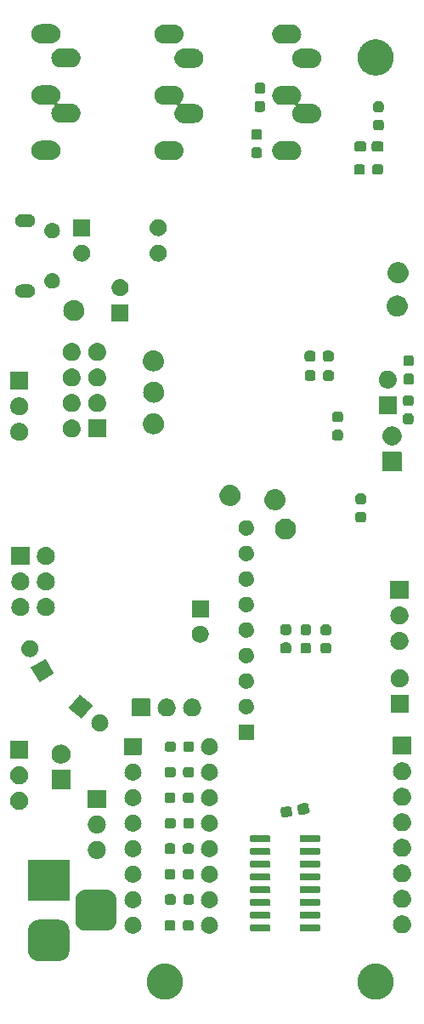
<source format=gbr>
G04 #@! TF.GenerationSoftware,KiCad,Pcbnew,7.0.9*
G04 #@! TF.CreationDate,2023-11-26T15:03:03-05:00*
G04 #@! TF.ProjectId,ESP32_AudioBoard_Rev3,45535033-325f-4417-9564-696f426f6172,rev?*
G04 #@! TF.SameCoordinates,Original*
G04 #@! TF.FileFunction,Soldermask,Bot*
G04 #@! TF.FilePolarity,Negative*
%FSLAX46Y46*%
G04 Gerber Fmt 4.6, Leading zero omitted, Abs format (unit mm)*
G04 Created by KiCad (PCBNEW 7.0.9) date 2023-11-26 15:03:03*
%MOMM*%
%LPD*%
G01*
G04 APERTURE LIST*
G04 APERTURE END LIST*
G36*
X27065951Y-113204036D02*
G01*
X27134589Y-113204036D01*
X27196570Y-113213378D01*
X27256269Y-113217648D01*
X27327044Y-113233044D01*
X27400760Y-113244155D01*
X27454924Y-113260862D01*
X27507305Y-113272257D01*
X27581110Y-113299785D01*
X27657979Y-113323496D01*
X27703658Y-113345493D01*
X27748030Y-113362044D01*
X27822770Y-113402855D01*
X27900500Y-113440288D01*
X27937412Y-113465454D01*
X27973522Y-113485172D01*
X28046907Y-113540107D01*
X28122905Y-113591922D01*
X28151220Y-113618194D01*
X28179192Y-113639134D01*
X28248708Y-113708650D01*
X28320226Y-113775009D01*
X28340540Y-113800482D01*
X28360865Y-113820807D01*
X28423896Y-113905007D01*
X28488056Y-113985461D01*
X28501317Y-114008429D01*
X28514827Y-114026477D01*
X28568719Y-114125173D01*
X28622645Y-114218575D01*
X28630119Y-114237618D01*
X28637955Y-114251969D01*
X28680138Y-114365066D01*
X28720987Y-114469146D01*
X28724184Y-114483157D01*
X28727742Y-114492694D01*
X28755789Y-114621626D01*
X28780884Y-114731575D01*
X28781502Y-114739830D01*
X28782351Y-114743730D01*
X28793985Y-114906395D01*
X28801000Y-115000000D01*
X28793984Y-115093612D01*
X28782351Y-115256269D01*
X28781502Y-115260168D01*
X28780884Y-115268425D01*
X28755784Y-115378393D01*
X28727742Y-115507305D01*
X28724185Y-115516840D01*
X28720987Y-115530854D01*
X28680131Y-115634952D01*
X28637955Y-115748030D01*
X28630120Y-115762377D01*
X28622645Y-115781425D01*
X28568709Y-115874843D01*
X28514827Y-115973522D01*
X28501319Y-115991565D01*
X28488056Y-116014539D01*
X28423884Y-116095007D01*
X28360865Y-116179192D01*
X28340544Y-116199512D01*
X28320226Y-116224991D01*
X28248694Y-116291362D01*
X28179192Y-116360865D01*
X28151225Y-116381800D01*
X28122905Y-116408078D01*
X28046892Y-116459902D01*
X27973522Y-116514827D01*
X27937420Y-116534540D01*
X27900500Y-116559712D01*
X27822755Y-116597151D01*
X27748030Y-116637955D01*
X27703667Y-116654501D01*
X27657979Y-116676504D01*
X27581094Y-116700219D01*
X27507305Y-116727742D01*
X27454935Y-116739134D01*
X27400760Y-116755845D01*
X27327029Y-116766958D01*
X27256269Y-116782351D01*
X27196582Y-116786619D01*
X27134589Y-116795964D01*
X27065937Y-116795964D01*
X27000000Y-116800680D01*
X26934062Y-116795964D01*
X26865411Y-116795964D01*
X26803418Y-116786620D01*
X26743730Y-116782351D01*
X26672967Y-116766957D01*
X26599240Y-116755845D01*
X26545066Y-116739134D01*
X26492694Y-116727742D01*
X26418899Y-116700217D01*
X26342021Y-116676504D01*
X26296336Y-116654503D01*
X26251969Y-116637955D01*
X26177236Y-116597147D01*
X26099500Y-116559712D01*
X26062583Y-116534542D01*
X26026477Y-116514827D01*
X25953095Y-116459894D01*
X25877095Y-116408078D01*
X25848778Y-116381803D01*
X25820807Y-116360865D01*
X25751291Y-116291349D01*
X25679774Y-116224991D01*
X25659459Y-116199517D01*
X25639134Y-116179192D01*
X25576099Y-116094986D01*
X25511944Y-116014539D01*
X25498683Y-115991571D01*
X25485172Y-115973522D01*
X25431272Y-115874812D01*
X25377355Y-115781425D01*
X25369882Y-115762384D01*
X25362044Y-115748030D01*
X25319848Y-115634901D01*
X25279013Y-115530854D01*
X25275816Y-115516847D01*
X25272257Y-115507305D01*
X25244193Y-115378300D01*
X25219116Y-115268425D01*
X25218497Y-115260175D01*
X25217648Y-115256269D01*
X25205993Y-115093319D01*
X25199000Y-115000000D01*
X25205992Y-114906687D01*
X25217648Y-114743730D01*
X25218497Y-114739823D01*
X25219116Y-114731575D01*
X25244189Y-114621720D01*
X25272257Y-114492694D01*
X25275816Y-114483150D01*
X25279013Y-114469146D01*
X25319840Y-114365118D01*
X25362044Y-114251969D01*
X25369883Y-114237612D01*
X25377355Y-114218575D01*
X25431262Y-114125205D01*
X25485172Y-114026477D01*
X25498686Y-114008424D01*
X25511944Y-113985461D01*
X25576086Y-113905028D01*
X25639134Y-113820807D01*
X25659463Y-113800477D01*
X25679774Y-113775009D01*
X25751277Y-113708663D01*
X25820807Y-113639134D01*
X25848783Y-113618190D01*
X25877095Y-113591922D01*
X25953080Y-113540115D01*
X26026477Y-113485172D01*
X26062591Y-113465452D01*
X26099500Y-113440288D01*
X26177220Y-113402859D01*
X26251969Y-113362044D01*
X26296345Y-113345492D01*
X26342021Y-113323496D01*
X26418884Y-113299787D01*
X26492694Y-113272257D01*
X26545077Y-113260861D01*
X26599240Y-113244155D01*
X26672952Y-113233044D01*
X26743730Y-113217648D01*
X26803430Y-113213378D01*
X26865411Y-113204036D01*
X26934048Y-113204036D01*
X27000000Y-113199319D01*
X27065951Y-113204036D01*
G37*
G36*
X48065951Y-113204036D02*
G01*
X48134589Y-113204036D01*
X48196570Y-113213378D01*
X48256269Y-113217648D01*
X48327044Y-113233044D01*
X48400760Y-113244155D01*
X48454924Y-113260862D01*
X48507305Y-113272257D01*
X48581110Y-113299785D01*
X48657979Y-113323496D01*
X48703658Y-113345493D01*
X48748030Y-113362044D01*
X48822770Y-113402855D01*
X48900500Y-113440288D01*
X48937412Y-113465454D01*
X48973522Y-113485172D01*
X49046907Y-113540107D01*
X49122905Y-113591922D01*
X49151220Y-113618194D01*
X49179192Y-113639134D01*
X49248708Y-113708650D01*
X49320226Y-113775009D01*
X49340540Y-113800482D01*
X49360865Y-113820807D01*
X49423896Y-113905007D01*
X49488056Y-113985461D01*
X49501317Y-114008429D01*
X49514827Y-114026477D01*
X49568719Y-114125173D01*
X49622645Y-114218575D01*
X49630119Y-114237618D01*
X49637955Y-114251969D01*
X49680138Y-114365066D01*
X49720987Y-114469146D01*
X49724184Y-114483157D01*
X49727742Y-114492694D01*
X49755789Y-114621626D01*
X49780884Y-114731575D01*
X49781502Y-114739830D01*
X49782351Y-114743730D01*
X49793985Y-114906395D01*
X49801000Y-115000000D01*
X49793984Y-115093612D01*
X49782351Y-115256269D01*
X49781502Y-115260168D01*
X49780884Y-115268425D01*
X49755784Y-115378393D01*
X49727742Y-115507305D01*
X49724185Y-115516840D01*
X49720987Y-115530854D01*
X49680131Y-115634952D01*
X49637955Y-115748030D01*
X49630120Y-115762377D01*
X49622645Y-115781425D01*
X49568709Y-115874843D01*
X49514827Y-115973522D01*
X49501319Y-115991565D01*
X49488056Y-116014539D01*
X49423884Y-116095007D01*
X49360865Y-116179192D01*
X49340544Y-116199512D01*
X49320226Y-116224991D01*
X49248694Y-116291362D01*
X49179192Y-116360865D01*
X49151225Y-116381800D01*
X49122905Y-116408078D01*
X49046892Y-116459902D01*
X48973522Y-116514827D01*
X48937420Y-116534540D01*
X48900500Y-116559712D01*
X48822755Y-116597151D01*
X48748030Y-116637955D01*
X48703667Y-116654501D01*
X48657979Y-116676504D01*
X48581094Y-116700219D01*
X48507305Y-116727742D01*
X48454935Y-116739134D01*
X48400760Y-116755845D01*
X48327029Y-116766958D01*
X48256269Y-116782351D01*
X48196582Y-116786619D01*
X48134589Y-116795964D01*
X48065937Y-116795964D01*
X48000000Y-116800680D01*
X47934062Y-116795964D01*
X47865411Y-116795964D01*
X47803418Y-116786620D01*
X47743730Y-116782351D01*
X47672967Y-116766957D01*
X47599240Y-116755845D01*
X47545066Y-116739134D01*
X47492694Y-116727742D01*
X47418899Y-116700217D01*
X47342021Y-116676504D01*
X47296336Y-116654503D01*
X47251969Y-116637955D01*
X47177236Y-116597147D01*
X47099500Y-116559712D01*
X47062583Y-116534542D01*
X47026477Y-116514827D01*
X46953095Y-116459894D01*
X46877095Y-116408078D01*
X46848778Y-116381803D01*
X46820807Y-116360865D01*
X46751291Y-116291349D01*
X46679774Y-116224991D01*
X46659459Y-116199517D01*
X46639134Y-116179192D01*
X46576099Y-116094986D01*
X46511944Y-116014539D01*
X46498683Y-115991571D01*
X46485172Y-115973522D01*
X46431272Y-115874812D01*
X46377355Y-115781425D01*
X46369882Y-115762384D01*
X46362044Y-115748030D01*
X46319848Y-115634901D01*
X46279013Y-115530854D01*
X46275816Y-115516847D01*
X46272257Y-115507305D01*
X46244193Y-115378300D01*
X46219116Y-115268425D01*
X46218497Y-115260175D01*
X46217648Y-115256269D01*
X46205993Y-115093319D01*
X46199000Y-115000000D01*
X46205992Y-114906687D01*
X46217648Y-114743730D01*
X46218497Y-114739823D01*
X46219116Y-114731575D01*
X46244189Y-114621720D01*
X46272257Y-114492694D01*
X46275816Y-114483150D01*
X46279013Y-114469146D01*
X46319840Y-114365118D01*
X46362044Y-114251969D01*
X46369883Y-114237612D01*
X46377355Y-114218575D01*
X46431262Y-114125205D01*
X46485172Y-114026477D01*
X46498686Y-114008424D01*
X46511944Y-113985461D01*
X46576086Y-113905028D01*
X46639134Y-113820807D01*
X46659463Y-113800477D01*
X46679774Y-113775009D01*
X46751277Y-113708663D01*
X46820807Y-113639134D01*
X46848783Y-113618190D01*
X46877095Y-113591922D01*
X46953080Y-113540115D01*
X47026477Y-113485172D01*
X47062591Y-113465452D01*
X47099500Y-113440288D01*
X47177220Y-113402859D01*
X47251969Y-113362044D01*
X47296345Y-113345492D01*
X47342021Y-113323496D01*
X47418884Y-113299787D01*
X47492694Y-113272257D01*
X47545077Y-113260861D01*
X47599240Y-113244155D01*
X47672952Y-113233044D01*
X47743730Y-113217648D01*
X47803430Y-113213378D01*
X47865411Y-113204036D01*
X47934048Y-113204036D01*
X48000000Y-113199319D01*
X48065951Y-113204036D01*
G37*
G36*
X16440338Y-108850018D02*
G01*
X16573710Y-108859275D01*
X16602087Y-108865949D01*
X16635040Y-108869195D01*
X16701141Y-108889246D01*
X16763830Y-108903991D01*
X16794743Y-108917640D01*
X16832200Y-108929003D01*
X16887882Y-108958765D01*
X16941160Y-108982290D01*
X16974067Y-109004832D01*
X17013904Y-109026125D01*
X17058098Y-109062394D01*
X17101082Y-109091839D01*
X17133602Y-109124359D01*
X17173169Y-109156831D01*
X17205640Y-109196397D01*
X17238160Y-109228917D01*
X17267603Y-109271899D01*
X17303875Y-109316096D01*
X17325169Y-109355934D01*
X17347709Y-109388839D01*
X17371231Y-109442111D01*
X17400997Y-109497800D01*
X17412360Y-109535260D01*
X17426008Y-109566169D01*
X17440749Y-109628847D01*
X17460805Y-109694960D01*
X17464051Y-109727917D01*
X17470724Y-109756289D01*
X17479978Y-109889629D01*
X17481000Y-109900000D01*
X17481000Y-111900000D01*
X17479978Y-111910373D01*
X17470724Y-112043710D01*
X17464051Y-112072080D01*
X17460805Y-112105040D01*
X17440748Y-112171156D01*
X17426008Y-112233830D01*
X17412361Y-112264736D01*
X17400997Y-112302200D01*
X17371228Y-112357892D01*
X17347709Y-112411160D01*
X17325171Y-112444060D01*
X17303875Y-112483904D01*
X17267599Y-112528105D01*
X17238160Y-112571082D01*
X17205645Y-112603596D01*
X17173169Y-112643169D01*
X17133596Y-112675645D01*
X17101082Y-112708160D01*
X17058105Y-112737599D01*
X17013904Y-112773875D01*
X16974060Y-112795171D01*
X16941160Y-112817709D01*
X16887892Y-112841228D01*
X16832200Y-112870997D01*
X16794736Y-112882361D01*
X16763830Y-112896008D01*
X16701156Y-112910748D01*
X16635040Y-112930805D01*
X16602080Y-112934051D01*
X16573710Y-112940724D01*
X16440373Y-112949978D01*
X16430000Y-112951000D01*
X14430000Y-112951000D01*
X14419629Y-112949978D01*
X14286289Y-112940724D01*
X14257917Y-112934051D01*
X14224960Y-112930805D01*
X14158847Y-112910749D01*
X14096169Y-112896008D01*
X14065260Y-112882360D01*
X14027800Y-112870997D01*
X13972111Y-112841231D01*
X13918839Y-112817709D01*
X13885934Y-112795169D01*
X13846096Y-112773875D01*
X13801899Y-112737603D01*
X13758917Y-112708160D01*
X13726397Y-112675640D01*
X13686831Y-112643169D01*
X13654359Y-112603602D01*
X13621839Y-112571082D01*
X13592394Y-112528098D01*
X13556125Y-112483904D01*
X13534832Y-112444067D01*
X13512290Y-112411160D01*
X13488765Y-112357882D01*
X13459003Y-112302200D01*
X13447640Y-112264743D01*
X13433991Y-112233830D01*
X13419246Y-112171141D01*
X13399195Y-112105040D01*
X13395949Y-112072087D01*
X13389275Y-112043710D01*
X13380018Y-111910338D01*
X13379000Y-111900000D01*
X13379000Y-109900000D01*
X13380018Y-109889663D01*
X13389275Y-109756289D01*
X13395949Y-109727910D01*
X13399195Y-109694960D01*
X13419245Y-109628861D01*
X13433991Y-109566169D01*
X13447641Y-109535253D01*
X13459003Y-109497800D01*
X13488762Y-109442122D01*
X13512290Y-109388839D01*
X13534834Y-109355928D01*
X13556125Y-109316096D01*
X13592390Y-109271906D01*
X13621839Y-109228917D01*
X13654363Y-109196392D01*
X13686831Y-109156831D01*
X13726392Y-109124363D01*
X13758917Y-109091839D01*
X13801906Y-109062390D01*
X13846096Y-109026125D01*
X13885928Y-109004834D01*
X13918839Y-108982290D01*
X13972122Y-108958762D01*
X14027800Y-108929003D01*
X14065253Y-108917641D01*
X14096169Y-108903991D01*
X14158861Y-108889245D01*
X14224960Y-108869195D01*
X14257910Y-108865949D01*
X14286289Y-108859275D01*
X14419663Y-108850018D01*
X14430000Y-108849000D01*
X16430000Y-108849000D01*
X16440338Y-108850018D01*
G37*
G36*
X23861199Y-108543662D02*
G01*
X23908954Y-108543662D01*
X23950194Y-108552427D01*
X23985901Y-108555945D01*
X24030759Y-108569552D01*
X24082973Y-108580651D01*
X24116384Y-108595526D01*
X24145435Y-108604339D01*
X24191602Y-108629015D01*
X24245500Y-108653012D01*
X24270554Y-108671215D01*
X24292453Y-108682920D01*
X24337128Y-108719584D01*
X24389430Y-108757584D01*
X24406411Y-108776443D01*
X24421320Y-108788679D01*
X24461387Y-108837501D01*
X24508473Y-108889795D01*
X24518364Y-108906927D01*
X24527079Y-108917546D01*
X24559306Y-108977840D01*
X24597427Y-109043867D01*
X24601813Y-109057368D01*
X24605660Y-109064564D01*
X24626861Y-109134455D01*
X24652404Y-109213067D01*
X24653303Y-109221623D01*
X24654054Y-109224098D01*
X24661371Y-109298389D01*
X24671000Y-109390000D01*
X24661370Y-109481619D01*
X24654054Y-109555901D01*
X24653303Y-109558375D01*
X24652404Y-109566933D01*
X24626856Y-109645558D01*
X24605660Y-109715435D01*
X24601814Y-109722629D01*
X24597427Y-109736133D01*
X24559299Y-109802172D01*
X24527079Y-109862453D01*
X24518366Y-109873069D01*
X24508473Y-109890205D01*
X24461378Y-109942509D01*
X24421320Y-109991320D01*
X24406414Y-110003552D01*
X24389430Y-110022416D01*
X24337118Y-110060423D01*
X24292453Y-110097079D01*
X24270559Y-110108780D01*
X24245500Y-110126988D01*
X24191591Y-110150989D01*
X24145435Y-110175660D01*
X24116391Y-110184470D01*
X24082973Y-110199349D01*
X24030748Y-110210449D01*
X23985901Y-110224054D01*
X23950203Y-110227570D01*
X23908954Y-110236338D01*
X23861188Y-110236338D01*
X23820000Y-110240395D01*
X23778811Y-110236338D01*
X23731046Y-110236338D01*
X23689797Y-110227570D01*
X23654098Y-110224054D01*
X23609248Y-110210448D01*
X23557027Y-110199349D01*
X23523610Y-110184471D01*
X23494564Y-110175660D01*
X23448402Y-110150986D01*
X23394500Y-110126988D01*
X23369443Y-110108783D01*
X23347546Y-110097079D01*
X23302873Y-110060416D01*
X23250570Y-110022416D01*
X23233588Y-110003555D01*
X23218679Y-109991320D01*
X23178610Y-109942496D01*
X23131527Y-109890205D01*
X23121636Y-109873073D01*
X23112920Y-109862453D01*
X23080687Y-109802148D01*
X23042573Y-109736133D01*
X23038186Y-109722634D01*
X23034339Y-109715435D01*
X23013128Y-109645512D01*
X22987596Y-109566933D01*
X22986697Y-109558380D01*
X22985945Y-109555901D01*
X22978613Y-109481467D01*
X22969000Y-109390000D01*
X22978612Y-109298540D01*
X22985945Y-109224098D01*
X22986697Y-109221618D01*
X22987596Y-109213067D01*
X23013123Y-109134502D01*
X23034339Y-109064564D01*
X23038187Y-109057363D01*
X23042573Y-109043867D01*
X23080680Y-108977863D01*
X23112920Y-108917546D01*
X23121638Y-108906923D01*
X23131527Y-108889795D01*
X23178601Y-108837513D01*
X23218679Y-108788679D01*
X23233591Y-108776440D01*
X23250570Y-108757584D01*
X23302862Y-108719591D01*
X23347546Y-108682920D01*
X23369448Y-108671213D01*
X23394500Y-108653012D01*
X23448391Y-108629018D01*
X23494564Y-108604339D01*
X23523617Y-108595525D01*
X23557027Y-108580651D01*
X23609237Y-108569553D01*
X23654098Y-108555945D01*
X23689806Y-108552427D01*
X23731046Y-108543662D01*
X23778801Y-108543662D01*
X23820000Y-108539604D01*
X23861199Y-108543662D01*
G37*
G36*
X31481199Y-108543662D02*
G01*
X31528954Y-108543662D01*
X31570194Y-108552427D01*
X31605901Y-108555945D01*
X31650759Y-108569552D01*
X31702973Y-108580651D01*
X31736384Y-108595526D01*
X31765435Y-108604339D01*
X31811602Y-108629015D01*
X31865500Y-108653012D01*
X31890554Y-108671215D01*
X31912453Y-108682920D01*
X31957128Y-108719584D01*
X32009430Y-108757584D01*
X32026411Y-108776443D01*
X32041320Y-108788679D01*
X32081387Y-108837501D01*
X32128473Y-108889795D01*
X32138364Y-108906927D01*
X32147079Y-108917546D01*
X32179306Y-108977840D01*
X32217427Y-109043867D01*
X32221813Y-109057368D01*
X32225660Y-109064564D01*
X32246861Y-109134455D01*
X32272404Y-109213067D01*
X32273303Y-109221623D01*
X32274054Y-109224098D01*
X32281371Y-109298389D01*
X32291000Y-109390000D01*
X32281370Y-109481619D01*
X32274054Y-109555901D01*
X32273303Y-109558375D01*
X32272404Y-109566933D01*
X32246856Y-109645558D01*
X32225660Y-109715435D01*
X32221814Y-109722629D01*
X32217427Y-109736133D01*
X32179299Y-109802172D01*
X32147079Y-109862453D01*
X32138366Y-109873069D01*
X32128473Y-109890205D01*
X32081378Y-109942509D01*
X32041320Y-109991320D01*
X32026414Y-110003552D01*
X32009430Y-110022416D01*
X31957118Y-110060423D01*
X31912453Y-110097079D01*
X31890559Y-110108780D01*
X31865500Y-110126988D01*
X31811591Y-110150989D01*
X31765435Y-110175660D01*
X31736391Y-110184470D01*
X31702973Y-110199349D01*
X31650748Y-110210449D01*
X31605901Y-110224054D01*
X31570203Y-110227570D01*
X31528954Y-110236338D01*
X31481188Y-110236338D01*
X31440000Y-110240395D01*
X31398811Y-110236338D01*
X31351046Y-110236338D01*
X31309797Y-110227570D01*
X31274098Y-110224054D01*
X31229248Y-110210448D01*
X31177027Y-110199349D01*
X31143610Y-110184471D01*
X31114564Y-110175660D01*
X31068402Y-110150986D01*
X31014500Y-110126988D01*
X30989443Y-110108783D01*
X30967546Y-110097079D01*
X30922873Y-110060416D01*
X30870570Y-110022416D01*
X30853588Y-110003555D01*
X30838679Y-109991320D01*
X30798610Y-109942496D01*
X30751527Y-109890205D01*
X30741636Y-109873073D01*
X30732920Y-109862453D01*
X30700687Y-109802148D01*
X30662573Y-109736133D01*
X30658186Y-109722634D01*
X30654339Y-109715435D01*
X30633128Y-109645512D01*
X30607596Y-109566933D01*
X30606697Y-109558380D01*
X30605945Y-109555901D01*
X30598613Y-109481467D01*
X30589000Y-109390000D01*
X30598612Y-109298540D01*
X30605945Y-109224098D01*
X30606697Y-109221618D01*
X30607596Y-109213067D01*
X30633123Y-109134502D01*
X30654339Y-109064564D01*
X30658187Y-109057363D01*
X30662573Y-109043867D01*
X30700680Y-108977863D01*
X30732920Y-108917546D01*
X30741638Y-108906923D01*
X30751527Y-108889795D01*
X30798601Y-108837513D01*
X30838679Y-108788679D01*
X30853591Y-108776440D01*
X30870570Y-108757584D01*
X30922862Y-108719591D01*
X30967546Y-108682920D01*
X30989448Y-108671213D01*
X31014500Y-108653012D01*
X31068391Y-108629018D01*
X31114564Y-108604339D01*
X31143617Y-108595525D01*
X31177027Y-108580651D01*
X31229237Y-108569553D01*
X31274098Y-108555945D01*
X31309806Y-108552427D01*
X31351046Y-108543662D01*
X31398801Y-108543662D01*
X31440000Y-108539604D01*
X31481199Y-108543662D01*
G37*
G36*
X50673983Y-108408936D02*
G01*
X50724180Y-108408936D01*
X50767524Y-108418149D01*
X50805659Y-108421905D01*
X50853566Y-108436437D01*
X50908424Y-108448098D01*
X50943530Y-108463728D01*
X50974566Y-108473143D01*
X51023884Y-108499504D01*
X51080500Y-108524711D01*
X51106822Y-108543835D01*
X51130232Y-108556348D01*
X51177988Y-108595540D01*
X51232887Y-108635427D01*
X51250711Y-108655223D01*
X51266675Y-108668324D01*
X51309572Y-108720594D01*
X51358924Y-108775405D01*
X51369292Y-108793363D01*
X51378651Y-108804767D01*
X51413273Y-108869542D01*
X51453104Y-108938530D01*
X51457685Y-108952630D01*
X51461856Y-108960433D01*
X51484852Y-109036242D01*
X51511311Y-109117672D01*
X51512242Y-109126532D01*
X51513094Y-109129340D01*
X51521384Y-109213513D01*
X51531000Y-109305000D01*
X51521383Y-109396494D01*
X51513094Y-109480659D01*
X51512242Y-109483466D01*
X51511311Y-109492328D01*
X51484848Y-109573771D01*
X51461856Y-109649566D01*
X51457686Y-109657366D01*
X51453104Y-109671470D01*
X51413266Y-109740470D01*
X51378651Y-109805232D01*
X51369294Y-109816633D01*
X51358924Y-109834595D01*
X51309563Y-109889415D01*
X51266675Y-109941675D01*
X51250714Y-109954773D01*
X51232887Y-109974573D01*
X51177977Y-110014467D01*
X51130232Y-110053651D01*
X51106827Y-110066161D01*
X51080500Y-110085289D01*
X51023873Y-110110500D01*
X50974566Y-110136856D01*
X50943537Y-110146268D01*
X50908424Y-110161902D01*
X50853555Y-110173564D01*
X50805659Y-110188094D01*
X50767532Y-110191849D01*
X50724180Y-110201064D01*
X50673973Y-110201064D01*
X50630000Y-110205395D01*
X50586027Y-110201064D01*
X50535820Y-110201064D01*
X50492467Y-110191849D01*
X50454340Y-110188094D01*
X50406441Y-110173563D01*
X50351576Y-110161902D01*
X50316464Y-110146269D01*
X50285433Y-110136856D01*
X50236120Y-110110498D01*
X50179500Y-110085289D01*
X50153175Y-110066163D01*
X50129767Y-110053651D01*
X50082013Y-110014460D01*
X50027113Y-109974573D01*
X50009287Y-109954776D01*
X49993324Y-109941675D01*
X49950425Y-109889402D01*
X49901076Y-109834595D01*
X49890708Y-109816637D01*
X49881348Y-109805232D01*
X49846719Y-109740447D01*
X49806896Y-109671470D01*
X49802315Y-109657371D01*
X49798143Y-109649566D01*
X49775136Y-109573725D01*
X49748689Y-109492328D01*
X49747758Y-109483471D01*
X49746905Y-109480659D01*
X49738600Y-109396342D01*
X49729000Y-109305000D01*
X49738599Y-109213664D01*
X49746905Y-109129340D01*
X49747758Y-109126527D01*
X49748689Y-109117672D01*
X49775132Y-109036288D01*
X49798143Y-108960433D01*
X49802315Y-108952626D01*
X49806896Y-108938530D01*
X49846712Y-108869565D01*
X49881348Y-108804767D01*
X49890710Y-108793359D01*
X49901076Y-108775405D01*
X49950416Y-108720607D01*
X49993324Y-108668324D01*
X50009291Y-108655219D01*
X50027113Y-108635427D01*
X50082002Y-108595546D01*
X50129767Y-108556348D01*
X50153180Y-108543833D01*
X50179500Y-108524711D01*
X50236109Y-108499506D01*
X50285433Y-108473143D01*
X50316471Y-108463727D01*
X50351576Y-108448098D01*
X50406430Y-108436438D01*
X50454340Y-108421905D01*
X50492476Y-108418148D01*
X50535820Y-108408936D01*
X50586016Y-108408936D01*
X50630000Y-108404604D01*
X50673983Y-108408936D01*
G37*
G36*
X37336040Y-109312190D02*
G01*
X37368987Y-109316528D01*
X37377274Y-109320392D01*
X37396919Y-109324300D01*
X37422938Y-109341686D01*
X37434180Y-109346928D01*
X37441019Y-109353767D01*
X37462128Y-109367872D01*
X37476232Y-109388980D01*
X37483071Y-109395819D01*
X37488312Y-109407058D01*
X37505700Y-109433081D01*
X37509607Y-109452727D01*
X37513471Y-109461012D01*
X37517806Y-109493946D01*
X37521000Y-109510000D01*
X37521000Y-109810000D01*
X37517806Y-109826054D01*
X37513471Y-109858987D01*
X37509608Y-109867270D01*
X37505700Y-109886919D01*
X37488310Y-109912943D01*
X37483071Y-109924180D01*
X37476234Y-109931016D01*
X37462128Y-109952128D01*
X37441016Y-109966234D01*
X37434180Y-109973071D01*
X37422943Y-109978310D01*
X37396919Y-109995700D01*
X37377270Y-109999608D01*
X37368987Y-110003471D01*
X37336054Y-110007806D01*
X37320000Y-110011000D01*
X35670000Y-110011000D01*
X35653946Y-110007806D01*
X35621012Y-110003471D01*
X35612727Y-109999607D01*
X35593081Y-109995700D01*
X35567058Y-109978312D01*
X35555819Y-109973071D01*
X35548980Y-109966232D01*
X35527872Y-109952128D01*
X35513767Y-109931019D01*
X35506928Y-109924180D01*
X35501686Y-109912938D01*
X35484300Y-109886919D01*
X35480392Y-109867274D01*
X35476528Y-109858987D01*
X35472190Y-109826040D01*
X35469000Y-109810000D01*
X35469000Y-109510000D01*
X35472190Y-109493961D01*
X35476528Y-109461012D01*
X35480392Y-109452723D01*
X35484300Y-109433081D01*
X35501684Y-109407063D01*
X35506928Y-109395819D01*
X35513769Y-109388977D01*
X35527872Y-109367872D01*
X35548977Y-109353769D01*
X35555819Y-109346928D01*
X35567063Y-109341684D01*
X35593081Y-109324300D01*
X35612723Y-109320392D01*
X35621012Y-109316528D01*
X35653961Y-109312190D01*
X35670000Y-109309000D01*
X37320000Y-109309000D01*
X37336040Y-109312190D01*
G37*
G36*
X42286040Y-109312190D02*
G01*
X42318987Y-109316528D01*
X42327274Y-109320392D01*
X42346919Y-109324300D01*
X42372938Y-109341686D01*
X42384180Y-109346928D01*
X42391019Y-109353767D01*
X42412128Y-109367872D01*
X42426232Y-109388980D01*
X42433071Y-109395819D01*
X42438312Y-109407058D01*
X42455700Y-109433081D01*
X42459607Y-109452727D01*
X42463471Y-109461012D01*
X42467806Y-109493946D01*
X42471000Y-109510000D01*
X42471000Y-109810000D01*
X42467806Y-109826054D01*
X42463471Y-109858987D01*
X42459608Y-109867270D01*
X42455700Y-109886919D01*
X42438310Y-109912943D01*
X42433071Y-109924180D01*
X42426234Y-109931016D01*
X42412128Y-109952128D01*
X42391016Y-109966234D01*
X42384180Y-109973071D01*
X42372943Y-109978310D01*
X42346919Y-109995700D01*
X42327270Y-109999608D01*
X42318987Y-110003471D01*
X42286054Y-110007806D01*
X42270000Y-110011000D01*
X40620000Y-110011000D01*
X40603946Y-110007806D01*
X40571012Y-110003471D01*
X40562727Y-109999607D01*
X40543081Y-109995700D01*
X40517058Y-109978312D01*
X40505819Y-109973071D01*
X40498980Y-109966232D01*
X40477872Y-109952128D01*
X40463767Y-109931019D01*
X40456928Y-109924180D01*
X40451686Y-109912938D01*
X40434300Y-109886919D01*
X40430392Y-109867274D01*
X40426528Y-109858987D01*
X40422190Y-109826040D01*
X40419000Y-109810000D01*
X40419000Y-109510000D01*
X40422190Y-109493961D01*
X40426528Y-109461012D01*
X40430392Y-109452723D01*
X40434300Y-109433081D01*
X40451684Y-109407063D01*
X40456928Y-109395819D01*
X40463769Y-109388977D01*
X40477872Y-109367872D01*
X40498977Y-109353769D01*
X40505819Y-109346928D01*
X40517063Y-109341684D01*
X40543081Y-109324300D01*
X40562723Y-109320392D01*
X40571012Y-109316528D01*
X40603961Y-109312190D01*
X40620000Y-109309000D01*
X42270000Y-109309000D01*
X42286040Y-109312190D01*
G37*
G36*
X21140338Y-105850018D02*
G01*
X21273710Y-105859275D01*
X21302087Y-105865949D01*
X21335040Y-105869195D01*
X21401141Y-105889246D01*
X21463830Y-105903991D01*
X21494743Y-105917640D01*
X21532200Y-105929003D01*
X21587882Y-105958765D01*
X21641160Y-105982290D01*
X21674067Y-106004832D01*
X21713904Y-106026125D01*
X21758098Y-106062394D01*
X21801082Y-106091839D01*
X21833602Y-106124359D01*
X21873169Y-106156831D01*
X21905640Y-106196397D01*
X21938160Y-106228917D01*
X21967603Y-106271899D01*
X22003875Y-106316096D01*
X22025169Y-106355934D01*
X22047709Y-106388839D01*
X22071231Y-106442111D01*
X22100997Y-106497800D01*
X22112360Y-106535260D01*
X22126008Y-106566169D01*
X22140749Y-106628847D01*
X22160805Y-106694960D01*
X22164051Y-106727917D01*
X22170724Y-106756289D01*
X22179978Y-106889629D01*
X22181000Y-106900000D01*
X22181000Y-108900000D01*
X22179978Y-108910373D01*
X22170724Y-109043710D01*
X22164051Y-109072080D01*
X22160805Y-109105040D01*
X22140748Y-109171156D01*
X22126008Y-109233830D01*
X22112361Y-109264736D01*
X22100997Y-109302200D01*
X22071228Y-109357892D01*
X22047709Y-109411160D01*
X22025171Y-109444060D01*
X22003875Y-109483904D01*
X21967599Y-109528105D01*
X21938160Y-109571082D01*
X21905645Y-109603596D01*
X21873169Y-109643169D01*
X21833596Y-109675645D01*
X21801082Y-109708160D01*
X21758105Y-109737599D01*
X21713904Y-109773875D01*
X21674060Y-109795171D01*
X21641160Y-109817709D01*
X21587892Y-109841228D01*
X21532200Y-109870997D01*
X21494736Y-109882361D01*
X21463830Y-109896008D01*
X21401156Y-109910748D01*
X21335040Y-109930805D01*
X21302080Y-109934051D01*
X21273710Y-109940724D01*
X21140373Y-109949978D01*
X21130000Y-109951000D01*
X19130000Y-109951000D01*
X19119629Y-109949978D01*
X18986289Y-109940724D01*
X18957917Y-109934051D01*
X18924960Y-109930805D01*
X18858847Y-109910749D01*
X18796169Y-109896008D01*
X18765260Y-109882360D01*
X18727800Y-109870997D01*
X18672111Y-109841231D01*
X18618839Y-109817709D01*
X18585934Y-109795169D01*
X18546096Y-109773875D01*
X18501899Y-109737603D01*
X18458917Y-109708160D01*
X18426397Y-109675640D01*
X18386831Y-109643169D01*
X18354359Y-109603602D01*
X18321839Y-109571082D01*
X18292394Y-109528098D01*
X18256125Y-109483904D01*
X18234832Y-109444067D01*
X18212290Y-109411160D01*
X18188765Y-109357882D01*
X18159003Y-109302200D01*
X18147640Y-109264743D01*
X18133991Y-109233830D01*
X18119246Y-109171141D01*
X18099195Y-109105040D01*
X18095949Y-109072087D01*
X18089275Y-109043710D01*
X18080018Y-108910338D01*
X18079000Y-108900000D01*
X18079000Y-106900000D01*
X18080018Y-106889663D01*
X18089275Y-106756289D01*
X18095949Y-106727910D01*
X18099195Y-106694960D01*
X18119245Y-106628861D01*
X18133991Y-106566169D01*
X18147641Y-106535253D01*
X18159003Y-106497800D01*
X18188762Y-106442122D01*
X18212290Y-106388839D01*
X18234834Y-106355928D01*
X18256125Y-106316096D01*
X18292390Y-106271906D01*
X18321839Y-106228917D01*
X18354363Y-106196392D01*
X18386831Y-106156831D01*
X18426392Y-106124363D01*
X18458917Y-106091839D01*
X18501906Y-106062390D01*
X18546096Y-106026125D01*
X18585928Y-106004834D01*
X18618839Y-105982290D01*
X18672122Y-105958762D01*
X18727800Y-105929003D01*
X18765253Y-105917641D01*
X18796169Y-105903991D01*
X18858861Y-105889245D01*
X18924960Y-105869195D01*
X18957910Y-105865949D01*
X18986289Y-105859275D01*
X19119663Y-105850018D01*
X19130000Y-105849000D01*
X21130000Y-105849000D01*
X21140338Y-105850018D01*
G37*
G36*
X27823552Y-108881663D02*
G01*
X27838934Y-108888455D01*
X27846170Y-108889601D01*
X27876302Y-108904954D01*
X27920542Y-108924488D01*
X27995512Y-108999458D01*
X28015048Y-109043704D01*
X28030398Y-109073829D01*
X28031543Y-109081062D01*
X28038337Y-109096448D01*
X28046000Y-109162500D01*
X28046000Y-109637500D01*
X28038337Y-109703552D01*
X28031543Y-109718938D01*
X28030398Y-109726170D01*
X28015052Y-109756287D01*
X27995512Y-109800542D01*
X27920542Y-109875512D01*
X27876287Y-109895052D01*
X27846170Y-109910398D01*
X27838938Y-109911543D01*
X27823552Y-109918337D01*
X27757500Y-109926000D01*
X27257500Y-109926000D01*
X27191448Y-109918337D01*
X27176062Y-109911543D01*
X27168829Y-109910398D01*
X27138704Y-109895048D01*
X27094458Y-109875512D01*
X27019488Y-109800542D01*
X26999954Y-109756302D01*
X26984601Y-109726170D01*
X26983455Y-109718934D01*
X26976663Y-109703552D01*
X26969000Y-109637500D01*
X26969000Y-109162500D01*
X26976663Y-109096448D01*
X26983454Y-109081065D01*
X26984601Y-109073829D01*
X26999957Y-109043690D01*
X27019488Y-108999458D01*
X27094458Y-108924488D01*
X27138690Y-108904957D01*
X27168829Y-108889601D01*
X27176065Y-108888454D01*
X27191448Y-108881663D01*
X27257500Y-108874000D01*
X27757500Y-108874000D01*
X27823552Y-108881663D01*
G37*
G36*
X29648552Y-108881663D02*
G01*
X29663934Y-108888455D01*
X29671170Y-108889601D01*
X29701302Y-108904954D01*
X29745542Y-108924488D01*
X29820512Y-108999458D01*
X29840048Y-109043704D01*
X29855398Y-109073829D01*
X29856543Y-109081062D01*
X29863337Y-109096448D01*
X29871000Y-109162500D01*
X29871000Y-109637500D01*
X29863337Y-109703552D01*
X29856543Y-109718938D01*
X29855398Y-109726170D01*
X29840052Y-109756287D01*
X29820512Y-109800542D01*
X29745542Y-109875512D01*
X29701287Y-109895052D01*
X29671170Y-109910398D01*
X29663938Y-109911543D01*
X29648552Y-109918337D01*
X29582500Y-109926000D01*
X29082500Y-109926000D01*
X29016448Y-109918337D01*
X29001062Y-109911543D01*
X28993829Y-109910398D01*
X28963704Y-109895048D01*
X28919458Y-109875512D01*
X28844488Y-109800542D01*
X28824954Y-109756302D01*
X28809601Y-109726170D01*
X28808455Y-109718934D01*
X28801663Y-109703552D01*
X28794000Y-109637500D01*
X28794000Y-109162500D01*
X28801663Y-109096448D01*
X28808454Y-109081065D01*
X28809601Y-109073829D01*
X28824957Y-109043690D01*
X28844488Y-108999458D01*
X28919458Y-108924488D01*
X28963690Y-108904957D01*
X28993829Y-108889601D01*
X29001065Y-108888454D01*
X29016448Y-108881663D01*
X29082500Y-108874000D01*
X29582500Y-108874000D01*
X29648552Y-108881663D01*
G37*
G36*
X37336040Y-108042190D02*
G01*
X37368987Y-108046528D01*
X37377274Y-108050392D01*
X37396919Y-108054300D01*
X37422938Y-108071686D01*
X37434180Y-108076928D01*
X37441019Y-108083767D01*
X37462128Y-108097872D01*
X37476232Y-108118980D01*
X37483071Y-108125819D01*
X37488312Y-108137058D01*
X37505700Y-108163081D01*
X37509607Y-108182727D01*
X37513471Y-108191012D01*
X37517806Y-108223946D01*
X37521000Y-108240000D01*
X37521000Y-108540000D01*
X37517806Y-108556054D01*
X37513471Y-108588987D01*
X37509608Y-108597270D01*
X37505700Y-108616919D01*
X37488310Y-108642943D01*
X37483071Y-108654180D01*
X37476234Y-108661016D01*
X37462128Y-108682128D01*
X37441016Y-108696234D01*
X37434180Y-108703071D01*
X37422943Y-108708310D01*
X37396919Y-108725700D01*
X37377270Y-108729608D01*
X37368987Y-108733471D01*
X37336054Y-108737806D01*
X37320000Y-108741000D01*
X35670000Y-108741000D01*
X35653946Y-108737806D01*
X35621012Y-108733471D01*
X35612727Y-108729607D01*
X35593081Y-108725700D01*
X35567058Y-108708312D01*
X35555819Y-108703071D01*
X35548980Y-108696232D01*
X35527872Y-108682128D01*
X35513767Y-108661019D01*
X35506928Y-108654180D01*
X35501686Y-108642938D01*
X35484300Y-108616919D01*
X35480392Y-108597274D01*
X35476528Y-108588987D01*
X35472190Y-108556040D01*
X35469000Y-108540000D01*
X35469000Y-108240000D01*
X35472190Y-108223961D01*
X35476528Y-108191012D01*
X35480392Y-108182723D01*
X35484300Y-108163081D01*
X35501684Y-108137063D01*
X35506928Y-108125819D01*
X35513769Y-108118977D01*
X35527872Y-108097872D01*
X35548977Y-108083769D01*
X35555819Y-108076928D01*
X35567063Y-108071684D01*
X35593081Y-108054300D01*
X35612723Y-108050392D01*
X35621012Y-108046528D01*
X35653961Y-108042190D01*
X35670000Y-108039000D01*
X37320000Y-108039000D01*
X37336040Y-108042190D01*
G37*
G36*
X42286040Y-108042190D02*
G01*
X42318987Y-108046528D01*
X42327274Y-108050392D01*
X42346919Y-108054300D01*
X42372938Y-108071686D01*
X42384180Y-108076928D01*
X42391019Y-108083767D01*
X42412128Y-108097872D01*
X42426232Y-108118980D01*
X42433071Y-108125819D01*
X42438312Y-108137058D01*
X42455700Y-108163081D01*
X42459607Y-108182727D01*
X42463471Y-108191012D01*
X42467806Y-108223946D01*
X42471000Y-108240000D01*
X42471000Y-108540000D01*
X42467806Y-108556054D01*
X42463471Y-108588987D01*
X42459608Y-108597270D01*
X42455700Y-108616919D01*
X42438310Y-108642943D01*
X42433071Y-108654180D01*
X42426234Y-108661016D01*
X42412128Y-108682128D01*
X42391016Y-108696234D01*
X42384180Y-108703071D01*
X42372943Y-108708310D01*
X42346919Y-108725700D01*
X42327270Y-108729608D01*
X42318987Y-108733471D01*
X42286054Y-108737806D01*
X42270000Y-108741000D01*
X40620000Y-108741000D01*
X40603946Y-108737806D01*
X40571012Y-108733471D01*
X40562727Y-108729607D01*
X40543081Y-108725700D01*
X40517058Y-108708312D01*
X40505819Y-108703071D01*
X40498980Y-108696232D01*
X40477872Y-108682128D01*
X40463767Y-108661019D01*
X40456928Y-108654180D01*
X40451686Y-108642938D01*
X40434300Y-108616919D01*
X40430392Y-108597274D01*
X40426528Y-108588987D01*
X40422190Y-108556040D01*
X40419000Y-108540000D01*
X40419000Y-108240000D01*
X40422190Y-108223961D01*
X40426528Y-108191012D01*
X40430392Y-108182723D01*
X40434300Y-108163081D01*
X40451684Y-108137063D01*
X40456928Y-108125819D01*
X40463769Y-108118977D01*
X40477872Y-108097872D01*
X40498977Y-108083769D01*
X40505819Y-108076928D01*
X40517063Y-108071684D01*
X40543081Y-108054300D01*
X40562723Y-108050392D01*
X40571012Y-108046528D01*
X40603961Y-108042190D01*
X40620000Y-108039000D01*
X42270000Y-108039000D01*
X42286040Y-108042190D01*
G37*
G36*
X23861199Y-106003662D02*
G01*
X23908954Y-106003662D01*
X23950194Y-106012427D01*
X23985901Y-106015945D01*
X24030759Y-106029552D01*
X24082973Y-106040651D01*
X24116384Y-106055526D01*
X24145435Y-106064339D01*
X24191602Y-106089015D01*
X24245500Y-106113012D01*
X24270554Y-106131215D01*
X24292453Y-106142920D01*
X24337128Y-106179584D01*
X24389430Y-106217584D01*
X24406411Y-106236443D01*
X24421320Y-106248679D01*
X24461387Y-106297501D01*
X24508473Y-106349795D01*
X24518364Y-106366927D01*
X24527079Y-106377546D01*
X24559306Y-106437840D01*
X24597427Y-106503867D01*
X24601813Y-106517368D01*
X24605660Y-106524564D01*
X24626861Y-106594455D01*
X24652404Y-106673067D01*
X24653303Y-106681623D01*
X24654054Y-106684098D01*
X24661371Y-106758389D01*
X24671000Y-106850000D01*
X24661370Y-106941619D01*
X24654054Y-107015901D01*
X24653303Y-107018375D01*
X24652404Y-107026933D01*
X24626856Y-107105558D01*
X24605660Y-107175435D01*
X24601814Y-107182629D01*
X24597427Y-107196133D01*
X24559299Y-107262172D01*
X24527079Y-107322453D01*
X24518366Y-107333069D01*
X24508473Y-107350205D01*
X24461378Y-107402509D01*
X24421320Y-107451320D01*
X24406414Y-107463552D01*
X24389430Y-107482416D01*
X24337118Y-107520423D01*
X24292453Y-107557079D01*
X24270559Y-107568780D01*
X24245500Y-107586988D01*
X24191591Y-107610989D01*
X24145435Y-107635660D01*
X24116391Y-107644470D01*
X24082973Y-107659349D01*
X24030748Y-107670449D01*
X23985901Y-107684054D01*
X23950203Y-107687570D01*
X23908954Y-107696338D01*
X23861188Y-107696338D01*
X23820000Y-107700395D01*
X23778811Y-107696338D01*
X23731046Y-107696338D01*
X23689797Y-107687570D01*
X23654098Y-107684054D01*
X23609248Y-107670448D01*
X23557027Y-107659349D01*
X23523610Y-107644471D01*
X23494564Y-107635660D01*
X23448402Y-107610986D01*
X23394500Y-107586988D01*
X23369443Y-107568783D01*
X23347546Y-107557079D01*
X23302873Y-107520416D01*
X23250570Y-107482416D01*
X23233588Y-107463555D01*
X23218679Y-107451320D01*
X23178610Y-107402496D01*
X23131527Y-107350205D01*
X23121636Y-107333073D01*
X23112920Y-107322453D01*
X23080687Y-107262148D01*
X23042573Y-107196133D01*
X23038186Y-107182634D01*
X23034339Y-107175435D01*
X23013128Y-107105512D01*
X22987596Y-107026933D01*
X22986697Y-107018380D01*
X22985945Y-107015901D01*
X22978613Y-106941467D01*
X22969000Y-106850000D01*
X22978612Y-106758540D01*
X22985945Y-106684098D01*
X22986697Y-106681618D01*
X22987596Y-106673067D01*
X23013123Y-106594502D01*
X23034339Y-106524564D01*
X23038187Y-106517363D01*
X23042573Y-106503867D01*
X23080680Y-106437863D01*
X23112920Y-106377546D01*
X23121638Y-106366923D01*
X23131527Y-106349795D01*
X23178601Y-106297513D01*
X23218679Y-106248679D01*
X23233591Y-106236440D01*
X23250570Y-106217584D01*
X23302862Y-106179591D01*
X23347546Y-106142920D01*
X23369448Y-106131213D01*
X23394500Y-106113012D01*
X23448391Y-106089018D01*
X23494564Y-106064339D01*
X23523617Y-106055525D01*
X23557027Y-106040651D01*
X23609237Y-106029553D01*
X23654098Y-106015945D01*
X23689806Y-106012427D01*
X23731046Y-106003662D01*
X23778801Y-106003662D01*
X23820000Y-105999604D01*
X23861199Y-106003662D01*
G37*
G36*
X31481199Y-106003662D02*
G01*
X31528954Y-106003662D01*
X31570194Y-106012427D01*
X31605901Y-106015945D01*
X31650759Y-106029552D01*
X31702973Y-106040651D01*
X31736384Y-106055526D01*
X31765435Y-106064339D01*
X31811602Y-106089015D01*
X31865500Y-106113012D01*
X31890554Y-106131215D01*
X31912453Y-106142920D01*
X31957128Y-106179584D01*
X32009430Y-106217584D01*
X32026411Y-106236443D01*
X32041320Y-106248679D01*
X32081387Y-106297501D01*
X32128473Y-106349795D01*
X32138364Y-106366927D01*
X32147079Y-106377546D01*
X32179306Y-106437840D01*
X32217427Y-106503867D01*
X32221813Y-106517368D01*
X32225660Y-106524564D01*
X32246861Y-106594455D01*
X32272404Y-106673067D01*
X32273303Y-106681623D01*
X32274054Y-106684098D01*
X32281371Y-106758389D01*
X32291000Y-106850000D01*
X32281370Y-106941619D01*
X32274054Y-107015901D01*
X32273303Y-107018375D01*
X32272404Y-107026933D01*
X32246856Y-107105558D01*
X32225660Y-107175435D01*
X32221814Y-107182629D01*
X32217427Y-107196133D01*
X32179299Y-107262172D01*
X32147079Y-107322453D01*
X32138366Y-107333069D01*
X32128473Y-107350205D01*
X32081378Y-107402509D01*
X32041320Y-107451320D01*
X32026414Y-107463552D01*
X32009430Y-107482416D01*
X31957118Y-107520423D01*
X31912453Y-107557079D01*
X31890559Y-107568780D01*
X31865500Y-107586988D01*
X31811591Y-107610989D01*
X31765435Y-107635660D01*
X31736391Y-107644470D01*
X31702973Y-107659349D01*
X31650748Y-107670449D01*
X31605901Y-107684054D01*
X31570203Y-107687570D01*
X31528954Y-107696338D01*
X31481188Y-107696338D01*
X31440000Y-107700395D01*
X31398811Y-107696338D01*
X31351046Y-107696338D01*
X31309797Y-107687570D01*
X31274098Y-107684054D01*
X31229248Y-107670448D01*
X31177027Y-107659349D01*
X31143610Y-107644471D01*
X31114564Y-107635660D01*
X31068402Y-107610986D01*
X31014500Y-107586988D01*
X30989443Y-107568783D01*
X30967546Y-107557079D01*
X30922873Y-107520416D01*
X30870570Y-107482416D01*
X30853588Y-107463555D01*
X30838679Y-107451320D01*
X30798610Y-107402496D01*
X30751527Y-107350205D01*
X30741636Y-107333073D01*
X30732920Y-107322453D01*
X30700687Y-107262148D01*
X30662573Y-107196133D01*
X30658186Y-107182634D01*
X30654339Y-107175435D01*
X30633128Y-107105512D01*
X30607596Y-107026933D01*
X30606697Y-107018380D01*
X30605945Y-107015901D01*
X30598613Y-106941467D01*
X30589000Y-106850000D01*
X30598612Y-106758540D01*
X30605945Y-106684098D01*
X30606697Y-106681618D01*
X30607596Y-106673067D01*
X30633123Y-106594502D01*
X30654339Y-106524564D01*
X30658187Y-106517363D01*
X30662573Y-106503867D01*
X30700680Y-106437863D01*
X30732920Y-106377546D01*
X30741638Y-106366923D01*
X30751527Y-106349795D01*
X30798601Y-106297513D01*
X30838679Y-106248679D01*
X30853591Y-106236440D01*
X30870570Y-106217584D01*
X30922862Y-106179591D01*
X30967546Y-106142920D01*
X30989448Y-106131213D01*
X31014500Y-106113012D01*
X31068391Y-106089018D01*
X31114564Y-106064339D01*
X31143617Y-106055525D01*
X31177027Y-106040651D01*
X31229237Y-106029553D01*
X31274098Y-106015945D01*
X31309806Y-106012427D01*
X31351046Y-106003662D01*
X31398801Y-106003662D01*
X31440000Y-105999604D01*
X31481199Y-106003662D01*
G37*
G36*
X50673983Y-105868936D02*
G01*
X50724180Y-105868936D01*
X50767524Y-105878149D01*
X50805659Y-105881905D01*
X50853566Y-105896437D01*
X50908424Y-105908098D01*
X50943530Y-105923728D01*
X50974566Y-105933143D01*
X51023884Y-105959504D01*
X51080500Y-105984711D01*
X51106822Y-106003835D01*
X51130232Y-106016348D01*
X51177988Y-106055540D01*
X51232887Y-106095427D01*
X51250711Y-106115223D01*
X51266675Y-106128324D01*
X51309572Y-106180594D01*
X51358924Y-106235405D01*
X51369292Y-106253363D01*
X51378651Y-106264767D01*
X51413273Y-106329542D01*
X51453104Y-106398530D01*
X51457685Y-106412630D01*
X51461856Y-106420433D01*
X51484852Y-106496242D01*
X51511311Y-106577672D01*
X51512242Y-106586532D01*
X51513094Y-106589340D01*
X51521384Y-106673513D01*
X51531000Y-106765000D01*
X51521383Y-106856494D01*
X51513094Y-106940659D01*
X51512242Y-106943466D01*
X51511311Y-106952328D01*
X51484848Y-107033771D01*
X51461856Y-107109566D01*
X51457686Y-107117366D01*
X51453104Y-107131470D01*
X51413266Y-107200470D01*
X51378651Y-107265232D01*
X51369294Y-107276633D01*
X51358924Y-107294595D01*
X51309563Y-107349415D01*
X51266675Y-107401675D01*
X51250714Y-107414773D01*
X51232887Y-107434573D01*
X51177977Y-107474467D01*
X51130232Y-107513651D01*
X51106827Y-107526161D01*
X51080500Y-107545289D01*
X51023873Y-107570500D01*
X50974566Y-107596856D01*
X50943537Y-107606268D01*
X50908424Y-107621902D01*
X50853555Y-107633564D01*
X50805659Y-107648094D01*
X50767532Y-107651849D01*
X50724180Y-107661064D01*
X50673973Y-107661064D01*
X50630000Y-107665395D01*
X50586027Y-107661064D01*
X50535820Y-107661064D01*
X50492467Y-107651849D01*
X50454340Y-107648094D01*
X50406441Y-107633563D01*
X50351576Y-107621902D01*
X50316464Y-107606269D01*
X50285433Y-107596856D01*
X50236120Y-107570498D01*
X50179500Y-107545289D01*
X50153175Y-107526163D01*
X50129767Y-107513651D01*
X50082013Y-107474460D01*
X50027113Y-107434573D01*
X50009287Y-107414776D01*
X49993324Y-107401675D01*
X49950425Y-107349402D01*
X49901076Y-107294595D01*
X49890708Y-107276637D01*
X49881348Y-107265232D01*
X49846719Y-107200447D01*
X49806896Y-107131470D01*
X49802315Y-107117371D01*
X49798143Y-107109566D01*
X49775136Y-107033725D01*
X49748689Y-106952328D01*
X49747758Y-106943471D01*
X49746905Y-106940659D01*
X49738600Y-106856342D01*
X49729000Y-106765000D01*
X49738599Y-106673664D01*
X49746905Y-106589340D01*
X49747758Y-106586527D01*
X49748689Y-106577672D01*
X49775132Y-106496288D01*
X49798143Y-106420433D01*
X49802315Y-106412626D01*
X49806896Y-106398530D01*
X49846712Y-106329565D01*
X49881348Y-106264767D01*
X49890710Y-106253359D01*
X49901076Y-106235405D01*
X49950416Y-106180607D01*
X49993324Y-106128324D01*
X50009291Y-106115219D01*
X50027113Y-106095427D01*
X50082002Y-106055546D01*
X50129767Y-106016348D01*
X50153180Y-106003833D01*
X50179500Y-105984711D01*
X50236109Y-105959506D01*
X50285433Y-105933143D01*
X50316471Y-105923727D01*
X50351576Y-105908098D01*
X50406430Y-105896438D01*
X50454340Y-105881905D01*
X50492476Y-105878148D01*
X50535820Y-105868936D01*
X50586016Y-105868936D01*
X50630000Y-105864604D01*
X50673983Y-105868936D01*
G37*
G36*
X37336040Y-106772190D02*
G01*
X37368987Y-106776528D01*
X37377274Y-106780392D01*
X37396919Y-106784300D01*
X37422938Y-106801686D01*
X37434180Y-106806928D01*
X37441019Y-106813767D01*
X37462128Y-106827872D01*
X37476232Y-106848980D01*
X37483071Y-106855819D01*
X37488312Y-106867058D01*
X37505700Y-106893081D01*
X37509607Y-106912727D01*
X37513471Y-106921012D01*
X37517806Y-106953946D01*
X37521000Y-106970000D01*
X37521000Y-107270000D01*
X37517806Y-107286054D01*
X37513471Y-107318987D01*
X37509608Y-107327270D01*
X37505700Y-107346919D01*
X37488310Y-107372943D01*
X37483071Y-107384180D01*
X37476234Y-107391016D01*
X37462128Y-107412128D01*
X37441016Y-107426234D01*
X37434180Y-107433071D01*
X37422943Y-107438310D01*
X37396919Y-107455700D01*
X37377270Y-107459608D01*
X37368987Y-107463471D01*
X37336054Y-107467806D01*
X37320000Y-107471000D01*
X35670000Y-107471000D01*
X35653946Y-107467806D01*
X35621012Y-107463471D01*
X35612727Y-107459607D01*
X35593081Y-107455700D01*
X35567058Y-107438312D01*
X35555819Y-107433071D01*
X35548980Y-107426232D01*
X35527872Y-107412128D01*
X35513767Y-107391019D01*
X35506928Y-107384180D01*
X35501686Y-107372938D01*
X35484300Y-107346919D01*
X35480392Y-107327274D01*
X35476528Y-107318987D01*
X35472190Y-107286040D01*
X35469000Y-107270000D01*
X35469000Y-106970000D01*
X35472190Y-106953961D01*
X35476528Y-106921012D01*
X35480392Y-106912723D01*
X35484300Y-106893081D01*
X35501684Y-106867063D01*
X35506928Y-106855819D01*
X35513769Y-106848977D01*
X35527872Y-106827872D01*
X35548977Y-106813769D01*
X35555819Y-106806928D01*
X35567063Y-106801684D01*
X35593081Y-106784300D01*
X35612723Y-106780392D01*
X35621012Y-106776528D01*
X35653961Y-106772190D01*
X35670000Y-106769000D01*
X37320000Y-106769000D01*
X37336040Y-106772190D01*
G37*
G36*
X42286040Y-106772190D02*
G01*
X42318987Y-106776528D01*
X42327274Y-106780392D01*
X42346919Y-106784300D01*
X42372938Y-106801686D01*
X42384180Y-106806928D01*
X42391019Y-106813767D01*
X42412128Y-106827872D01*
X42426232Y-106848980D01*
X42433071Y-106855819D01*
X42438312Y-106867058D01*
X42455700Y-106893081D01*
X42459607Y-106912727D01*
X42463471Y-106921012D01*
X42467806Y-106953946D01*
X42471000Y-106970000D01*
X42471000Y-107270000D01*
X42467806Y-107286054D01*
X42463471Y-107318987D01*
X42459608Y-107327270D01*
X42455700Y-107346919D01*
X42438310Y-107372943D01*
X42433071Y-107384180D01*
X42426234Y-107391016D01*
X42412128Y-107412128D01*
X42391016Y-107426234D01*
X42384180Y-107433071D01*
X42372943Y-107438310D01*
X42346919Y-107455700D01*
X42327270Y-107459608D01*
X42318987Y-107463471D01*
X42286054Y-107467806D01*
X42270000Y-107471000D01*
X40620000Y-107471000D01*
X40603946Y-107467806D01*
X40571012Y-107463471D01*
X40562727Y-107459607D01*
X40543081Y-107455700D01*
X40517058Y-107438312D01*
X40505819Y-107433071D01*
X40498980Y-107426232D01*
X40477872Y-107412128D01*
X40463767Y-107391019D01*
X40456928Y-107384180D01*
X40451686Y-107372938D01*
X40434300Y-107346919D01*
X40430392Y-107327274D01*
X40426528Y-107318987D01*
X40422190Y-107286040D01*
X40419000Y-107270000D01*
X40419000Y-106970000D01*
X40422190Y-106953961D01*
X40426528Y-106921012D01*
X40430392Y-106912723D01*
X40434300Y-106893081D01*
X40451684Y-106867063D01*
X40456928Y-106855819D01*
X40463769Y-106848977D01*
X40477872Y-106827872D01*
X40498977Y-106813769D01*
X40505819Y-106806928D01*
X40517063Y-106801684D01*
X40543081Y-106784300D01*
X40562723Y-106780392D01*
X40571012Y-106776528D01*
X40603961Y-106772190D01*
X40620000Y-106769000D01*
X42270000Y-106769000D01*
X42286040Y-106772190D01*
G37*
G36*
X27853552Y-106311663D02*
G01*
X27868934Y-106318455D01*
X27876170Y-106319601D01*
X27906302Y-106334954D01*
X27950542Y-106354488D01*
X28025512Y-106429458D01*
X28045048Y-106473704D01*
X28060398Y-106503829D01*
X28061543Y-106511062D01*
X28068337Y-106526448D01*
X28076000Y-106592500D01*
X28076000Y-107067500D01*
X28068337Y-107133552D01*
X28061543Y-107148938D01*
X28060398Y-107156170D01*
X28045052Y-107186287D01*
X28025512Y-107230542D01*
X27950542Y-107305512D01*
X27906287Y-107325052D01*
X27876170Y-107340398D01*
X27868938Y-107341543D01*
X27853552Y-107348337D01*
X27787500Y-107356000D01*
X27287500Y-107356000D01*
X27221448Y-107348337D01*
X27206062Y-107341543D01*
X27198829Y-107340398D01*
X27168704Y-107325048D01*
X27124458Y-107305512D01*
X27049488Y-107230542D01*
X27029954Y-107186302D01*
X27014601Y-107156170D01*
X27013455Y-107148934D01*
X27006663Y-107133552D01*
X26999000Y-107067500D01*
X26999000Y-106592500D01*
X27006663Y-106526448D01*
X27013454Y-106511065D01*
X27014601Y-106503829D01*
X27029957Y-106473690D01*
X27049488Y-106429458D01*
X27124458Y-106354488D01*
X27168690Y-106334957D01*
X27198829Y-106319601D01*
X27206065Y-106318454D01*
X27221448Y-106311663D01*
X27287500Y-106304000D01*
X27787500Y-106304000D01*
X27853552Y-106311663D01*
G37*
G36*
X29678552Y-106311663D02*
G01*
X29693934Y-106318455D01*
X29701170Y-106319601D01*
X29731302Y-106334954D01*
X29775542Y-106354488D01*
X29850512Y-106429458D01*
X29870048Y-106473704D01*
X29885398Y-106503829D01*
X29886543Y-106511062D01*
X29893337Y-106526448D01*
X29901000Y-106592500D01*
X29901000Y-107067500D01*
X29893337Y-107133552D01*
X29886543Y-107148938D01*
X29885398Y-107156170D01*
X29870052Y-107186287D01*
X29850512Y-107230542D01*
X29775542Y-107305512D01*
X29731287Y-107325052D01*
X29701170Y-107340398D01*
X29693938Y-107341543D01*
X29678552Y-107348337D01*
X29612500Y-107356000D01*
X29112500Y-107356000D01*
X29046448Y-107348337D01*
X29031062Y-107341543D01*
X29023829Y-107340398D01*
X28993704Y-107325048D01*
X28949458Y-107305512D01*
X28874488Y-107230542D01*
X28854954Y-107186302D01*
X28839601Y-107156170D01*
X28838455Y-107148934D01*
X28831663Y-107133552D01*
X28824000Y-107067500D01*
X28824000Y-106592500D01*
X28831663Y-106526448D01*
X28838454Y-106511065D01*
X28839601Y-106503829D01*
X28854957Y-106473690D01*
X28874488Y-106429458D01*
X28949458Y-106354488D01*
X28993690Y-106334957D01*
X29023829Y-106319601D01*
X29031065Y-106318454D01*
X29046448Y-106311663D01*
X29112500Y-106304000D01*
X29612500Y-106304000D01*
X29678552Y-106311663D01*
G37*
G36*
X17449517Y-102852882D02*
G01*
X17466062Y-102863938D01*
X17477118Y-102880483D01*
X17481000Y-102900000D01*
X17481000Y-106900000D01*
X17477118Y-106919517D01*
X17466062Y-106936062D01*
X17449517Y-106947118D01*
X17430000Y-106951000D01*
X13430000Y-106951000D01*
X13410483Y-106947118D01*
X13393938Y-106936062D01*
X13382882Y-106919517D01*
X13379000Y-106900000D01*
X13379000Y-102900000D01*
X13382882Y-102880483D01*
X13393938Y-102863938D01*
X13410483Y-102852882D01*
X13430000Y-102849000D01*
X17430000Y-102849000D01*
X17449517Y-102852882D01*
G37*
G36*
X37336040Y-105502190D02*
G01*
X37368987Y-105506528D01*
X37377274Y-105510392D01*
X37396919Y-105514300D01*
X37422938Y-105531686D01*
X37434180Y-105536928D01*
X37441019Y-105543767D01*
X37462128Y-105557872D01*
X37476232Y-105578980D01*
X37483071Y-105585819D01*
X37488312Y-105597058D01*
X37505700Y-105623081D01*
X37509607Y-105642727D01*
X37513471Y-105651012D01*
X37517806Y-105683946D01*
X37521000Y-105700000D01*
X37521000Y-106000000D01*
X37517806Y-106016054D01*
X37513471Y-106048987D01*
X37509608Y-106057270D01*
X37505700Y-106076919D01*
X37488310Y-106102943D01*
X37483071Y-106114180D01*
X37476234Y-106121016D01*
X37462128Y-106142128D01*
X37441016Y-106156234D01*
X37434180Y-106163071D01*
X37422943Y-106168310D01*
X37396919Y-106185700D01*
X37377270Y-106189608D01*
X37368987Y-106193471D01*
X37336054Y-106197806D01*
X37320000Y-106201000D01*
X35670000Y-106201000D01*
X35653946Y-106197806D01*
X35621012Y-106193471D01*
X35612727Y-106189607D01*
X35593081Y-106185700D01*
X35567058Y-106168312D01*
X35555819Y-106163071D01*
X35548980Y-106156232D01*
X35527872Y-106142128D01*
X35513767Y-106121019D01*
X35506928Y-106114180D01*
X35501686Y-106102938D01*
X35484300Y-106076919D01*
X35480392Y-106057274D01*
X35476528Y-106048987D01*
X35472190Y-106016040D01*
X35469000Y-106000000D01*
X35469000Y-105700000D01*
X35472190Y-105683961D01*
X35476528Y-105651012D01*
X35480392Y-105642723D01*
X35484300Y-105623081D01*
X35501684Y-105597063D01*
X35506928Y-105585819D01*
X35513769Y-105578977D01*
X35527872Y-105557872D01*
X35548977Y-105543769D01*
X35555819Y-105536928D01*
X35567063Y-105531684D01*
X35593081Y-105514300D01*
X35612723Y-105510392D01*
X35621012Y-105506528D01*
X35653961Y-105502190D01*
X35670000Y-105499000D01*
X37320000Y-105499000D01*
X37336040Y-105502190D01*
G37*
G36*
X42286040Y-105502190D02*
G01*
X42318987Y-105506528D01*
X42327274Y-105510392D01*
X42346919Y-105514300D01*
X42372938Y-105531686D01*
X42384180Y-105536928D01*
X42391019Y-105543767D01*
X42412128Y-105557872D01*
X42426232Y-105578980D01*
X42433071Y-105585819D01*
X42438312Y-105597058D01*
X42455700Y-105623081D01*
X42459607Y-105642727D01*
X42463471Y-105651012D01*
X42467806Y-105683946D01*
X42471000Y-105700000D01*
X42471000Y-106000000D01*
X42467806Y-106016054D01*
X42463471Y-106048987D01*
X42459608Y-106057270D01*
X42455700Y-106076919D01*
X42438310Y-106102943D01*
X42433071Y-106114180D01*
X42426234Y-106121016D01*
X42412128Y-106142128D01*
X42391016Y-106156234D01*
X42384180Y-106163071D01*
X42372943Y-106168310D01*
X42346919Y-106185700D01*
X42327270Y-106189608D01*
X42318987Y-106193471D01*
X42286054Y-106197806D01*
X42270000Y-106201000D01*
X40620000Y-106201000D01*
X40603946Y-106197806D01*
X40571012Y-106193471D01*
X40562727Y-106189607D01*
X40543081Y-106185700D01*
X40517058Y-106168312D01*
X40505819Y-106163071D01*
X40498980Y-106156232D01*
X40477872Y-106142128D01*
X40463767Y-106121019D01*
X40456928Y-106114180D01*
X40451686Y-106102938D01*
X40434300Y-106076919D01*
X40430392Y-106057274D01*
X40426528Y-106048987D01*
X40422190Y-106016040D01*
X40419000Y-106000000D01*
X40419000Y-105700000D01*
X40422190Y-105683961D01*
X40426528Y-105651012D01*
X40430392Y-105642723D01*
X40434300Y-105623081D01*
X40451684Y-105597063D01*
X40456928Y-105585819D01*
X40463769Y-105578977D01*
X40477872Y-105557872D01*
X40498977Y-105543769D01*
X40505819Y-105536928D01*
X40517063Y-105531684D01*
X40543081Y-105514300D01*
X40562723Y-105510392D01*
X40571012Y-105506528D01*
X40603961Y-105502190D01*
X40620000Y-105499000D01*
X42270000Y-105499000D01*
X42286040Y-105502190D01*
G37*
G36*
X23861199Y-103463662D02*
G01*
X23908954Y-103463662D01*
X23950194Y-103472427D01*
X23985901Y-103475945D01*
X24030759Y-103489552D01*
X24082973Y-103500651D01*
X24116384Y-103515526D01*
X24145435Y-103524339D01*
X24191602Y-103549015D01*
X24245500Y-103573012D01*
X24270554Y-103591215D01*
X24292453Y-103602920D01*
X24337128Y-103639584D01*
X24389430Y-103677584D01*
X24406411Y-103696443D01*
X24421320Y-103708679D01*
X24461387Y-103757501D01*
X24508473Y-103809795D01*
X24518364Y-103826927D01*
X24527079Y-103837546D01*
X24559306Y-103897840D01*
X24597427Y-103963867D01*
X24601813Y-103977368D01*
X24605660Y-103984564D01*
X24626861Y-104054455D01*
X24652404Y-104133067D01*
X24653303Y-104141623D01*
X24654054Y-104144098D01*
X24661371Y-104218389D01*
X24671000Y-104310000D01*
X24661370Y-104401619D01*
X24654054Y-104475901D01*
X24653303Y-104478375D01*
X24652404Y-104486933D01*
X24626856Y-104565558D01*
X24605660Y-104635435D01*
X24601814Y-104642629D01*
X24597427Y-104656133D01*
X24559299Y-104722172D01*
X24527079Y-104782453D01*
X24518366Y-104793069D01*
X24508473Y-104810205D01*
X24461378Y-104862509D01*
X24421320Y-104911320D01*
X24406414Y-104923552D01*
X24389430Y-104942416D01*
X24337118Y-104980423D01*
X24292453Y-105017079D01*
X24270559Y-105028780D01*
X24245500Y-105046988D01*
X24191591Y-105070989D01*
X24145435Y-105095660D01*
X24116391Y-105104470D01*
X24082973Y-105119349D01*
X24030748Y-105130449D01*
X23985901Y-105144054D01*
X23950203Y-105147570D01*
X23908954Y-105156338D01*
X23861188Y-105156338D01*
X23820000Y-105160395D01*
X23778811Y-105156338D01*
X23731046Y-105156338D01*
X23689797Y-105147570D01*
X23654098Y-105144054D01*
X23609248Y-105130448D01*
X23557027Y-105119349D01*
X23523610Y-105104471D01*
X23494564Y-105095660D01*
X23448402Y-105070986D01*
X23394500Y-105046988D01*
X23369443Y-105028783D01*
X23347546Y-105017079D01*
X23302873Y-104980416D01*
X23250570Y-104942416D01*
X23233588Y-104923555D01*
X23218679Y-104911320D01*
X23178610Y-104862496D01*
X23131527Y-104810205D01*
X23121636Y-104793073D01*
X23112920Y-104782453D01*
X23080687Y-104722148D01*
X23042573Y-104656133D01*
X23038186Y-104642634D01*
X23034339Y-104635435D01*
X23013128Y-104565512D01*
X22987596Y-104486933D01*
X22986697Y-104478380D01*
X22985945Y-104475901D01*
X22978613Y-104401467D01*
X22969000Y-104310000D01*
X22978612Y-104218540D01*
X22985945Y-104144098D01*
X22986697Y-104141618D01*
X22987596Y-104133067D01*
X23013123Y-104054502D01*
X23034339Y-103984564D01*
X23038187Y-103977363D01*
X23042573Y-103963867D01*
X23080680Y-103897863D01*
X23112920Y-103837546D01*
X23121638Y-103826923D01*
X23131527Y-103809795D01*
X23178601Y-103757513D01*
X23218679Y-103708679D01*
X23233591Y-103696440D01*
X23250570Y-103677584D01*
X23302862Y-103639591D01*
X23347546Y-103602920D01*
X23369448Y-103591213D01*
X23394500Y-103573012D01*
X23448391Y-103549018D01*
X23494564Y-103524339D01*
X23523617Y-103515525D01*
X23557027Y-103500651D01*
X23609237Y-103489553D01*
X23654098Y-103475945D01*
X23689806Y-103472427D01*
X23731046Y-103463662D01*
X23778801Y-103463662D01*
X23820000Y-103459604D01*
X23861199Y-103463662D01*
G37*
G36*
X31481199Y-103463662D02*
G01*
X31528954Y-103463662D01*
X31570194Y-103472427D01*
X31605901Y-103475945D01*
X31650759Y-103489552D01*
X31702973Y-103500651D01*
X31736384Y-103515526D01*
X31765435Y-103524339D01*
X31811602Y-103549015D01*
X31865500Y-103573012D01*
X31890554Y-103591215D01*
X31912453Y-103602920D01*
X31957128Y-103639584D01*
X32009430Y-103677584D01*
X32026411Y-103696443D01*
X32041320Y-103708679D01*
X32081387Y-103757501D01*
X32128473Y-103809795D01*
X32138364Y-103826927D01*
X32147079Y-103837546D01*
X32179306Y-103897840D01*
X32217427Y-103963867D01*
X32221813Y-103977368D01*
X32225660Y-103984564D01*
X32246861Y-104054455D01*
X32272404Y-104133067D01*
X32273303Y-104141623D01*
X32274054Y-104144098D01*
X32281371Y-104218389D01*
X32291000Y-104310000D01*
X32281370Y-104401619D01*
X32274054Y-104475901D01*
X32273303Y-104478375D01*
X32272404Y-104486933D01*
X32246856Y-104565558D01*
X32225660Y-104635435D01*
X32221814Y-104642629D01*
X32217427Y-104656133D01*
X32179299Y-104722172D01*
X32147079Y-104782453D01*
X32138366Y-104793069D01*
X32128473Y-104810205D01*
X32081378Y-104862509D01*
X32041320Y-104911320D01*
X32026414Y-104923552D01*
X32009430Y-104942416D01*
X31957118Y-104980423D01*
X31912453Y-105017079D01*
X31890559Y-105028780D01*
X31865500Y-105046988D01*
X31811591Y-105070989D01*
X31765435Y-105095660D01*
X31736391Y-105104470D01*
X31702973Y-105119349D01*
X31650748Y-105130449D01*
X31605901Y-105144054D01*
X31570203Y-105147570D01*
X31528954Y-105156338D01*
X31481188Y-105156338D01*
X31440000Y-105160395D01*
X31398811Y-105156338D01*
X31351046Y-105156338D01*
X31309797Y-105147570D01*
X31274098Y-105144054D01*
X31229248Y-105130448D01*
X31177027Y-105119349D01*
X31143610Y-105104471D01*
X31114564Y-105095660D01*
X31068402Y-105070986D01*
X31014500Y-105046988D01*
X30989443Y-105028783D01*
X30967546Y-105017079D01*
X30922873Y-104980416D01*
X30870570Y-104942416D01*
X30853588Y-104923555D01*
X30838679Y-104911320D01*
X30798610Y-104862496D01*
X30751527Y-104810205D01*
X30741636Y-104793073D01*
X30732920Y-104782453D01*
X30700687Y-104722148D01*
X30662573Y-104656133D01*
X30658186Y-104642634D01*
X30654339Y-104635435D01*
X30633128Y-104565512D01*
X30607596Y-104486933D01*
X30606697Y-104478380D01*
X30605945Y-104475901D01*
X30598613Y-104401467D01*
X30589000Y-104310000D01*
X30598612Y-104218540D01*
X30605945Y-104144098D01*
X30606697Y-104141618D01*
X30607596Y-104133067D01*
X30633123Y-104054502D01*
X30654339Y-103984564D01*
X30658187Y-103977363D01*
X30662573Y-103963867D01*
X30700680Y-103897863D01*
X30732920Y-103837546D01*
X30741638Y-103826923D01*
X30751527Y-103809795D01*
X30798601Y-103757513D01*
X30838679Y-103708679D01*
X30853591Y-103696440D01*
X30870570Y-103677584D01*
X30922862Y-103639591D01*
X30967546Y-103602920D01*
X30989448Y-103591213D01*
X31014500Y-103573012D01*
X31068391Y-103549018D01*
X31114564Y-103524339D01*
X31143617Y-103515525D01*
X31177027Y-103500651D01*
X31229237Y-103489553D01*
X31274098Y-103475945D01*
X31309806Y-103472427D01*
X31351046Y-103463662D01*
X31398801Y-103463662D01*
X31440000Y-103459604D01*
X31481199Y-103463662D01*
G37*
G36*
X50673983Y-103328936D02*
G01*
X50724180Y-103328936D01*
X50767524Y-103338149D01*
X50805659Y-103341905D01*
X50853566Y-103356437D01*
X50908424Y-103368098D01*
X50943530Y-103383728D01*
X50974566Y-103393143D01*
X51023884Y-103419504D01*
X51080500Y-103444711D01*
X51106822Y-103463835D01*
X51130232Y-103476348D01*
X51177988Y-103515540D01*
X51232887Y-103555427D01*
X51250711Y-103575223D01*
X51266675Y-103588324D01*
X51309572Y-103640594D01*
X51358924Y-103695405D01*
X51369292Y-103713363D01*
X51378651Y-103724767D01*
X51413273Y-103789542D01*
X51453104Y-103858530D01*
X51457685Y-103872630D01*
X51461856Y-103880433D01*
X51484852Y-103956242D01*
X51511311Y-104037672D01*
X51512242Y-104046532D01*
X51513094Y-104049340D01*
X51521384Y-104133513D01*
X51531000Y-104225000D01*
X51521383Y-104316494D01*
X51513094Y-104400659D01*
X51512242Y-104403466D01*
X51511311Y-104412328D01*
X51484848Y-104493771D01*
X51461856Y-104569566D01*
X51457686Y-104577366D01*
X51453104Y-104591470D01*
X51413266Y-104660470D01*
X51378651Y-104725232D01*
X51369294Y-104736633D01*
X51358924Y-104754595D01*
X51309563Y-104809415D01*
X51266675Y-104861675D01*
X51250714Y-104874773D01*
X51232887Y-104894573D01*
X51177977Y-104934467D01*
X51130232Y-104973651D01*
X51106827Y-104986161D01*
X51080500Y-105005289D01*
X51023873Y-105030500D01*
X50974566Y-105056856D01*
X50943537Y-105066268D01*
X50908424Y-105081902D01*
X50853555Y-105093564D01*
X50805659Y-105108094D01*
X50767532Y-105111849D01*
X50724180Y-105121064D01*
X50673973Y-105121064D01*
X50630000Y-105125395D01*
X50586027Y-105121064D01*
X50535820Y-105121064D01*
X50492467Y-105111849D01*
X50454340Y-105108094D01*
X50406441Y-105093563D01*
X50351576Y-105081902D01*
X50316464Y-105066269D01*
X50285433Y-105056856D01*
X50236120Y-105030498D01*
X50179500Y-105005289D01*
X50153175Y-104986163D01*
X50129767Y-104973651D01*
X50082013Y-104934460D01*
X50027113Y-104894573D01*
X50009287Y-104874776D01*
X49993324Y-104861675D01*
X49950425Y-104809402D01*
X49901076Y-104754595D01*
X49890708Y-104736637D01*
X49881348Y-104725232D01*
X49846719Y-104660447D01*
X49806896Y-104591470D01*
X49802315Y-104577371D01*
X49798143Y-104569566D01*
X49775136Y-104493725D01*
X49748689Y-104412328D01*
X49747758Y-104403471D01*
X49746905Y-104400659D01*
X49738600Y-104316342D01*
X49729000Y-104225000D01*
X49738599Y-104133664D01*
X49746905Y-104049340D01*
X49747758Y-104046527D01*
X49748689Y-104037672D01*
X49775132Y-103956288D01*
X49798143Y-103880433D01*
X49802315Y-103872626D01*
X49806896Y-103858530D01*
X49846712Y-103789565D01*
X49881348Y-103724767D01*
X49890710Y-103713359D01*
X49901076Y-103695405D01*
X49950416Y-103640607D01*
X49993324Y-103588324D01*
X50009291Y-103575219D01*
X50027113Y-103555427D01*
X50082002Y-103515546D01*
X50129767Y-103476348D01*
X50153180Y-103463833D01*
X50179500Y-103444711D01*
X50236109Y-103419506D01*
X50285433Y-103393143D01*
X50316471Y-103383727D01*
X50351576Y-103368098D01*
X50406430Y-103356438D01*
X50454340Y-103341905D01*
X50492476Y-103338148D01*
X50535820Y-103328936D01*
X50586016Y-103328936D01*
X50630000Y-103324604D01*
X50673983Y-103328936D01*
G37*
G36*
X37336040Y-104232190D02*
G01*
X37368987Y-104236528D01*
X37377274Y-104240392D01*
X37396919Y-104244300D01*
X37422938Y-104261686D01*
X37434180Y-104266928D01*
X37441019Y-104273767D01*
X37462128Y-104287872D01*
X37476232Y-104308980D01*
X37483071Y-104315819D01*
X37488312Y-104327058D01*
X37505700Y-104353081D01*
X37509607Y-104372727D01*
X37513471Y-104381012D01*
X37517806Y-104413946D01*
X37521000Y-104430000D01*
X37521000Y-104730000D01*
X37517806Y-104746054D01*
X37513471Y-104778987D01*
X37509608Y-104787270D01*
X37505700Y-104806919D01*
X37488310Y-104832943D01*
X37483071Y-104844180D01*
X37476234Y-104851016D01*
X37462128Y-104872128D01*
X37441016Y-104886234D01*
X37434180Y-104893071D01*
X37422943Y-104898310D01*
X37396919Y-104915700D01*
X37377270Y-104919608D01*
X37368987Y-104923471D01*
X37336054Y-104927806D01*
X37320000Y-104931000D01*
X35670000Y-104931000D01*
X35653946Y-104927806D01*
X35621012Y-104923471D01*
X35612727Y-104919607D01*
X35593081Y-104915700D01*
X35567058Y-104898312D01*
X35555819Y-104893071D01*
X35548980Y-104886232D01*
X35527872Y-104872128D01*
X35513767Y-104851019D01*
X35506928Y-104844180D01*
X35501686Y-104832938D01*
X35484300Y-104806919D01*
X35480392Y-104787274D01*
X35476528Y-104778987D01*
X35472190Y-104746040D01*
X35469000Y-104730000D01*
X35469000Y-104430000D01*
X35472190Y-104413961D01*
X35476528Y-104381012D01*
X35480392Y-104372723D01*
X35484300Y-104353081D01*
X35501684Y-104327063D01*
X35506928Y-104315819D01*
X35513769Y-104308977D01*
X35527872Y-104287872D01*
X35548977Y-104273769D01*
X35555819Y-104266928D01*
X35567063Y-104261684D01*
X35593081Y-104244300D01*
X35612723Y-104240392D01*
X35621012Y-104236528D01*
X35653961Y-104232190D01*
X35670000Y-104229000D01*
X37320000Y-104229000D01*
X37336040Y-104232190D01*
G37*
G36*
X42286040Y-104232190D02*
G01*
X42318987Y-104236528D01*
X42327274Y-104240392D01*
X42346919Y-104244300D01*
X42372938Y-104261686D01*
X42384180Y-104266928D01*
X42391019Y-104273767D01*
X42412128Y-104287872D01*
X42426232Y-104308980D01*
X42433071Y-104315819D01*
X42438312Y-104327058D01*
X42455700Y-104353081D01*
X42459607Y-104372727D01*
X42463471Y-104381012D01*
X42467806Y-104413946D01*
X42471000Y-104430000D01*
X42471000Y-104730000D01*
X42467806Y-104746054D01*
X42463471Y-104778987D01*
X42459608Y-104787270D01*
X42455700Y-104806919D01*
X42438310Y-104832943D01*
X42433071Y-104844180D01*
X42426234Y-104851016D01*
X42412128Y-104872128D01*
X42391016Y-104886234D01*
X42384180Y-104893071D01*
X42372943Y-104898310D01*
X42346919Y-104915700D01*
X42327270Y-104919608D01*
X42318987Y-104923471D01*
X42286054Y-104927806D01*
X42270000Y-104931000D01*
X40620000Y-104931000D01*
X40603946Y-104927806D01*
X40571012Y-104923471D01*
X40562727Y-104919607D01*
X40543081Y-104915700D01*
X40517058Y-104898312D01*
X40505819Y-104893071D01*
X40498980Y-104886232D01*
X40477872Y-104872128D01*
X40463767Y-104851019D01*
X40456928Y-104844180D01*
X40451686Y-104832938D01*
X40434300Y-104806919D01*
X40430392Y-104787274D01*
X40426528Y-104778987D01*
X40422190Y-104746040D01*
X40419000Y-104730000D01*
X40419000Y-104430000D01*
X40422190Y-104413961D01*
X40426528Y-104381012D01*
X40430392Y-104372723D01*
X40434300Y-104353081D01*
X40451684Y-104327063D01*
X40456928Y-104315819D01*
X40463769Y-104308977D01*
X40477872Y-104287872D01*
X40498977Y-104273769D01*
X40505819Y-104266928D01*
X40517063Y-104261684D01*
X40543081Y-104244300D01*
X40562723Y-104240392D01*
X40571012Y-104236528D01*
X40603961Y-104232190D01*
X40620000Y-104229000D01*
X42270000Y-104229000D01*
X42286040Y-104232190D01*
G37*
G36*
X27833552Y-103791663D02*
G01*
X27848934Y-103798455D01*
X27856170Y-103799601D01*
X27886302Y-103814954D01*
X27930542Y-103834488D01*
X28005512Y-103909458D01*
X28025048Y-103953704D01*
X28040398Y-103983829D01*
X28041543Y-103991062D01*
X28048337Y-104006448D01*
X28056000Y-104072500D01*
X28056000Y-104547500D01*
X28048337Y-104613552D01*
X28041543Y-104628938D01*
X28040398Y-104636170D01*
X28025052Y-104666287D01*
X28005512Y-104710542D01*
X27930542Y-104785512D01*
X27886287Y-104805052D01*
X27856170Y-104820398D01*
X27848938Y-104821543D01*
X27833552Y-104828337D01*
X27767500Y-104836000D01*
X27267500Y-104836000D01*
X27201448Y-104828337D01*
X27186062Y-104821543D01*
X27178829Y-104820398D01*
X27148704Y-104805048D01*
X27104458Y-104785512D01*
X27029488Y-104710542D01*
X27009954Y-104666302D01*
X26994601Y-104636170D01*
X26993455Y-104628934D01*
X26986663Y-104613552D01*
X26979000Y-104547500D01*
X26979000Y-104072500D01*
X26986663Y-104006448D01*
X26993454Y-103991065D01*
X26994601Y-103983829D01*
X27009957Y-103953690D01*
X27029488Y-103909458D01*
X27104458Y-103834488D01*
X27148690Y-103814957D01*
X27178829Y-103799601D01*
X27186065Y-103798454D01*
X27201448Y-103791663D01*
X27267500Y-103784000D01*
X27767500Y-103784000D01*
X27833552Y-103791663D01*
G37*
G36*
X29658552Y-103791663D02*
G01*
X29673934Y-103798455D01*
X29681170Y-103799601D01*
X29711302Y-103814954D01*
X29755542Y-103834488D01*
X29830512Y-103909458D01*
X29850048Y-103953704D01*
X29865398Y-103983829D01*
X29866543Y-103991062D01*
X29873337Y-104006448D01*
X29881000Y-104072500D01*
X29881000Y-104547500D01*
X29873337Y-104613552D01*
X29866543Y-104628938D01*
X29865398Y-104636170D01*
X29850052Y-104666287D01*
X29830512Y-104710542D01*
X29755542Y-104785512D01*
X29711287Y-104805052D01*
X29681170Y-104820398D01*
X29673938Y-104821543D01*
X29658552Y-104828337D01*
X29592500Y-104836000D01*
X29092500Y-104836000D01*
X29026448Y-104828337D01*
X29011062Y-104821543D01*
X29003829Y-104820398D01*
X28973704Y-104805048D01*
X28929458Y-104785512D01*
X28854488Y-104710542D01*
X28834954Y-104666302D01*
X28819601Y-104636170D01*
X28818455Y-104628934D01*
X28811663Y-104613552D01*
X28804000Y-104547500D01*
X28804000Y-104072500D01*
X28811663Y-104006448D01*
X28818454Y-103991065D01*
X28819601Y-103983829D01*
X28834957Y-103953690D01*
X28854488Y-103909458D01*
X28929458Y-103834488D01*
X28973690Y-103814957D01*
X29003829Y-103799601D01*
X29011065Y-103798454D01*
X29026448Y-103791663D01*
X29092500Y-103784000D01*
X29592500Y-103784000D01*
X29658552Y-103791663D01*
G37*
G36*
X37336040Y-102962190D02*
G01*
X37368987Y-102966528D01*
X37377274Y-102970392D01*
X37396919Y-102974300D01*
X37422938Y-102991686D01*
X37434180Y-102996928D01*
X37441019Y-103003767D01*
X37462128Y-103017872D01*
X37476232Y-103038980D01*
X37483071Y-103045819D01*
X37488312Y-103057058D01*
X37505700Y-103083081D01*
X37509607Y-103102727D01*
X37513471Y-103111012D01*
X37517806Y-103143946D01*
X37521000Y-103160000D01*
X37521000Y-103460000D01*
X37517806Y-103476054D01*
X37513471Y-103508987D01*
X37509608Y-103517270D01*
X37505700Y-103536919D01*
X37488310Y-103562943D01*
X37483071Y-103574180D01*
X37476234Y-103581016D01*
X37462128Y-103602128D01*
X37441016Y-103616234D01*
X37434180Y-103623071D01*
X37422943Y-103628310D01*
X37396919Y-103645700D01*
X37377270Y-103649608D01*
X37368987Y-103653471D01*
X37336054Y-103657806D01*
X37320000Y-103661000D01*
X35670000Y-103661000D01*
X35653946Y-103657806D01*
X35621012Y-103653471D01*
X35612727Y-103649607D01*
X35593081Y-103645700D01*
X35567058Y-103628312D01*
X35555819Y-103623071D01*
X35548980Y-103616232D01*
X35527872Y-103602128D01*
X35513767Y-103581019D01*
X35506928Y-103574180D01*
X35501686Y-103562938D01*
X35484300Y-103536919D01*
X35480392Y-103517274D01*
X35476528Y-103508987D01*
X35472190Y-103476040D01*
X35469000Y-103460000D01*
X35469000Y-103160000D01*
X35472190Y-103143961D01*
X35476528Y-103111012D01*
X35480392Y-103102723D01*
X35484300Y-103083081D01*
X35501684Y-103057063D01*
X35506928Y-103045819D01*
X35513769Y-103038977D01*
X35527872Y-103017872D01*
X35548977Y-103003769D01*
X35555819Y-102996928D01*
X35567063Y-102991684D01*
X35593081Y-102974300D01*
X35612723Y-102970392D01*
X35621012Y-102966528D01*
X35653961Y-102962190D01*
X35670000Y-102959000D01*
X37320000Y-102959000D01*
X37336040Y-102962190D01*
G37*
G36*
X42286040Y-102962190D02*
G01*
X42318987Y-102966528D01*
X42327274Y-102970392D01*
X42346919Y-102974300D01*
X42372938Y-102991686D01*
X42384180Y-102996928D01*
X42391019Y-103003767D01*
X42412128Y-103017872D01*
X42426232Y-103038980D01*
X42433071Y-103045819D01*
X42438312Y-103057058D01*
X42455700Y-103083081D01*
X42459607Y-103102727D01*
X42463471Y-103111012D01*
X42467806Y-103143946D01*
X42471000Y-103160000D01*
X42471000Y-103460000D01*
X42467806Y-103476054D01*
X42463471Y-103508987D01*
X42459608Y-103517270D01*
X42455700Y-103536919D01*
X42438310Y-103562943D01*
X42433071Y-103574180D01*
X42426234Y-103581016D01*
X42412128Y-103602128D01*
X42391016Y-103616234D01*
X42384180Y-103623071D01*
X42372943Y-103628310D01*
X42346919Y-103645700D01*
X42327270Y-103649608D01*
X42318987Y-103653471D01*
X42286054Y-103657806D01*
X42270000Y-103661000D01*
X40620000Y-103661000D01*
X40603946Y-103657806D01*
X40571012Y-103653471D01*
X40562727Y-103649607D01*
X40543081Y-103645700D01*
X40517058Y-103628312D01*
X40505819Y-103623071D01*
X40498980Y-103616232D01*
X40477872Y-103602128D01*
X40463767Y-103581019D01*
X40456928Y-103574180D01*
X40451686Y-103562938D01*
X40434300Y-103536919D01*
X40430392Y-103517274D01*
X40426528Y-103508987D01*
X40422190Y-103476040D01*
X40419000Y-103460000D01*
X40419000Y-103160000D01*
X40422190Y-103143961D01*
X40426528Y-103111012D01*
X40430392Y-103102723D01*
X40434300Y-103083081D01*
X40451684Y-103057063D01*
X40456928Y-103045819D01*
X40463769Y-103038977D01*
X40477872Y-103017872D01*
X40498977Y-103003769D01*
X40505819Y-102996928D01*
X40517063Y-102991684D01*
X40543081Y-102974300D01*
X40562723Y-102970392D01*
X40571012Y-102966528D01*
X40603961Y-102962190D01*
X40620000Y-102959000D01*
X42270000Y-102959000D01*
X42286040Y-102962190D01*
G37*
G36*
X20263983Y-101003936D02*
G01*
X20314180Y-101003936D01*
X20357524Y-101013149D01*
X20395659Y-101016905D01*
X20443566Y-101031437D01*
X20498424Y-101043098D01*
X20533530Y-101058728D01*
X20564566Y-101068143D01*
X20613884Y-101094504D01*
X20670500Y-101119711D01*
X20696822Y-101138835D01*
X20720232Y-101151348D01*
X20767988Y-101190540D01*
X20822887Y-101230427D01*
X20840711Y-101250223D01*
X20856675Y-101263324D01*
X20899572Y-101315594D01*
X20948924Y-101370405D01*
X20959292Y-101388363D01*
X20968651Y-101399767D01*
X21003273Y-101464542D01*
X21043104Y-101533530D01*
X21047685Y-101547630D01*
X21051856Y-101555433D01*
X21074852Y-101631242D01*
X21101311Y-101712672D01*
X21102242Y-101721532D01*
X21103094Y-101724340D01*
X21111384Y-101808513D01*
X21121000Y-101900000D01*
X21111383Y-101991494D01*
X21103094Y-102075659D01*
X21102242Y-102078466D01*
X21101311Y-102087328D01*
X21074848Y-102168771D01*
X21051856Y-102244566D01*
X21047686Y-102252366D01*
X21043104Y-102266470D01*
X21003266Y-102335470D01*
X20968651Y-102400232D01*
X20959294Y-102411633D01*
X20948924Y-102429595D01*
X20899563Y-102484415D01*
X20856675Y-102536675D01*
X20840714Y-102549773D01*
X20822887Y-102569573D01*
X20767977Y-102609467D01*
X20720232Y-102648651D01*
X20696827Y-102661161D01*
X20670500Y-102680289D01*
X20613873Y-102705500D01*
X20564566Y-102731856D01*
X20533537Y-102741268D01*
X20498424Y-102756902D01*
X20443555Y-102768564D01*
X20395659Y-102783094D01*
X20357532Y-102786849D01*
X20314180Y-102796064D01*
X20263973Y-102796064D01*
X20220000Y-102800395D01*
X20176027Y-102796064D01*
X20125820Y-102796064D01*
X20082467Y-102786849D01*
X20044340Y-102783094D01*
X19996441Y-102768563D01*
X19941576Y-102756902D01*
X19906464Y-102741269D01*
X19875433Y-102731856D01*
X19826120Y-102705498D01*
X19769500Y-102680289D01*
X19743175Y-102661163D01*
X19719767Y-102648651D01*
X19672013Y-102609460D01*
X19617113Y-102569573D01*
X19599287Y-102549776D01*
X19583324Y-102536675D01*
X19540425Y-102484402D01*
X19491076Y-102429595D01*
X19480708Y-102411637D01*
X19471348Y-102400232D01*
X19436719Y-102335447D01*
X19396896Y-102266470D01*
X19392315Y-102252371D01*
X19388143Y-102244566D01*
X19365136Y-102168725D01*
X19338689Y-102087328D01*
X19337758Y-102078471D01*
X19336905Y-102075659D01*
X19328600Y-101991342D01*
X19319000Y-101900000D01*
X19328599Y-101808664D01*
X19336905Y-101724340D01*
X19337758Y-101721527D01*
X19338689Y-101712672D01*
X19365132Y-101631288D01*
X19388143Y-101555433D01*
X19392315Y-101547626D01*
X19396896Y-101533530D01*
X19436712Y-101464565D01*
X19471348Y-101399767D01*
X19480710Y-101388359D01*
X19491076Y-101370405D01*
X19540416Y-101315607D01*
X19583324Y-101263324D01*
X19599291Y-101250219D01*
X19617113Y-101230427D01*
X19672002Y-101190546D01*
X19719767Y-101151348D01*
X19743180Y-101138833D01*
X19769500Y-101119711D01*
X19826109Y-101094506D01*
X19875433Y-101068143D01*
X19906471Y-101058727D01*
X19941576Y-101043098D01*
X19996430Y-101031438D01*
X20044340Y-101016905D01*
X20082476Y-101013148D01*
X20125820Y-101003936D01*
X20176016Y-101003936D01*
X20220000Y-100999604D01*
X20263983Y-101003936D01*
G37*
G36*
X23861199Y-100923662D02*
G01*
X23908954Y-100923662D01*
X23950194Y-100932427D01*
X23985901Y-100935945D01*
X24030759Y-100949552D01*
X24082973Y-100960651D01*
X24116384Y-100975526D01*
X24145435Y-100984339D01*
X24191602Y-101009015D01*
X24245500Y-101033012D01*
X24270554Y-101051215D01*
X24292453Y-101062920D01*
X24337128Y-101099584D01*
X24389430Y-101137584D01*
X24406411Y-101156443D01*
X24421320Y-101168679D01*
X24461387Y-101217501D01*
X24508473Y-101269795D01*
X24518364Y-101286927D01*
X24527079Y-101297546D01*
X24559306Y-101357840D01*
X24597427Y-101423867D01*
X24601813Y-101437368D01*
X24605660Y-101444564D01*
X24626861Y-101514455D01*
X24652404Y-101593067D01*
X24653303Y-101601623D01*
X24654054Y-101604098D01*
X24661371Y-101678389D01*
X24671000Y-101770000D01*
X24661370Y-101861619D01*
X24654054Y-101935901D01*
X24653303Y-101938375D01*
X24652404Y-101946933D01*
X24626856Y-102025558D01*
X24605660Y-102095435D01*
X24601814Y-102102629D01*
X24597427Y-102116133D01*
X24559299Y-102182172D01*
X24527079Y-102242453D01*
X24518366Y-102253069D01*
X24508473Y-102270205D01*
X24461378Y-102322509D01*
X24421320Y-102371320D01*
X24406414Y-102383552D01*
X24389430Y-102402416D01*
X24337118Y-102440423D01*
X24292453Y-102477079D01*
X24270559Y-102488780D01*
X24245500Y-102506988D01*
X24191591Y-102530989D01*
X24145435Y-102555660D01*
X24116391Y-102564470D01*
X24082973Y-102579349D01*
X24030748Y-102590449D01*
X23985901Y-102604054D01*
X23950203Y-102607570D01*
X23908954Y-102616338D01*
X23861188Y-102616338D01*
X23820000Y-102620395D01*
X23778811Y-102616338D01*
X23731046Y-102616338D01*
X23689797Y-102607570D01*
X23654098Y-102604054D01*
X23609248Y-102590448D01*
X23557027Y-102579349D01*
X23523610Y-102564471D01*
X23494564Y-102555660D01*
X23448402Y-102530986D01*
X23394500Y-102506988D01*
X23369443Y-102488783D01*
X23347546Y-102477079D01*
X23302873Y-102440416D01*
X23250570Y-102402416D01*
X23233588Y-102383555D01*
X23218679Y-102371320D01*
X23178610Y-102322496D01*
X23131527Y-102270205D01*
X23121636Y-102253073D01*
X23112920Y-102242453D01*
X23080687Y-102182148D01*
X23042573Y-102116133D01*
X23038186Y-102102634D01*
X23034339Y-102095435D01*
X23013128Y-102025512D01*
X22987596Y-101946933D01*
X22986697Y-101938380D01*
X22985945Y-101935901D01*
X22978613Y-101861467D01*
X22969000Y-101770000D01*
X22978612Y-101678540D01*
X22985945Y-101604098D01*
X22986697Y-101601618D01*
X22987596Y-101593067D01*
X23013123Y-101514502D01*
X23034339Y-101444564D01*
X23038187Y-101437363D01*
X23042573Y-101423867D01*
X23080680Y-101357863D01*
X23112920Y-101297546D01*
X23121638Y-101286923D01*
X23131527Y-101269795D01*
X23178601Y-101217513D01*
X23218679Y-101168679D01*
X23233591Y-101156440D01*
X23250570Y-101137584D01*
X23302862Y-101099591D01*
X23347546Y-101062920D01*
X23369448Y-101051213D01*
X23394500Y-101033012D01*
X23448391Y-101009018D01*
X23494564Y-100984339D01*
X23523617Y-100975525D01*
X23557027Y-100960651D01*
X23609237Y-100949553D01*
X23654098Y-100935945D01*
X23689806Y-100932427D01*
X23731046Y-100923662D01*
X23778801Y-100923662D01*
X23820000Y-100919604D01*
X23861199Y-100923662D01*
G37*
G36*
X31481199Y-100923662D02*
G01*
X31528954Y-100923662D01*
X31570194Y-100932427D01*
X31605901Y-100935945D01*
X31650759Y-100949552D01*
X31702973Y-100960651D01*
X31736384Y-100975526D01*
X31765435Y-100984339D01*
X31811602Y-101009015D01*
X31865500Y-101033012D01*
X31890554Y-101051215D01*
X31912453Y-101062920D01*
X31957128Y-101099584D01*
X32009430Y-101137584D01*
X32026411Y-101156443D01*
X32041320Y-101168679D01*
X32081387Y-101217501D01*
X32128473Y-101269795D01*
X32138364Y-101286927D01*
X32147079Y-101297546D01*
X32179306Y-101357840D01*
X32217427Y-101423867D01*
X32221813Y-101437368D01*
X32225660Y-101444564D01*
X32246861Y-101514455D01*
X32272404Y-101593067D01*
X32273303Y-101601623D01*
X32274054Y-101604098D01*
X32281371Y-101678389D01*
X32291000Y-101770000D01*
X32281370Y-101861619D01*
X32274054Y-101935901D01*
X32273303Y-101938375D01*
X32272404Y-101946933D01*
X32246856Y-102025558D01*
X32225660Y-102095435D01*
X32221814Y-102102629D01*
X32217427Y-102116133D01*
X32179299Y-102182172D01*
X32147079Y-102242453D01*
X32138366Y-102253069D01*
X32128473Y-102270205D01*
X32081378Y-102322509D01*
X32041320Y-102371320D01*
X32026414Y-102383552D01*
X32009430Y-102402416D01*
X31957118Y-102440423D01*
X31912453Y-102477079D01*
X31890559Y-102488780D01*
X31865500Y-102506988D01*
X31811591Y-102530989D01*
X31765435Y-102555660D01*
X31736391Y-102564470D01*
X31702973Y-102579349D01*
X31650748Y-102590449D01*
X31605901Y-102604054D01*
X31570203Y-102607570D01*
X31528954Y-102616338D01*
X31481188Y-102616338D01*
X31440000Y-102620395D01*
X31398811Y-102616338D01*
X31351046Y-102616338D01*
X31309797Y-102607570D01*
X31274098Y-102604054D01*
X31229248Y-102590448D01*
X31177027Y-102579349D01*
X31143610Y-102564471D01*
X31114564Y-102555660D01*
X31068402Y-102530986D01*
X31014500Y-102506988D01*
X30989443Y-102488783D01*
X30967546Y-102477079D01*
X30922873Y-102440416D01*
X30870570Y-102402416D01*
X30853588Y-102383555D01*
X30838679Y-102371320D01*
X30798610Y-102322496D01*
X30751527Y-102270205D01*
X30741636Y-102253073D01*
X30732920Y-102242453D01*
X30700687Y-102182148D01*
X30662573Y-102116133D01*
X30658186Y-102102634D01*
X30654339Y-102095435D01*
X30633128Y-102025512D01*
X30607596Y-101946933D01*
X30606697Y-101938380D01*
X30605945Y-101935901D01*
X30598613Y-101861467D01*
X30589000Y-101770000D01*
X30598612Y-101678540D01*
X30605945Y-101604098D01*
X30606697Y-101601618D01*
X30607596Y-101593067D01*
X30633123Y-101514502D01*
X30654339Y-101444564D01*
X30658187Y-101437363D01*
X30662573Y-101423867D01*
X30700680Y-101357863D01*
X30732920Y-101297546D01*
X30741638Y-101286923D01*
X30751527Y-101269795D01*
X30798601Y-101217513D01*
X30838679Y-101168679D01*
X30853591Y-101156440D01*
X30870570Y-101137584D01*
X30922862Y-101099591D01*
X30967546Y-101062920D01*
X30989448Y-101051213D01*
X31014500Y-101033012D01*
X31068391Y-101009018D01*
X31114564Y-100984339D01*
X31143617Y-100975525D01*
X31177027Y-100960651D01*
X31229237Y-100949553D01*
X31274098Y-100935945D01*
X31309806Y-100932427D01*
X31351046Y-100923662D01*
X31398801Y-100923662D01*
X31440000Y-100919604D01*
X31481199Y-100923662D01*
G37*
G36*
X50673983Y-100788936D02*
G01*
X50724180Y-100788936D01*
X50767524Y-100798149D01*
X50805659Y-100801905D01*
X50853566Y-100816437D01*
X50908424Y-100828098D01*
X50943530Y-100843728D01*
X50974566Y-100853143D01*
X51023884Y-100879504D01*
X51080500Y-100904711D01*
X51106822Y-100923835D01*
X51130232Y-100936348D01*
X51177988Y-100975540D01*
X51232887Y-101015427D01*
X51250711Y-101035223D01*
X51266675Y-101048324D01*
X51309572Y-101100594D01*
X51358924Y-101155405D01*
X51369292Y-101173363D01*
X51378651Y-101184767D01*
X51413273Y-101249542D01*
X51453104Y-101318530D01*
X51457685Y-101332630D01*
X51461856Y-101340433D01*
X51484852Y-101416242D01*
X51511311Y-101497672D01*
X51512242Y-101506532D01*
X51513094Y-101509340D01*
X51521384Y-101593513D01*
X51531000Y-101685000D01*
X51521383Y-101776494D01*
X51513094Y-101860659D01*
X51512242Y-101863466D01*
X51511311Y-101872328D01*
X51484848Y-101953771D01*
X51461856Y-102029566D01*
X51457686Y-102037366D01*
X51453104Y-102051470D01*
X51413266Y-102120470D01*
X51378651Y-102185232D01*
X51369294Y-102196633D01*
X51358924Y-102214595D01*
X51309563Y-102269415D01*
X51266675Y-102321675D01*
X51250714Y-102334773D01*
X51232887Y-102354573D01*
X51177977Y-102394467D01*
X51130232Y-102433651D01*
X51106827Y-102446161D01*
X51080500Y-102465289D01*
X51023873Y-102490500D01*
X50974566Y-102516856D01*
X50943537Y-102526268D01*
X50908424Y-102541902D01*
X50853555Y-102553564D01*
X50805659Y-102568094D01*
X50767532Y-102571849D01*
X50724180Y-102581064D01*
X50673973Y-102581064D01*
X50630000Y-102585395D01*
X50586027Y-102581064D01*
X50535820Y-102581064D01*
X50492467Y-102571849D01*
X50454340Y-102568094D01*
X50406441Y-102553563D01*
X50351576Y-102541902D01*
X50316464Y-102526269D01*
X50285433Y-102516856D01*
X50236120Y-102490498D01*
X50179500Y-102465289D01*
X50153175Y-102446163D01*
X50129767Y-102433651D01*
X50082013Y-102394460D01*
X50027113Y-102354573D01*
X50009287Y-102334776D01*
X49993324Y-102321675D01*
X49950425Y-102269402D01*
X49901076Y-102214595D01*
X49890708Y-102196637D01*
X49881348Y-102185232D01*
X49846719Y-102120447D01*
X49806896Y-102051470D01*
X49802315Y-102037371D01*
X49798143Y-102029566D01*
X49775136Y-101953725D01*
X49748689Y-101872328D01*
X49747758Y-101863471D01*
X49746905Y-101860659D01*
X49738600Y-101776342D01*
X49729000Y-101685000D01*
X49738599Y-101593664D01*
X49746905Y-101509340D01*
X49747758Y-101506527D01*
X49748689Y-101497672D01*
X49775132Y-101416288D01*
X49798143Y-101340433D01*
X49802315Y-101332626D01*
X49806896Y-101318530D01*
X49846712Y-101249565D01*
X49881348Y-101184767D01*
X49890710Y-101173359D01*
X49901076Y-101155405D01*
X49950416Y-101100607D01*
X49993324Y-101048324D01*
X50009291Y-101035219D01*
X50027113Y-101015427D01*
X50082002Y-100975546D01*
X50129767Y-100936348D01*
X50153180Y-100923833D01*
X50179500Y-100904711D01*
X50236109Y-100879506D01*
X50285433Y-100853143D01*
X50316471Y-100843727D01*
X50351576Y-100828098D01*
X50406430Y-100816438D01*
X50454340Y-100801905D01*
X50492476Y-100798148D01*
X50535820Y-100788936D01*
X50586016Y-100788936D01*
X50630000Y-100784604D01*
X50673983Y-100788936D01*
G37*
G36*
X37336040Y-101692190D02*
G01*
X37368987Y-101696528D01*
X37377274Y-101700392D01*
X37396919Y-101704300D01*
X37422938Y-101721686D01*
X37434180Y-101726928D01*
X37441019Y-101733767D01*
X37462128Y-101747872D01*
X37476232Y-101768980D01*
X37483071Y-101775819D01*
X37488312Y-101787058D01*
X37505700Y-101813081D01*
X37509607Y-101832727D01*
X37513471Y-101841012D01*
X37517806Y-101873946D01*
X37521000Y-101890000D01*
X37521000Y-102190000D01*
X37517806Y-102206054D01*
X37513471Y-102238987D01*
X37509608Y-102247270D01*
X37505700Y-102266919D01*
X37488310Y-102292943D01*
X37483071Y-102304180D01*
X37476234Y-102311016D01*
X37462128Y-102332128D01*
X37441016Y-102346234D01*
X37434180Y-102353071D01*
X37422943Y-102358310D01*
X37396919Y-102375700D01*
X37377270Y-102379608D01*
X37368987Y-102383471D01*
X37336054Y-102387806D01*
X37320000Y-102391000D01*
X35670000Y-102391000D01*
X35653946Y-102387806D01*
X35621012Y-102383471D01*
X35612727Y-102379607D01*
X35593081Y-102375700D01*
X35567058Y-102358312D01*
X35555819Y-102353071D01*
X35548980Y-102346232D01*
X35527872Y-102332128D01*
X35513767Y-102311019D01*
X35506928Y-102304180D01*
X35501686Y-102292938D01*
X35484300Y-102266919D01*
X35480392Y-102247274D01*
X35476528Y-102238987D01*
X35472190Y-102206040D01*
X35469000Y-102190000D01*
X35469000Y-101890000D01*
X35472190Y-101873961D01*
X35476528Y-101841012D01*
X35480392Y-101832723D01*
X35484300Y-101813081D01*
X35501684Y-101787063D01*
X35506928Y-101775819D01*
X35513769Y-101768977D01*
X35527872Y-101747872D01*
X35548977Y-101733769D01*
X35555819Y-101726928D01*
X35567063Y-101721684D01*
X35593081Y-101704300D01*
X35612723Y-101700392D01*
X35621012Y-101696528D01*
X35653961Y-101692190D01*
X35670000Y-101689000D01*
X37320000Y-101689000D01*
X37336040Y-101692190D01*
G37*
G36*
X42286040Y-101692190D02*
G01*
X42318987Y-101696528D01*
X42327274Y-101700392D01*
X42346919Y-101704300D01*
X42372938Y-101721686D01*
X42384180Y-101726928D01*
X42391019Y-101733767D01*
X42412128Y-101747872D01*
X42426232Y-101768980D01*
X42433071Y-101775819D01*
X42438312Y-101787058D01*
X42455700Y-101813081D01*
X42459607Y-101832727D01*
X42463471Y-101841012D01*
X42467806Y-101873946D01*
X42471000Y-101890000D01*
X42471000Y-102190000D01*
X42467806Y-102206054D01*
X42463471Y-102238987D01*
X42459608Y-102247270D01*
X42455700Y-102266919D01*
X42438310Y-102292943D01*
X42433071Y-102304180D01*
X42426234Y-102311016D01*
X42412128Y-102332128D01*
X42391016Y-102346234D01*
X42384180Y-102353071D01*
X42372943Y-102358310D01*
X42346919Y-102375700D01*
X42327270Y-102379608D01*
X42318987Y-102383471D01*
X42286054Y-102387806D01*
X42270000Y-102391000D01*
X40620000Y-102391000D01*
X40603946Y-102387806D01*
X40571012Y-102383471D01*
X40562727Y-102379607D01*
X40543081Y-102375700D01*
X40517058Y-102358312D01*
X40505819Y-102353071D01*
X40498980Y-102346232D01*
X40477872Y-102332128D01*
X40463767Y-102311019D01*
X40456928Y-102304180D01*
X40451686Y-102292938D01*
X40434300Y-102266919D01*
X40430392Y-102247274D01*
X40426528Y-102238987D01*
X40422190Y-102206040D01*
X40419000Y-102190000D01*
X40419000Y-101890000D01*
X40422190Y-101873961D01*
X40426528Y-101841012D01*
X40430392Y-101832723D01*
X40434300Y-101813081D01*
X40451684Y-101787063D01*
X40456928Y-101775819D01*
X40463769Y-101768977D01*
X40477872Y-101747872D01*
X40498977Y-101733769D01*
X40505819Y-101726928D01*
X40517063Y-101721684D01*
X40543081Y-101704300D01*
X40562723Y-101700392D01*
X40571012Y-101696528D01*
X40603961Y-101692190D01*
X40620000Y-101689000D01*
X42270000Y-101689000D01*
X42286040Y-101692190D01*
G37*
G36*
X27823552Y-101241663D02*
G01*
X27838934Y-101248455D01*
X27846170Y-101249601D01*
X27876302Y-101264954D01*
X27920542Y-101284488D01*
X27995512Y-101359458D01*
X28015048Y-101403704D01*
X28030398Y-101433829D01*
X28031543Y-101441062D01*
X28038337Y-101456448D01*
X28046000Y-101522500D01*
X28046000Y-101997500D01*
X28038337Y-102063552D01*
X28031543Y-102078938D01*
X28030398Y-102086170D01*
X28015052Y-102116287D01*
X27995512Y-102160542D01*
X27920542Y-102235512D01*
X27876287Y-102255052D01*
X27846170Y-102270398D01*
X27838938Y-102271543D01*
X27823552Y-102278337D01*
X27757500Y-102286000D01*
X27257500Y-102286000D01*
X27191448Y-102278337D01*
X27176062Y-102271543D01*
X27168829Y-102270398D01*
X27138704Y-102255048D01*
X27094458Y-102235512D01*
X27019488Y-102160542D01*
X26999954Y-102116302D01*
X26984601Y-102086170D01*
X26983455Y-102078934D01*
X26976663Y-102063552D01*
X26969000Y-101997500D01*
X26969000Y-101522500D01*
X26976663Y-101456448D01*
X26983454Y-101441065D01*
X26984601Y-101433829D01*
X26999957Y-101403690D01*
X27019488Y-101359458D01*
X27094458Y-101284488D01*
X27138690Y-101264957D01*
X27168829Y-101249601D01*
X27176065Y-101248454D01*
X27191448Y-101241663D01*
X27257500Y-101234000D01*
X27757500Y-101234000D01*
X27823552Y-101241663D01*
G37*
G36*
X29648552Y-101241663D02*
G01*
X29663934Y-101248455D01*
X29671170Y-101249601D01*
X29701302Y-101264954D01*
X29745542Y-101284488D01*
X29820512Y-101359458D01*
X29840048Y-101403704D01*
X29855398Y-101433829D01*
X29856543Y-101441062D01*
X29863337Y-101456448D01*
X29871000Y-101522500D01*
X29871000Y-101997500D01*
X29863337Y-102063552D01*
X29856543Y-102078938D01*
X29855398Y-102086170D01*
X29840052Y-102116287D01*
X29820512Y-102160542D01*
X29745542Y-102235512D01*
X29701287Y-102255052D01*
X29671170Y-102270398D01*
X29663938Y-102271543D01*
X29648552Y-102278337D01*
X29582500Y-102286000D01*
X29082500Y-102286000D01*
X29016448Y-102278337D01*
X29001062Y-102271543D01*
X28993829Y-102270398D01*
X28963704Y-102255048D01*
X28919458Y-102235512D01*
X28844488Y-102160542D01*
X28824954Y-102116302D01*
X28809601Y-102086170D01*
X28808455Y-102078934D01*
X28801663Y-102063552D01*
X28794000Y-101997500D01*
X28794000Y-101522500D01*
X28801663Y-101456448D01*
X28808454Y-101441065D01*
X28809601Y-101433829D01*
X28824957Y-101403690D01*
X28844488Y-101359458D01*
X28919458Y-101284488D01*
X28963690Y-101264957D01*
X28993829Y-101249601D01*
X29001065Y-101248454D01*
X29016448Y-101241663D01*
X29082500Y-101234000D01*
X29582500Y-101234000D01*
X29648552Y-101241663D01*
G37*
G36*
X37336040Y-100422190D02*
G01*
X37368987Y-100426528D01*
X37377274Y-100430392D01*
X37396919Y-100434300D01*
X37422938Y-100451686D01*
X37434180Y-100456928D01*
X37441019Y-100463767D01*
X37462128Y-100477872D01*
X37476232Y-100498980D01*
X37483071Y-100505819D01*
X37488312Y-100517058D01*
X37505700Y-100543081D01*
X37509607Y-100562727D01*
X37513471Y-100571012D01*
X37517806Y-100603946D01*
X37521000Y-100620000D01*
X37521000Y-100920000D01*
X37517806Y-100936054D01*
X37513471Y-100968987D01*
X37509608Y-100977270D01*
X37505700Y-100996919D01*
X37488310Y-101022943D01*
X37483071Y-101034180D01*
X37476234Y-101041016D01*
X37462128Y-101062128D01*
X37441016Y-101076234D01*
X37434180Y-101083071D01*
X37422943Y-101088310D01*
X37396919Y-101105700D01*
X37377270Y-101109608D01*
X37368987Y-101113471D01*
X37336054Y-101117806D01*
X37320000Y-101121000D01*
X35670000Y-101121000D01*
X35653946Y-101117806D01*
X35621012Y-101113471D01*
X35612727Y-101109607D01*
X35593081Y-101105700D01*
X35567058Y-101088312D01*
X35555819Y-101083071D01*
X35548980Y-101076232D01*
X35527872Y-101062128D01*
X35513767Y-101041019D01*
X35506928Y-101034180D01*
X35501686Y-101022938D01*
X35484300Y-100996919D01*
X35480392Y-100977274D01*
X35476528Y-100968987D01*
X35472190Y-100936040D01*
X35469000Y-100920000D01*
X35469000Y-100620000D01*
X35472190Y-100603961D01*
X35476528Y-100571012D01*
X35480392Y-100562723D01*
X35484300Y-100543081D01*
X35501684Y-100517063D01*
X35506928Y-100505819D01*
X35513769Y-100498977D01*
X35527872Y-100477872D01*
X35548977Y-100463769D01*
X35555819Y-100456928D01*
X35567063Y-100451684D01*
X35593081Y-100434300D01*
X35612723Y-100430392D01*
X35621012Y-100426528D01*
X35653961Y-100422190D01*
X35670000Y-100419000D01*
X37320000Y-100419000D01*
X37336040Y-100422190D01*
G37*
G36*
X42286040Y-100422190D02*
G01*
X42318987Y-100426528D01*
X42327274Y-100430392D01*
X42346919Y-100434300D01*
X42372938Y-100451686D01*
X42384180Y-100456928D01*
X42391019Y-100463767D01*
X42412128Y-100477872D01*
X42426232Y-100498980D01*
X42433071Y-100505819D01*
X42438312Y-100517058D01*
X42455700Y-100543081D01*
X42459607Y-100562727D01*
X42463471Y-100571012D01*
X42467806Y-100603946D01*
X42471000Y-100620000D01*
X42471000Y-100920000D01*
X42467806Y-100936054D01*
X42463471Y-100968987D01*
X42459608Y-100977270D01*
X42455700Y-100996919D01*
X42438310Y-101022943D01*
X42433071Y-101034180D01*
X42426234Y-101041016D01*
X42412128Y-101062128D01*
X42391016Y-101076234D01*
X42384180Y-101083071D01*
X42372943Y-101088310D01*
X42346919Y-101105700D01*
X42327270Y-101109608D01*
X42318987Y-101113471D01*
X42286054Y-101117806D01*
X42270000Y-101121000D01*
X40620000Y-101121000D01*
X40603946Y-101117806D01*
X40571012Y-101113471D01*
X40562727Y-101109607D01*
X40543081Y-101105700D01*
X40517058Y-101088312D01*
X40505819Y-101083071D01*
X40498980Y-101076232D01*
X40477872Y-101062128D01*
X40463767Y-101041019D01*
X40456928Y-101034180D01*
X40451686Y-101022938D01*
X40434300Y-100996919D01*
X40430392Y-100977274D01*
X40426528Y-100968987D01*
X40422190Y-100936040D01*
X40419000Y-100920000D01*
X40419000Y-100620000D01*
X40422190Y-100603961D01*
X40426528Y-100571012D01*
X40430392Y-100562723D01*
X40434300Y-100543081D01*
X40451684Y-100517063D01*
X40456928Y-100505819D01*
X40463769Y-100498977D01*
X40477872Y-100477872D01*
X40498977Y-100463769D01*
X40505819Y-100456928D01*
X40517063Y-100451684D01*
X40543081Y-100434300D01*
X40562723Y-100430392D01*
X40571012Y-100426528D01*
X40603961Y-100422190D01*
X40620000Y-100419000D01*
X42270000Y-100419000D01*
X42286040Y-100422190D01*
G37*
G36*
X20263983Y-98463936D02*
G01*
X20314180Y-98463936D01*
X20357524Y-98473149D01*
X20395659Y-98476905D01*
X20443566Y-98491437D01*
X20498424Y-98503098D01*
X20533530Y-98518728D01*
X20564566Y-98528143D01*
X20613884Y-98554504D01*
X20670500Y-98579711D01*
X20696822Y-98598835D01*
X20720232Y-98611348D01*
X20767988Y-98650540D01*
X20822887Y-98690427D01*
X20840711Y-98710223D01*
X20856675Y-98723324D01*
X20899572Y-98775594D01*
X20948924Y-98830405D01*
X20959292Y-98848363D01*
X20968651Y-98859767D01*
X21003273Y-98924542D01*
X21043104Y-98993530D01*
X21047685Y-99007630D01*
X21051856Y-99015433D01*
X21074852Y-99091242D01*
X21101311Y-99172672D01*
X21102242Y-99181532D01*
X21103094Y-99184340D01*
X21111384Y-99268513D01*
X21121000Y-99360000D01*
X21111383Y-99451494D01*
X21103094Y-99535659D01*
X21102242Y-99538466D01*
X21101311Y-99547328D01*
X21074848Y-99628771D01*
X21051856Y-99704566D01*
X21047686Y-99712366D01*
X21043104Y-99726470D01*
X21003266Y-99795470D01*
X20968651Y-99860232D01*
X20959294Y-99871633D01*
X20948924Y-99889595D01*
X20899563Y-99944415D01*
X20856675Y-99996675D01*
X20840714Y-100009773D01*
X20822887Y-100029573D01*
X20767977Y-100069467D01*
X20720232Y-100108651D01*
X20696827Y-100121161D01*
X20670500Y-100140289D01*
X20613873Y-100165500D01*
X20564566Y-100191856D01*
X20533537Y-100201268D01*
X20498424Y-100216902D01*
X20443555Y-100228564D01*
X20395659Y-100243094D01*
X20357532Y-100246849D01*
X20314180Y-100256064D01*
X20263973Y-100256064D01*
X20220000Y-100260395D01*
X20176027Y-100256064D01*
X20125820Y-100256064D01*
X20082467Y-100246849D01*
X20044340Y-100243094D01*
X19996441Y-100228563D01*
X19941576Y-100216902D01*
X19906464Y-100201269D01*
X19875433Y-100191856D01*
X19826120Y-100165498D01*
X19769500Y-100140289D01*
X19743175Y-100121163D01*
X19719767Y-100108651D01*
X19672013Y-100069460D01*
X19617113Y-100029573D01*
X19599287Y-100009776D01*
X19583324Y-99996675D01*
X19540425Y-99944402D01*
X19491076Y-99889595D01*
X19480708Y-99871637D01*
X19471348Y-99860232D01*
X19436719Y-99795447D01*
X19396896Y-99726470D01*
X19392315Y-99712371D01*
X19388143Y-99704566D01*
X19365136Y-99628725D01*
X19338689Y-99547328D01*
X19337758Y-99538471D01*
X19336905Y-99535659D01*
X19328600Y-99451342D01*
X19319000Y-99360000D01*
X19328599Y-99268664D01*
X19336905Y-99184340D01*
X19337758Y-99181527D01*
X19338689Y-99172672D01*
X19365132Y-99091288D01*
X19388143Y-99015433D01*
X19392315Y-99007626D01*
X19396896Y-98993530D01*
X19436712Y-98924565D01*
X19471348Y-98859767D01*
X19480710Y-98848359D01*
X19491076Y-98830405D01*
X19540416Y-98775607D01*
X19583324Y-98723324D01*
X19599291Y-98710219D01*
X19617113Y-98690427D01*
X19672002Y-98650546D01*
X19719767Y-98611348D01*
X19743180Y-98598833D01*
X19769500Y-98579711D01*
X19826109Y-98554506D01*
X19875433Y-98528143D01*
X19906471Y-98518727D01*
X19941576Y-98503098D01*
X19996430Y-98491438D01*
X20044340Y-98476905D01*
X20082476Y-98473148D01*
X20125820Y-98463936D01*
X20176016Y-98463936D01*
X20220000Y-98459604D01*
X20263983Y-98463936D01*
G37*
G36*
X23861199Y-98383662D02*
G01*
X23908954Y-98383662D01*
X23950194Y-98392427D01*
X23985901Y-98395945D01*
X24030759Y-98409552D01*
X24082973Y-98420651D01*
X24116384Y-98435526D01*
X24145435Y-98444339D01*
X24191602Y-98469015D01*
X24245500Y-98493012D01*
X24270554Y-98511215D01*
X24292453Y-98522920D01*
X24337128Y-98559584D01*
X24389430Y-98597584D01*
X24406411Y-98616443D01*
X24421320Y-98628679D01*
X24461387Y-98677501D01*
X24508473Y-98729795D01*
X24518364Y-98746927D01*
X24527079Y-98757546D01*
X24559306Y-98817840D01*
X24597427Y-98883867D01*
X24601813Y-98897368D01*
X24605660Y-98904564D01*
X24626861Y-98974455D01*
X24652404Y-99053067D01*
X24653303Y-99061623D01*
X24654054Y-99064098D01*
X24661371Y-99138389D01*
X24671000Y-99230000D01*
X24661370Y-99321619D01*
X24654054Y-99395901D01*
X24653303Y-99398375D01*
X24652404Y-99406933D01*
X24626856Y-99485558D01*
X24605660Y-99555435D01*
X24601814Y-99562629D01*
X24597427Y-99576133D01*
X24559299Y-99642172D01*
X24527079Y-99702453D01*
X24518366Y-99713069D01*
X24508473Y-99730205D01*
X24461378Y-99782509D01*
X24421320Y-99831320D01*
X24406414Y-99843552D01*
X24389430Y-99862416D01*
X24337118Y-99900423D01*
X24292453Y-99937079D01*
X24270559Y-99948780D01*
X24245500Y-99966988D01*
X24191591Y-99990989D01*
X24145435Y-100015660D01*
X24116391Y-100024470D01*
X24082973Y-100039349D01*
X24030748Y-100050449D01*
X23985901Y-100064054D01*
X23950203Y-100067570D01*
X23908954Y-100076338D01*
X23861188Y-100076338D01*
X23820000Y-100080395D01*
X23778811Y-100076338D01*
X23731046Y-100076338D01*
X23689797Y-100067570D01*
X23654098Y-100064054D01*
X23609248Y-100050448D01*
X23557027Y-100039349D01*
X23523610Y-100024471D01*
X23494564Y-100015660D01*
X23448402Y-99990986D01*
X23394500Y-99966988D01*
X23369443Y-99948783D01*
X23347546Y-99937079D01*
X23302873Y-99900416D01*
X23250570Y-99862416D01*
X23233588Y-99843555D01*
X23218679Y-99831320D01*
X23178610Y-99782496D01*
X23131527Y-99730205D01*
X23121636Y-99713073D01*
X23112920Y-99702453D01*
X23080687Y-99642148D01*
X23042573Y-99576133D01*
X23038186Y-99562634D01*
X23034339Y-99555435D01*
X23013128Y-99485512D01*
X22987596Y-99406933D01*
X22986697Y-99398380D01*
X22985945Y-99395901D01*
X22978613Y-99321467D01*
X22969000Y-99230000D01*
X22978612Y-99138540D01*
X22985945Y-99064098D01*
X22986697Y-99061618D01*
X22987596Y-99053067D01*
X23013123Y-98974502D01*
X23034339Y-98904564D01*
X23038187Y-98897363D01*
X23042573Y-98883867D01*
X23080680Y-98817863D01*
X23112920Y-98757546D01*
X23121638Y-98746923D01*
X23131527Y-98729795D01*
X23178601Y-98677513D01*
X23218679Y-98628679D01*
X23233591Y-98616440D01*
X23250570Y-98597584D01*
X23302862Y-98559591D01*
X23347546Y-98522920D01*
X23369448Y-98511213D01*
X23394500Y-98493012D01*
X23448391Y-98469018D01*
X23494564Y-98444339D01*
X23523617Y-98435525D01*
X23557027Y-98420651D01*
X23609237Y-98409553D01*
X23654098Y-98395945D01*
X23689806Y-98392427D01*
X23731046Y-98383662D01*
X23778801Y-98383662D01*
X23820000Y-98379604D01*
X23861199Y-98383662D01*
G37*
G36*
X31481199Y-98383662D02*
G01*
X31528954Y-98383662D01*
X31570194Y-98392427D01*
X31605901Y-98395945D01*
X31650759Y-98409552D01*
X31702973Y-98420651D01*
X31736384Y-98435526D01*
X31765435Y-98444339D01*
X31811602Y-98469015D01*
X31865500Y-98493012D01*
X31890554Y-98511215D01*
X31912453Y-98522920D01*
X31957128Y-98559584D01*
X32009430Y-98597584D01*
X32026411Y-98616443D01*
X32041320Y-98628679D01*
X32081387Y-98677501D01*
X32128473Y-98729795D01*
X32138364Y-98746927D01*
X32147079Y-98757546D01*
X32179306Y-98817840D01*
X32217427Y-98883867D01*
X32221813Y-98897368D01*
X32225660Y-98904564D01*
X32246861Y-98974455D01*
X32272404Y-99053067D01*
X32273303Y-99061623D01*
X32274054Y-99064098D01*
X32281371Y-99138389D01*
X32291000Y-99230000D01*
X32281370Y-99321619D01*
X32274054Y-99395901D01*
X32273303Y-99398375D01*
X32272404Y-99406933D01*
X32246856Y-99485558D01*
X32225660Y-99555435D01*
X32221814Y-99562629D01*
X32217427Y-99576133D01*
X32179299Y-99642172D01*
X32147079Y-99702453D01*
X32138366Y-99713069D01*
X32128473Y-99730205D01*
X32081378Y-99782509D01*
X32041320Y-99831320D01*
X32026414Y-99843552D01*
X32009430Y-99862416D01*
X31957118Y-99900423D01*
X31912453Y-99937079D01*
X31890559Y-99948780D01*
X31865500Y-99966988D01*
X31811591Y-99990989D01*
X31765435Y-100015660D01*
X31736391Y-100024470D01*
X31702973Y-100039349D01*
X31650748Y-100050449D01*
X31605901Y-100064054D01*
X31570203Y-100067570D01*
X31528954Y-100076338D01*
X31481188Y-100076338D01*
X31440000Y-100080395D01*
X31398811Y-100076338D01*
X31351046Y-100076338D01*
X31309797Y-100067570D01*
X31274098Y-100064054D01*
X31229248Y-100050448D01*
X31177027Y-100039349D01*
X31143610Y-100024471D01*
X31114564Y-100015660D01*
X31068402Y-99990986D01*
X31014500Y-99966988D01*
X30989443Y-99948783D01*
X30967546Y-99937079D01*
X30922873Y-99900416D01*
X30870570Y-99862416D01*
X30853588Y-99843555D01*
X30838679Y-99831320D01*
X30798610Y-99782496D01*
X30751527Y-99730205D01*
X30741636Y-99713073D01*
X30732920Y-99702453D01*
X30700687Y-99642148D01*
X30662573Y-99576133D01*
X30658186Y-99562634D01*
X30654339Y-99555435D01*
X30633128Y-99485512D01*
X30607596Y-99406933D01*
X30606697Y-99398380D01*
X30605945Y-99395901D01*
X30598613Y-99321467D01*
X30589000Y-99230000D01*
X30598612Y-99138540D01*
X30605945Y-99064098D01*
X30606697Y-99061618D01*
X30607596Y-99053067D01*
X30633123Y-98974502D01*
X30654339Y-98904564D01*
X30658187Y-98897363D01*
X30662573Y-98883867D01*
X30700680Y-98817863D01*
X30732920Y-98757546D01*
X30741638Y-98746923D01*
X30751527Y-98729795D01*
X30798601Y-98677513D01*
X30838679Y-98628679D01*
X30853591Y-98616440D01*
X30870570Y-98597584D01*
X30922862Y-98559591D01*
X30967546Y-98522920D01*
X30989448Y-98511213D01*
X31014500Y-98493012D01*
X31068391Y-98469018D01*
X31114564Y-98444339D01*
X31143617Y-98435525D01*
X31177027Y-98420651D01*
X31229237Y-98409553D01*
X31274098Y-98395945D01*
X31309806Y-98392427D01*
X31351046Y-98383662D01*
X31398801Y-98383662D01*
X31440000Y-98379604D01*
X31481199Y-98383662D01*
G37*
G36*
X50673983Y-98248936D02*
G01*
X50724180Y-98248936D01*
X50767524Y-98258149D01*
X50805659Y-98261905D01*
X50853566Y-98276437D01*
X50908424Y-98288098D01*
X50943530Y-98303728D01*
X50974566Y-98313143D01*
X51023884Y-98339504D01*
X51080500Y-98364711D01*
X51106822Y-98383835D01*
X51130232Y-98396348D01*
X51177988Y-98435540D01*
X51232887Y-98475427D01*
X51250711Y-98495223D01*
X51266675Y-98508324D01*
X51309572Y-98560594D01*
X51358924Y-98615405D01*
X51369292Y-98633363D01*
X51378651Y-98644767D01*
X51413273Y-98709542D01*
X51453104Y-98778530D01*
X51457685Y-98792630D01*
X51461856Y-98800433D01*
X51484852Y-98876242D01*
X51511311Y-98957672D01*
X51512242Y-98966532D01*
X51513094Y-98969340D01*
X51521384Y-99053513D01*
X51531000Y-99145000D01*
X51521383Y-99236494D01*
X51513094Y-99320659D01*
X51512242Y-99323466D01*
X51511311Y-99332328D01*
X51484848Y-99413771D01*
X51461856Y-99489566D01*
X51457686Y-99497366D01*
X51453104Y-99511470D01*
X51413266Y-99580470D01*
X51378651Y-99645232D01*
X51369294Y-99656633D01*
X51358924Y-99674595D01*
X51309563Y-99729415D01*
X51266675Y-99781675D01*
X51250714Y-99794773D01*
X51232887Y-99814573D01*
X51177977Y-99854467D01*
X51130232Y-99893651D01*
X51106827Y-99906161D01*
X51080500Y-99925289D01*
X51023873Y-99950500D01*
X50974566Y-99976856D01*
X50943537Y-99986268D01*
X50908424Y-100001902D01*
X50853555Y-100013564D01*
X50805659Y-100028094D01*
X50767532Y-100031849D01*
X50724180Y-100041064D01*
X50673973Y-100041064D01*
X50630000Y-100045395D01*
X50586027Y-100041064D01*
X50535820Y-100041064D01*
X50492467Y-100031849D01*
X50454340Y-100028094D01*
X50406441Y-100013563D01*
X50351576Y-100001902D01*
X50316464Y-99986269D01*
X50285433Y-99976856D01*
X50236120Y-99950498D01*
X50179500Y-99925289D01*
X50153175Y-99906163D01*
X50129767Y-99893651D01*
X50082013Y-99854460D01*
X50027113Y-99814573D01*
X50009287Y-99794776D01*
X49993324Y-99781675D01*
X49950425Y-99729402D01*
X49901076Y-99674595D01*
X49890708Y-99656637D01*
X49881348Y-99645232D01*
X49846719Y-99580447D01*
X49806896Y-99511470D01*
X49802315Y-99497371D01*
X49798143Y-99489566D01*
X49775136Y-99413725D01*
X49748689Y-99332328D01*
X49747758Y-99323471D01*
X49746905Y-99320659D01*
X49738600Y-99236342D01*
X49729000Y-99145000D01*
X49738599Y-99053664D01*
X49746905Y-98969340D01*
X49747758Y-98966527D01*
X49748689Y-98957672D01*
X49775132Y-98876288D01*
X49798143Y-98800433D01*
X49802315Y-98792626D01*
X49806896Y-98778530D01*
X49846712Y-98709565D01*
X49881348Y-98644767D01*
X49890710Y-98633359D01*
X49901076Y-98615405D01*
X49950416Y-98560607D01*
X49993324Y-98508324D01*
X50009291Y-98495219D01*
X50027113Y-98475427D01*
X50082002Y-98435546D01*
X50129767Y-98396348D01*
X50153180Y-98383833D01*
X50179500Y-98364711D01*
X50236109Y-98339506D01*
X50285433Y-98313143D01*
X50316471Y-98303727D01*
X50351576Y-98288098D01*
X50406430Y-98276438D01*
X50454340Y-98261905D01*
X50492476Y-98258148D01*
X50535820Y-98248936D01*
X50586016Y-98248936D01*
X50630000Y-98244604D01*
X50673983Y-98248936D01*
G37*
G36*
X27853552Y-98711663D02*
G01*
X27868934Y-98718455D01*
X27876170Y-98719601D01*
X27906302Y-98734954D01*
X27950542Y-98754488D01*
X28025512Y-98829458D01*
X28045048Y-98873704D01*
X28060398Y-98903829D01*
X28061543Y-98911062D01*
X28068337Y-98926448D01*
X28076000Y-98992500D01*
X28076000Y-99467500D01*
X28068337Y-99533552D01*
X28061543Y-99548938D01*
X28060398Y-99556170D01*
X28045052Y-99586287D01*
X28025512Y-99630542D01*
X27950542Y-99705512D01*
X27906287Y-99725052D01*
X27876170Y-99740398D01*
X27868938Y-99741543D01*
X27853552Y-99748337D01*
X27787500Y-99756000D01*
X27287500Y-99756000D01*
X27221448Y-99748337D01*
X27206062Y-99741543D01*
X27198829Y-99740398D01*
X27168704Y-99725048D01*
X27124458Y-99705512D01*
X27049488Y-99630542D01*
X27029954Y-99586302D01*
X27014601Y-99556170D01*
X27013455Y-99548934D01*
X27006663Y-99533552D01*
X26999000Y-99467500D01*
X26999000Y-98992500D01*
X27006663Y-98926448D01*
X27013454Y-98911065D01*
X27014601Y-98903829D01*
X27029957Y-98873690D01*
X27049488Y-98829458D01*
X27124458Y-98754488D01*
X27168690Y-98734957D01*
X27198829Y-98719601D01*
X27206065Y-98718454D01*
X27221448Y-98711663D01*
X27287500Y-98704000D01*
X27787500Y-98704000D01*
X27853552Y-98711663D01*
G37*
G36*
X29678552Y-98711663D02*
G01*
X29693934Y-98718455D01*
X29701170Y-98719601D01*
X29731302Y-98734954D01*
X29775542Y-98754488D01*
X29850512Y-98829458D01*
X29870048Y-98873704D01*
X29885398Y-98903829D01*
X29886543Y-98911062D01*
X29893337Y-98926448D01*
X29901000Y-98992500D01*
X29901000Y-99467500D01*
X29893337Y-99533552D01*
X29886543Y-99548938D01*
X29885398Y-99556170D01*
X29870052Y-99586287D01*
X29850512Y-99630542D01*
X29775542Y-99705512D01*
X29731287Y-99725052D01*
X29701170Y-99740398D01*
X29693938Y-99741543D01*
X29678552Y-99748337D01*
X29612500Y-99756000D01*
X29112500Y-99756000D01*
X29046448Y-99748337D01*
X29031062Y-99741543D01*
X29023829Y-99740398D01*
X28993704Y-99725048D01*
X28949458Y-99705512D01*
X28874488Y-99630542D01*
X28854954Y-99586302D01*
X28839601Y-99556170D01*
X28838455Y-99548934D01*
X28831663Y-99533552D01*
X28824000Y-99467500D01*
X28824000Y-98992500D01*
X28831663Y-98926448D01*
X28838454Y-98911065D01*
X28839601Y-98903829D01*
X28854957Y-98873690D01*
X28874488Y-98829458D01*
X28949458Y-98754488D01*
X28993690Y-98734957D01*
X29023829Y-98719601D01*
X29031065Y-98718454D01*
X29046448Y-98711663D01*
X29112500Y-98704000D01*
X29612500Y-98704000D01*
X29678552Y-98711663D01*
G37*
G36*
X39397418Y-97539763D02*
G01*
X39404739Y-97539636D01*
X39437070Y-97549520D01*
X39484039Y-97561078D01*
X39570888Y-97621890D01*
X39597817Y-97662081D01*
X39618159Y-97689075D01*
X39620542Y-97695996D01*
X39629905Y-97709970D01*
X39648921Y-97773688D01*
X39731404Y-98241472D01*
X39735327Y-98307851D01*
X39731308Y-98324183D01*
X39731436Y-98331504D01*
X39721553Y-98363828D01*
X39709995Y-98410804D01*
X39649182Y-98497654D01*
X39608974Y-98524594D01*
X39581997Y-98544923D01*
X39575078Y-98547305D01*
X39561102Y-98556670D01*
X39497384Y-98575686D01*
X38906500Y-98679875D01*
X38840120Y-98683799D01*
X38823783Y-98679779D01*
X38816466Y-98679907D01*
X38784147Y-98670026D01*
X38737167Y-98658466D01*
X38650318Y-98597654D01*
X38623390Y-98557465D01*
X38603046Y-98530468D01*
X38600662Y-98523545D01*
X38591301Y-98509574D01*
X38572285Y-98445856D01*
X38489802Y-97978072D01*
X38485879Y-97911693D01*
X38489896Y-97895363D01*
X38489769Y-97888039D01*
X38499657Y-97855693D01*
X38511211Y-97808740D01*
X38572024Y-97721890D01*
X38612210Y-97694963D01*
X38639208Y-97674620D01*
X38646131Y-97672236D01*
X38660104Y-97662874D01*
X38723822Y-97643858D01*
X38733503Y-97642150D01*
X38733509Y-97642149D01*
X39305018Y-97541377D01*
X39305019Y-97541376D01*
X39314706Y-97539669D01*
X39381086Y-97535745D01*
X39397418Y-97539763D01*
G37*
G36*
X41096212Y-97240219D02*
G01*
X41103533Y-97240092D01*
X41135864Y-97249976D01*
X41182833Y-97261534D01*
X41269682Y-97322346D01*
X41296611Y-97362537D01*
X41316953Y-97389531D01*
X41319336Y-97396452D01*
X41328699Y-97410426D01*
X41347715Y-97474144D01*
X41430198Y-97941928D01*
X41434121Y-98008307D01*
X41430102Y-98024639D01*
X41430230Y-98031960D01*
X41420347Y-98064284D01*
X41408789Y-98111260D01*
X41347976Y-98198110D01*
X41307768Y-98225050D01*
X41280791Y-98245379D01*
X41273872Y-98247761D01*
X41259896Y-98257126D01*
X41196178Y-98276142D01*
X40605294Y-98380331D01*
X40538914Y-98384255D01*
X40522577Y-98380235D01*
X40515260Y-98380363D01*
X40482941Y-98370482D01*
X40435961Y-98358922D01*
X40349112Y-98298110D01*
X40322184Y-98257921D01*
X40301840Y-98230924D01*
X40299456Y-98224001D01*
X40290095Y-98210030D01*
X40271079Y-98146312D01*
X40202724Y-97758651D01*
X40190304Y-97688216D01*
X40190303Y-97688214D01*
X40188596Y-97678528D01*
X40184673Y-97612149D01*
X40188690Y-97595819D01*
X40188563Y-97588495D01*
X40198451Y-97556149D01*
X40210005Y-97509196D01*
X40270818Y-97422346D01*
X40311004Y-97395419D01*
X40338002Y-97375076D01*
X40344925Y-97372692D01*
X40358898Y-97363330D01*
X40422616Y-97344314D01*
X40432297Y-97342606D01*
X40432303Y-97342605D01*
X41003812Y-97241833D01*
X41003813Y-97241832D01*
X41013500Y-97240125D01*
X41079880Y-97236201D01*
X41096212Y-97240219D01*
G37*
G36*
X12523983Y-96113936D02*
G01*
X12574180Y-96113936D01*
X12617524Y-96123149D01*
X12655659Y-96126905D01*
X12703566Y-96141437D01*
X12758424Y-96153098D01*
X12793530Y-96168728D01*
X12824566Y-96178143D01*
X12873884Y-96204504D01*
X12930500Y-96229711D01*
X12956822Y-96248835D01*
X12980232Y-96261348D01*
X13027988Y-96300540D01*
X13082887Y-96340427D01*
X13100711Y-96360223D01*
X13116675Y-96373324D01*
X13159572Y-96425594D01*
X13208924Y-96480405D01*
X13219292Y-96498363D01*
X13228651Y-96509767D01*
X13263273Y-96574542D01*
X13303104Y-96643530D01*
X13307685Y-96657630D01*
X13311856Y-96665433D01*
X13334852Y-96741242D01*
X13361311Y-96822672D01*
X13362242Y-96831532D01*
X13363094Y-96834340D01*
X13371384Y-96918513D01*
X13381000Y-97010000D01*
X13371383Y-97101494D01*
X13363094Y-97185659D01*
X13362242Y-97188466D01*
X13361311Y-97197328D01*
X13334848Y-97278771D01*
X13311856Y-97354566D01*
X13307686Y-97362366D01*
X13303104Y-97376470D01*
X13263266Y-97445470D01*
X13228651Y-97510232D01*
X13219294Y-97521633D01*
X13208924Y-97539595D01*
X13159563Y-97594415D01*
X13116675Y-97646675D01*
X13100714Y-97659773D01*
X13082887Y-97679573D01*
X13027977Y-97719467D01*
X12980232Y-97758651D01*
X12956827Y-97771161D01*
X12930500Y-97790289D01*
X12873873Y-97815500D01*
X12824566Y-97841856D01*
X12793537Y-97851268D01*
X12758424Y-97866902D01*
X12703555Y-97878564D01*
X12655659Y-97893094D01*
X12617532Y-97896849D01*
X12574180Y-97906064D01*
X12523973Y-97906064D01*
X12480000Y-97910395D01*
X12436027Y-97906064D01*
X12385820Y-97906064D01*
X12342467Y-97896849D01*
X12304340Y-97893094D01*
X12256441Y-97878563D01*
X12201576Y-97866902D01*
X12166464Y-97851269D01*
X12135433Y-97841856D01*
X12086120Y-97815498D01*
X12029500Y-97790289D01*
X12003175Y-97771163D01*
X11979767Y-97758651D01*
X11932013Y-97719460D01*
X11877113Y-97679573D01*
X11859287Y-97659776D01*
X11843324Y-97646675D01*
X11800425Y-97594402D01*
X11751076Y-97539595D01*
X11740708Y-97521637D01*
X11731348Y-97510232D01*
X11696719Y-97445447D01*
X11656896Y-97376470D01*
X11652315Y-97362371D01*
X11648143Y-97354566D01*
X11625136Y-97278725D01*
X11598689Y-97197328D01*
X11597758Y-97188471D01*
X11596905Y-97185659D01*
X11588600Y-97101342D01*
X11579000Y-97010000D01*
X11588599Y-96918664D01*
X11596905Y-96834340D01*
X11597758Y-96831527D01*
X11598689Y-96822672D01*
X11625132Y-96741288D01*
X11648143Y-96665433D01*
X11652315Y-96657626D01*
X11656896Y-96643530D01*
X11696712Y-96574565D01*
X11731348Y-96509767D01*
X11740710Y-96498359D01*
X11751076Y-96480405D01*
X11800416Y-96425607D01*
X11843324Y-96373324D01*
X11859291Y-96360219D01*
X11877113Y-96340427D01*
X11932002Y-96300546D01*
X11979767Y-96261348D01*
X12003180Y-96248833D01*
X12029500Y-96229711D01*
X12086109Y-96204506D01*
X12135433Y-96178143D01*
X12166471Y-96168727D01*
X12201576Y-96153098D01*
X12256430Y-96141438D01*
X12304340Y-96126905D01*
X12342476Y-96123148D01*
X12385820Y-96113936D01*
X12436016Y-96113936D01*
X12480000Y-96109604D01*
X12523983Y-96113936D01*
G37*
G36*
X21089517Y-95922882D02*
G01*
X21106062Y-95933938D01*
X21117118Y-95950483D01*
X21121000Y-95970000D01*
X21121000Y-97670000D01*
X21117118Y-97689517D01*
X21106062Y-97706062D01*
X21089517Y-97717118D01*
X21070000Y-97721000D01*
X19370000Y-97721000D01*
X19350483Y-97717118D01*
X19333938Y-97706062D01*
X19322882Y-97689517D01*
X19319000Y-97670000D01*
X19319000Y-95970000D01*
X19322882Y-95950483D01*
X19333938Y-95933938D01*
X19350483Y-95922882D01*
X19370000Y-95919000D01*
X21070000Y-95919000D01*
X21089517Y-95922882D01*
G37*
G36*
X23861199Y-95843662D02*
G01*
X23908954Y-95843662D01*
X23950194Y-95852427D01*
X23985901Y-95855945D01*
X24030759Y-95869552D01*
X24082973Y-95880651D01*
X24116384Y-95895526D01*
X24145435Y-95904339D01*
X24191602Y-95929015D01*
X24245500Y-95953012D01*
X24270554Y-95971215D01*
X24292453Y-95982920D01*
X24337128Y-96019584D01*
X24389430Y-96057584D01*
X24406411Y-96076443D01*
X24421320Y-96088679D01*
X24461387Y-96137501D01*
X24508473Y-96189795D01*
X24518364Y-96206927D01*
X24527079Y-96217546D01*
X24559306Y-96277840D01*
X24597427Y-96343867D01*
X24601813Y-96357368D01*
X24605660Y-96364564D01*
X24626861Y-96434455D01*
X24652404Y-96513067D01*
X24653303Y-96521623D01*
X24654054Y-96524098D01*
X24661371Y-96598389D01*
X24671000Y-96690000D01*
X24661370Y-96781619D01*
X24654054Y-96855901D01*
X24653303Y-96858375D01*
X24652404Y-96866933D01*
X24626856Y-96945558D01*
X24605660Y-97015435D01*
X24601814Y-97022629D01*
X24597427Y-97036133D01*
X24559299Y-97102172D01*
X24527079Y-97162453D01*
X24518366Y-97173069D01*
X24508473Y-97190205D01*
X24461378Y-97242509D01*
X24421320Y-97291320D01*
X24406414Y-97303552D01*
X24389430Y-97322416D01*
X24337118Y-97360423D01*
X24292453Y-97397079D01*
X24270559Y-97408780D01*
X24245500Y-97426988D01*
X24191591Y-97450989D01*
X24145435Y-97475660D01*
X24116391Y-97484470D01*
X24082973Y-97499349D01*
X24030748Y-97510449D01*
X23985901Y-97524054D01*
X23950203Y-97527570D01*
X23908954Y-97536338D01*
X23861188Y-97536338D01*
X23820000Y-97540395D01*
X23778811Y-97536338D01*
X23731046Y-97536338D01*
X23689797Y-97527570D01*
X23654098Y-97524054D01*
X23609248Y-97510448D01*
X23557027Y-97499349D01*
X23523610Y-97484471D01*
X23494564Y-97475660D01*
X23448402Y-97450986D01*
X23394500Y-97426988D01*
X23369443Y-97408783D01*
X23347546Y-97397079D01*
X23302873Y-97360416D01*
X23250570Y-97322416D01*
X23233588Y-97303555D01*
X23218679Y-97291320D01*
X23178610Y-97242496D01*
X23131527Y-97190205D01*
X23121636Y-97173073D01*
X23112920Y-97162453D01*
X23080687Y-97102148D01*
X23042573Y-97036133D01*
X23038186Y-97022634D01*
X23034339Y-97015435D01*
X23013128Y-96945512D01*
X22987596Y-96866933D01*
X22986697Y-96858380D01*
X22985945Y-96855901D01*
X22978613Y-96781467D01*
X22969000Y-96690000D01*
X22978612Y-96598540D01*
X22985945Y-96524098D01*
X22986697Y-96521618D01*
X22987596Y-96513067D01*
X23013123Y-96434502D01*
X23034339Y-96364564D01*
X23038187Y-96357363D01*
X23042573Y-96343867D01*
X23080680Y-96277863D01*
X23112920Y-96217546D01*
X23121638Y-96206923D01*
X23131527Y-96189795D01*
X23178601Y-96137513D01*
X23218679Y-96088679D01*
X23233591Y-96076440D01*
X23250570Y-96057584D01*
X23302862Y-96019591D01*
X23347546Y-95982920D01*
X23369448Y-95971213D01*
X23394500Y-95953012D01*
X23448391Y-95929018D01*
X23494564Y-95904339D01*
X23523617Y-95895525D01*
X23557027Y-95880651D01*
X23609237Y-95869553D01*
X23654098Y-95855945D01*
X23689806Y-95852427D01*
X23731046Y-95843662D01*
X23778801Y-95843662D01*
X23820000Y-95839604D01*
X23861199Y-95843662D01*
G37*
G36*
X31481199Y-95843662D02*
G01*
X31528954Y-95843662D01*
X31570194Y-95852427D01*
X31605901Y-95855945D01*
X31650759Y-95869552D01*
X31702973Y-95880651D01*
X31736384Y-95895526D01*
X31765435Y-95904339D01*
X31811602Y-95929015D01*
X31865500Y-95953012D01*
X31890554Y-95971215D01*
X31912453Y-95982920D01*
X31957128Y-96019584D01*
X32009430Y-96057584D01*
X32026411Y-96076443D01*
X32041320Y-96088679D01*
X32081387Y-96137501D01*
X32128473Y-96189795D01*
X32138364Y-96206927D01*
X32147079Y-96217546D01*
X32179306Y-96277840D01*
X32217427Y-96343867D01*
X32221813Y-96357368D01*
X32225660Y-96364564D01*
X32246861Y-96434455D01*
X32272404Y-96513067D01*
X32273303Y-96521623D01*
X32274054Y-96524098D01*
X32281371Y-96598389D01*
X32291000Y-96690000D01*
X32281370Y-96781619D01*
X32274054Y-96855901D01*
X32273303Y-96858375D01*
X32272404Y-96866933D01*
X32246856Y-96945558D01*
X32225660Y-97015435D01*
X32221814Y-97022629D01*
X32217427Y-97036133D01*
X32179299Y-97102172D01*
X32147079Y-97162453D01*
X32138366Y-97173069D01*
X32128473Y-97190205D01*
X32081378Y-97242509D01*
X32041320Y-97291320D01*
X32026414Y-97303552D01*
X32009430Y-97322416D01*
X31957118Y-97360423D01*
X31912453Y-97397079D01*
X31890559Y-97408780D01*
X31865500Y-97426988D01*
X31811591Y-97450989D01*
X31765435Y-97475660D01*
X31736391Y-97484470D01*
X31702973Y-97499349D01*
X31650748Y-97510449D01*
X31605901Y-97524054D01*
X31570203Y-97527570D01*
X31528954Y-97536338D01*
X31481188Y-97536338D01*
X31440000Y-97540395D01*
X31398811Y-97536338D01*
X31351046Y-97536338D01*
X31309797Y-97527570D01*
X31274098Y-97524054D01*
X31229248Y-97510448D01*
X31177027Y-97499349D01*
X31143610Y-97484471D01*
X31114564Y-97475660D01*
X31068402Y-97450986D01*
X31014500Y-97426988D01*
X30989443Y-97408783D01*
X30967546Y-97397079D01*
X30922873Y-97360416D01*
X30870570Y-97322416D01*
X30853588Y-97303555D01*
X30838679Y-97291320D01*
X30798610Y-97242496D01*
X30751527Y-97190205D01*
X30741636Y-97173073D01*
X30732920Y-97162453D01*
X30700687Y-97102148D01*
X30662573Y-97036133D01*
X30658186Y-97022634D01*
X30654339Y-97015435D01*
X30633128Y-96945512D01*
X30607596Y-96866933D01*
X30606697Y-96858380D01*
X30605945Y-96855901D01*
X30598613Y-96781467D01*
X30589000Y-96690000D01*
X30598612Y-96598540D01*
X30605945Y-96524098D01*
X30606697Y-96521618D01*
X30607596Y-96513067D01*
X30633123Y-96434502D01*
X30654339Y-96364564D01*
X30658187Y-96357363D01*
X30662573Y-96343867D01*
X30700680Y-96277863D01*
X30732920Y-96217546D01*
X30741638Y-96206923D01*
X30751527Y-96189795D01*
X30798601Y-96137513D01*
X30838679Y-96088679D01*
X30853591Y-96076440D01*
X30870570Y-96057584D01*
X30922862Y-96019591D01*
X30967546Y-95982920D01*
X30989448Y-95971213D01*
X31014500Y-95953012D01*
X31068391Y-95929018D01*
X31114564Y-95904339D01*
X31143617Y-95895525D01*
X31177027Y-95880651D01*
X31229237Y-95869553D01*
X31274098Y-95855945D01*
X31309806Y-95852427D01*
X31351046Y-95843662D01*
X31398801Y-95843662D01*
X31440000Y-95839604D01*
X31481199Y-95843662D01*
G37*
G36*
X50673983Y-95708936D02*
G01*
X50724180Y-95708936D01*
X50767524Y-95718149D01*
X50805659Y-95721905D01*
X50853566Y-95736437D01*
X50908424Y-95748098D01*
X50943530Y-95763728D01*
X50974566Y-95773143D01*
X51023884Y-95799504D01*
X51080500Y-95824711D01*
X51106822Y-95843835D01*
X51130232Y-95856348D01*
X51177988Y-95895540D01*
X51232887Y-95935427D01*
X51250711Y-95955223D01*
X51266675Y-95968324D01*
X51309572Y-96020594D01*
X51358924Y-96075405D01*
X51369292Y-96093363D01*
X51378651Y-96104767D01*
X51413273Y-96169542D01*
X51453104Y-96238530D01*
X51457685Y-96252630D01*
X51461856Y-96260433D01*
X51484852Y-96336242D01*
X51511311Y-96417672D01*
X51512242Y-96426532D01*
X51513094Y-96429340D01*
X51521384Y-96513513D01*
X51531000Y-96605000D01*
X51521383Y-96696494D01*
X51513094Y-96780659D01*
X51512242Y-96783466D01*
X51511311Y-96792328D01*
X51484848Y-96873771D01*
X51461856Y-96949566D01*
X51457686Y-96957366D01*
X51453104Y-96971470D01*
X51413266Y-97040470D01*
X51378651Y-97105232D01*
X51369294Y-97116633D01*
X51358924Y-97134595D01*
X51309563Y-97189415D01*
X51266675Y-97241675D01*
X51250714Y-97254773D01*
X51232887Y-97274573D01*
X51177977Y-97314467D01*
X51130232Y-97353651D01*
X51106827Y-97366161D01*
X51080500Y-97385289D01*
X51023873Y-97410500D01*
X50974566Y-97436856D01*
X50943537Y-97446268D01*
X50908424Y-97461902D01*
X50853555Y-97473564D01*
X50805659Y-97488094D01*
X50767532Y-97491849D01*
X50724180Y-97501064D01*
X50673973Y-97501064D01*
X50630000Y-97505395D01*
X50586027Y-97501064D01*
X50535820Y-97501064D01*
X50492467Y-97491849D01*
X50454340Y-97488094D01*
X50406441Y-97473563D01*
X50351576Y-97461902D01*
X50316464Y-97446269D01*
X50285433Y-97436856D01*
X50236120Y-97410498D01*
X50179500Y-97385289D01*
X50153175Y-97366163D01*
X50129767Y-97353651D01*
X50082013Y-97314460D01*
X50027113Y-97274573D01*
X50009287Y-97254776D01*
X49993324Y-97241675D01*
X49950425Y-97189402D01*
X49901076Y-97134595D01*
X49890708Y-97116637D01*
X49881348Y-97105232D01*
X49846719Y-97040447D01*
X49806896Y-96971470D01*
X49802315Y-96957371D01*
X49798143Y-96949566D01*
X49775136Y-96873725D01*
X49748689Y-96792328D01*
X49747758Y-96783471D01*
X49746905Y-96780659D01*
X49738600Y-96696342D01*
X49729000Y-96605000D01*
X49738599Y-96513664D01*
X49746905Y-96429340D01*
X49747758Y-96426527D01*
X49748689Y-96417672D01*
X49775132Y-96336288D01*
X49798143Y-96260433D01*
X49802315Y-96252626D01*
X49806896Y-96238530D01*
X49846712Y-96169565D01*
X49881348Y-96104767D01*
X49890710Y-96093359D01*
X49901076Y-96075405D01*
X49950416Y-96020607D01*
X49993324Y-95968324D01*
X50009291Y-95955219D01*
X50027113Y-95935427D01*
X50082002Y-95895546D01*
X50129767Y-95856348D01*
X50153180Y-95843833D01*
X50179500Y-95824711D01*
X50236109Y-95799506D01*
X50285433Y-95773143D01*
X50316471Y-95763727D01*
X50351576Y-95748098D01*
X50406430Y-95736438D01*
X50454340Y-95721905D01*
X50492476Y-95718148D01*
X50535820Y-95708936D01*
X50586016Y-95708936D01*
X50630000Y-95704604D01*
X50673983Y-95708936D01*
G37*
G36*
X27833552Y-96171663D02*
G01*
X27848934Y-96178455D01*
X27856170Y-96179601D01*
X27886302Y-96194954D01*
X27930542Y-96214488D01*
X28005512Y-96289458D01*
X28025048Y-96333704D01*
X28040398Y-96363829D01*
X28041543Y-96371062D01*
X28048337Y-96386448D01*
X28056000Y-96452500D01*
X28056000Y-96927500D01*
X28048337Y-96993552D01*
X28041543Y-97008938D01*
X28040398Y-97016170D01*
X28025052Y-97046287D01*
X28005512Y-97090542D01*
X27930542Y-97165512D01*
X27886287Y-97185052D01*
X27856170Y-97200398D01*
X27848938Y-97201543D01*
X27833552Y-97208337D01*
X27767500Y-97216000D01*
X27267500Y-97216000D01*
X27201448Y-97208337D01*
X27186062Y-97201543D01*
X27178829Y-97200398D01*
X27148704Y-97185048D01*
X27104458Y-97165512D01*
X27029488Y-97090542D01*
X27009954Y-97046302D01*
X26994601Y-97016170D01*
X26993455Y-97008934D01*
X26986663Y-96993552D01*
X26979000Y-96927500D01*
X26979000Y-96452500D01*
X26986663Y-96386448D01*
X26993454Y-96371065D01*
X26994601Y-96363829D01*
X27009957Y-96333690D01*
X27029488Y-96289458D01*
X27104458Y-96214488D01*
X27148690Y-96194957D01*
X27178829Y-96179601D01*
X27186065Y-96178454D01*
X27201448Y-96171663D01*
X27267500Y-96164000D01*
X27767500Y-96164000D01*
X27833552Y-96171663D01*
G37*
G36*
X29658552Y-96171663D02*
G01*
X29673934Y-96178455D01*
X29681170Y-96179601D01*
X29711302Y-96194954D01*
X29755542Y-96214488D01*
X29830512Y-96289458D01*
X29850048Y-96333704D01*
X29865398Y-96363829D01*
X29866543Y-96371062D01*
X29873337Y-96386448D01*
X29881000Y-96452500D01*
X29881000Y-96927500D01*
X29873337Y-96993552D01*
X29866543Y-97008938D01*
X29865398Y-97016170D01*
X29850052Y-97046287D01*
X29830512Y-97090542D01*
X29755542Y-97165512D01*
X29711287Y-97185052D01*
X29681170Y-97200398D01*
X29673938Y-97201543D01*
X29658552Y-97208337D01*
X29592500Y-97216000D01*
X29092500Y-97216000D01*
X29026448Y-97208337D01*
X29011062Y-97201543D01*
X29003829Y-97200398D01*
X28973704Y-97185048D01*
X28929458Y-97165512D01*
X28854488Y-97090542D01*
X28834954Y-97046302D01*
X28819601Y-97016170D01*
X28818455Y-97008934D01*
X28811663Y-96993552D01*
X28804000Y-96927500D01*
X28804000Y-96452500D01*
X28811663Y-96386448D01*
X28818454Y-96371065D01*
X28819601Y-96363829D01*
X28834957Y-96333690D01*
X28854488Y-96289458D01*
X28929458Y-96214488D01*
X28973690Y-96194957D01*
X29003829Y-96179601D01*
X29011065Y-96178454D01*
X29026448Y-96171663D01*
X29092500Y-96164000D01*
X29592500Y-96164000D01*
X29658552Y-96171663D01*
G37*
G36*
X17569517Y-93947882D02*
G01*
X17586062Y-93958938D01*
X17597118Y-93975483D01*
X17601000Y-93995000D01*
X17601000Y-95795000D01*
X17597118Y-95814517D01*
X17586062Y-95831062D01*
X17569517Y-95842118D01*
X17550000Y-95846000D01*
X15750000Y-95846000D01*
X15730483Y-95842118D01*
X15713938Y-95831062D01*
X15702882Y-95814517D01*
X15699000Y-95795000D01*
X15699000Y-93995000D01*
X15702882Y-93975483D01*
X15713938Y-93958938D01*
X15730483Y-93947882D01*
X15750000Y-93944000D01*
X17550000Y-93944000D01*
X17569517Y-93947882D01*
G37*
G36*
X12523983Y-93573936D02*
G01*
X12574180Y-93573936D01*
X12617524Y-93583149D01*
X12655659Y-93586905D01*
X12703566Y-93601437D01*
X12758424Y-93613098D01*
X12793530Y-93628728D01*
X12824566Y-93638143D01*
X12873884Y-93664504D01*
X12930500Y-93689711D01*
X12956822Y-93708835D01*
X12980232Y-93721348D01*
X13027988Y-93760540D01*
X13082887Y-93800427D01*
X13100711Y-93820223D01*
X13116675Y-93833324D01*
X13159572Y-93885594D01*
X13208924Y-93940405D01*
X13219292Y-93958363D01*
X13228651Y-93969767D01*
X13263273Y-94034542D01*
X13303104Y-94103530D01*
X13307685Y-94117630D01*
X13311856Y-94125433D01*
X13334852Y-94201242D01*
X13361311Y-94282672D01*
X13362242Y-94291532D01*
X13363094Y-94294340D01*
X13371384Y-94378513D01*
X13381000Y-94470000D01*
X13371383Y-94561494D01*
X13363094Y-94645659D01*
X13362242Y-94648466D01*
X13361311Y-94657328D01*
X13334848Y-94738771D01*
X13311856Y-94814566D01*
X13307686Y-94822366D01*
X13303104Y-94836470D01*
X13263266Y-94905470D01*
X13228651Y-94970232D01*
X13219294Y-94981633D01*
X13208924Y-94999595D01*
X13159563Y-95054415D01*
X13116675Y-95106675D01*
X13100714Y-95119773D01*
X13082887Y-95139573D01*
X13027977Y-95179467D01*
X12980232Y-95218651D01*
X12956827Y-95231161D01*
X12930500Y-95250289D01*
X12873873Y-95275500D01*
X12824566Y-95301856D01*
X12793537Y-95311268D01*
X12758424Y-95326902D01*
X12703555Y-95338564D01*
X12655659Y-95353094D01*
X12617532Y-95356849D01*
X12574180Y-95366064D01*
X12523973Y-95366064D01*
X12480000Y-95370395D01*
X12436027Y-95366064D01*
X12385820Y-95366064D01*
X12342467Y-95356849D01*
X12304340Y-95353094D01*
X12256441Y-95338563D01*
X12201576Y-95326902D01*
X12166464Y-95311269D01*
X12135433Y-95301856D01*
X12086120Y-95275498D01*
X12029500Y-95250289D01*
X12003175Y-95231163D01*
X11979767Y-95218651D01*
X11932013Y-95179460D01*
X11877113Y-95139573D01*
X11859287Y-95119776D01*
X11843324Y-95106675D01*
X11800425Y-95054402D01*
X11751076Y-94999595D01*
X11740708Y-94981637D01*
X11731348Y-94970232D01*
X11696719Y-94905447D01*
X11656896Y-94836470D01*
X11652315Y-94822371D01*
X11648143Y-94814566D01*
X11625136Y-94738725D01*
X11598689Y-94657328D01*
X11597758Y-94648471D01*
X11596905Y-94645659D01*
X11588600Y-94561342D01*
X11579000Y-94470000D01*
X11588599Y-94378664D01*
X11596905Y-94294340D01*
X11597758Y-94291527D01*
X11598689Y-94282672D01*
X11625132Y-94201288D01*
X11648143Y-94125433D01*
X11652315Y-94117626D01*
X11656896Y-94103530D01*
X11696712Y-94034565D01*
X11731348Y-93969767D01*
X11740710Y-93958359D01*
X11751076Y-93940405D01*
X11800416Y-93885607D01*
X11843324Y-93833324D01*
X11859291Y-93820219D01*
X11877113Y-93800427D01*
X11932002Y-93760546D01*
X11979767Y-93721348D01*
X12003180Y-93708833D01*
X12029500Y-93689711D01*
X12086109Y-93664506D01*
X12135433Y-93638143D01*
X12166471Y-93628727D01*
X12201576Y-93613098D01*
X12256430Y-93601438D01*
X12304340Y-93586905D01*
X12342476Y-93583148D01*
X12385820Y-93573936D01*
X12436016Y-93573936D01*
X12480000Y-93569604D01*
X12523983Y-93573936D01*
G37*
G36*
X23861199Y-93303662D02*
G01*
X23908954Y-93303662D01*
X23950194Y-93312427D01*
X23985901Y-93315945D01*
X24030759Y-93329552D01*
X24082973Y-93340651D01*
X24116384Y-93355526D01*
X24145435Y-93364339D01*
X24191602Y-93389015D01*
X24245500Y-93413012D01*
X24270554Y-93431215D01*
X24292453Y-93442920D01*
X24337128Y-93479584D01*
X24389430Y-93517584D01*
X24406411Y-93536443D01*
X24421320Y-93548679D01*
X24461387Y-93597501D01*
X24508473Y-93649795D01*
X24518364Y-93666927D01*
X24527079Y-93677546D01*
X24559306Y-93737840D01*
X24597427Y-93803867D01*
X24601813Y-93817368D01*
X24605660Y-93824564D01*
X24626861Y-93894455D01*
X24652404Y-93973067D01*
X24653303Y-93981623D01*
X24654054Y-93984098D01*
X24661371Y-94058389D01*
X24671000Y-94150000D01*
X24661370Y-94241619D01*
X24654054Y-94315901D01*
X24653303Y-94318375D01*
X24652404Y-94326933D01*
X24626856Y-94405558D01*
X24605660Y-94475435D01*
X24601814Y-94482629D01*
X24597427Y-94496133D01*
X24559299Y-94562172D01*
X24527079Y-94622453D01*
X24518366Y-94633069D01*
X24508473Y-94650205D01*
X24461378Y-94702509D01*
X24421320Y-94751320D01*
X24406414Y-94763552D01*
X24389430Y-94782416D01*
X24337118Y-94820423D01*
X24292453Y-94857079D01*
X24270559Y-94868780D01*
X24245500Y-94886988D01*
X24191591Y-94910989D01*
X24145435Y-94935660D01*
X24116391Y-94944470D01*
X24082973Y-94959349D01*
X24030748Y-94970449D01*
X23985901Y-94984054D01*
X23950203Y-94987570D01*
X23908954Y-94996338D01*
X23861188Y-94996338D01*
X23820000Y-95000395D01*
X23778811Y-94996338D01*
X23731046Y-94996338D01*
X23689797Y-94987570D01*
X23654098Y-94984054D01*
X23609248Y-94970448D01*
X23557027Y-94959349D01*
X23523610Y-94944471D01*
X23494564Y-94935660D01*
X23448402Y-94910986D01*
X23394500Y-94886988D01*
X23369443Y-94868783D01*
X23347546Y-94857079D01*
X23302873Y-94820416D01*
X23250570Y-94782416D01*
X23233588Y-94763555D01*
X23218679Y-94751320D01*
X23178610Y-94702496D01*
X23131527Y-94650205D01*
X23121636Y-94633073D01*
X23112920Y-94622453D01*
X23080687Y-94562148D01*
X23042573Y-94496133D01*
X23038186Y-94482634D01*
X23034339Y-94475435D01*
X23013128Y-94405512D01*
X22987596Y-94326933D01*
X22986697Y-94318380D01*
X22985945Y-94315901D01*
X22978613Y-94241467D01*
X22969000Y-94150000D01*
X22978612Y-94058540D01*
X22985945Y-93984098D01*
X22986697Y-93981618D01*
X22987596Y-93973067D01*
X23013123Y-93894502D01*
X23034339Y-93824564D01*
X23038187Y-93817363D01*
X23042573Y-93803867D01*
X23080680Y-93737863D01*
X23112920Y-93677546D01*
X23121638Y-93666923D01*
X23131527Y-93649795D01*
X23178601Y-93597513D01*
X23218679Y-93548679D01*
X23233591Y-93536440D01*
X23250570Y-93517584D01*
X23302862Y-93479591D01*
X23347546Y-93442920D01*
X23369448Y-93431213D01*
X23394500Y-93413012D01*
X23448391Y-93389018D01*
X23494564Y-93364339D01*
X23523617Y-93355525D01*
X23557027Y-93340651D01*
X23609237Y-93329553D01*
X23654098Y-93315945D01*
X23689806Y-93312427D01*
X23731046Y-93303662D01*
X23778801Y-93303662D01*
X23820000Y-93299604D01*
X23861199Y-93303662D01*
G37*
G36*
X31481199Y-93303662D02*
G01*
X31528954Y-93303662D01*
X31570194Y-93312427D01*
X31605901Y-93315945D01*
X31650759Y-93329552D01*
X31702973Y-93340651D01*
X31736384Y-93355526D01*
X31765435Y-93364339D01*
X31811602Y-93389015D01*
X31865500Y-93413012D01*
X31890554Y-93431215D01*
X31912453Y-93442920D01*
X31957128Y-93479584D01*
X32009430Y-93517584D01*
X32026411Y-93536443D01*
X32041320Y-93548679D01*
X32081387Y-93597501D01*
X32128473Y-93649795D01*
X32138364Y-93666927D01*
X32147079Y-93677546D01*
X32179306Y-93737840D01*
X32217427Y-93803867D01*
X32221813Y-93817368D01*
X32225660Y-93824564D01*
X32246861Y-93894455D01*
X32272404Y-93973067D01*
X32273303Y-93981623D01*
X32274054Y-93984098D01*
X32281371Y-94058389D01*
X32291000Y-94150000D01*
X32281370Y-94241619D01*
X32274054Y-94315901D01*
X32273303Y-94318375D01*
X32272404Y-94326933D01*
X32246856Y-94405558D01*
X32225660Y-94475435D01*
X32221814Y-94482629D01*
X32217427Y-94496133D01*
X32179299Y-94562172D01*
X32147079Y-94622453D01*
X32138366Y-94633069D01*
X32128473Y-94650205D01*
X32081378Y-94702509D01*
X32041320Y-94751320D01*
X32026414Y-94763552D01*
X32009430Y-94782416D01*
X31957118Y-94820423D01*
X31912453Y-94857079D01*
X31890559Y-94868780D01*
X31865500Y-94886988D01*
X31811591Y-94910989D01*
X31765435Y-94935660D01*
X31736391Y-94944470D01*
X31702973Y-94959349D01*
X31650748Y-94970449D01*
X31605901Y-94984054D01*
X31570203Y-94987570D01*
X31528954Y-94996338D01*
X31481188Y-94996338D01*
X31440000Y-95000395D01*
X31398811Y-94996338D01*
X31351046Y-94996338D01*
X31309797Y-94987570D01*
X31274098Y-94984054D01*
X31229248Y-94970448D01*
X31177027Y-94959349D01*
X31143610Y-94944471D01*
X31114564Y-94935660D01*
X31068402Y-94910986D01*
X31014500Y-94886988D01*
X30989443Y-94868783D01*
X30967546Y-94857079D01*
X30922873Y-94820416D01*
X30870570Y-94782416D01*
X30853588Y-94763555D01*
X30838679Y-94751320D01*
X30798610Y-94702496D01*
X30751527Y-94650205D01*
X30741636Y-94633073D01*
X30732920Y-94622453D01*
X30700687Y-94562148D01*
X30662573Y-94496133D01*
X30658186Y-94482634D01*
X30654339Y-94475435D01*
X30633128Y-94405512D01*
X30607596Y-94326933D01*
X30606697Y-94318380D01*
X30605945Y-94315901D01*
X30598613Y-94241467D01*
X30589000Y-94150000D01*
X30598612Y-94058540D01*
X30605945Y-93984098D01*
X30606697Y-93981618D01*
X30607596Y-93973067D01*
X30633123Y-93894502D01*
X30654339Y-93824564D01*
X30658187Y-93817363D01*
X30662573Y-93803867D01*
X30700680Y-93737863D01*
X30732920Y-93677546D01*
X30741638Y-93666923D01*
X30751527Y-93649795D01*
X30798601Y-93597513D01*
X30838679Y-93548679D01*
X30853591Y-93536440D01*
X30870570Y-93517584D01*
X30922862Y-93479591D01*
X30967546Y-93442920D01*
X30989448Y-93431213D01*
X31014500Y-93413012D01*
X31068391Y-93389018D01*
X31114564Y-93364339D01*
X31143617Y-93355525D01*
X31177027Y-93340651D01*
X31229237Y-93329553D01*
X31274098Y-93315945D01*
X31309806Y-93312427D01*
X31351046Y-93303662D01*
X31398801Y-93303662D01*
X31440000Y-93299604D01*
X31481199Y-93303662D01*
G37*
G36*
X50673983Y-93168936D02*
G01*
X50724180Y-93168936D01*
X50767524Y-93178149D01*
X50805659Y-93181905D01*
X50853566Y-93196437D01*
X50908424Y-93208098D01*
X50943530Y-93223728D01*
X50974566Y-93233143D01*
X51023884Y-93259504D01*
X51080500Y-93284711D01*
X51106822Y-93303835D01*
X51130232Y-93316348D01*
X51177988Y-93355540D01*
X51232887Y-93395427D01*
X51250711Y-93415223D01*
X51266675Y-93428324D01*
X51309572Y-93480594D01*
X51358924Y-93535405D01*
X51369292Y-93553363D01*
X51378651Y-93564767D01*
X51413273Y-93629542D01*
X51453104Y-93698530D01*
X51457685Y-93712630D01*
X51461856Y-93720433D01*
X51484852Y-93796242D01*
X51511311Y-93877672D01*
X51512242Y-93886532D01*
X51513094Y-93889340D01*
X51521384Y-93973513D01*
X51531000Y-94065000D01*
X51521383Y-94156494D01*
X51513094Y-94240659D01*
X51512242Y-94243466D01*
X51511311Y-94252328D01*
X51484848Y-94333771D01*
X51461856Y-94409566D01*
X51457686Y-94417366D01*
X51453104Y-94431470D01*
X51413266Y-94500470D01*
X51378651Y-94565232D01*
X51369294Y-94576633D01*
X51358924Y-94594595D01*
X51309563Y-94649415D01*
X51266675Y-94701675D01*
X51250714Y-94714773D01*
X51232887Y-94734573D01*
X51177977Y-94774467D01*
X51130232Y-94813651D01*
X51106827Y-94826161D01*
X51080500Y-94845289D01*
X51023873Y-94870500D01*
X50974566Y-94896856D01*
X50943537Y-94906268D01*
X50908424Y-94921902D01*
X50853555Y-94933564D01*
X50805659Y-94948094D01*
X50767532Y-94951849D01*
X50724180Y-94961064D01*
X50673973Y-94961064D01*
X50630000Y-94965395D01*
X50586027Y-94961064D01*
X50535820Y-94961064D01*
X50492467Y-94951849D01*
X50454340Y-94948094D01*
X50406441Y-94933563D01*
X50351576Y-94921902D01*
X50316464Y-94906269D01*
X50285433Y-94896856D01*
X50236120Y-94870498D01*
X50179500Y-94845289D01*
X50153175Y-94826163D01*
X50129767Y-94813651D01*
X50082013Y-94774460D01*
X50027113Y-94734573D01*
X50009287Y-94714776D01*
X49993324Y-94701675D01*
X49950425Y-94649402D01*
X49901076Y-94594595D01*
X49890708Y-94576637D01*
X49881348Y-94565232D01*
X49846719Y-94500447D01*
X49806896Y-94431470D01*
X49802315Y-94417371D01*
X49798143Y-94409566D01*
X49775136Y-94333725D01*
X49748689Y-94252328D01*
X49747758Y-94243471D01*
X49746905Y-94240659D01*
X49738600Y-94156342D01*
X49729000Y-94065000D01*
X49738599Y-93973664D01*
X49746905Y-93889340D01*
X49747758Y-93886527D01*
X49748689Y-93877672D01*
X49775132Y-93796288D01*
X49798143Y-93720433D01*
X49802315Y-93712626D01*
X49806896Y-93698530D01*
X49846712Y-93629565D01*
X49881348Y-93564767D01*
X49890710Y-93553359D01*
X49901076Y-93535405D01*
X49950416Y-93480607D01*
X49993324Y-93428324D01*
X50009291Y-93415219D01*
X50027113Y-93395427D01*
X50082002Y-93355546D01*
X50129767Y-93316348D01*
X50153180Y-93303833D01*
X50179500Y-93284711D01*
X50236109Y-93259506D01*
X50285433Y-93233143D01*
X50316471Y-93223727D01*
X50351576Y-93208098D01*
X50406430Y-93196438D01*
X50454340Y-93181905D01*
X50492476Y-93178148D01*
X50535820Y-93168936D01*
X50586016Y-93168936D01*
X50630000Y-93164604D01*
X50673983Y-93168936D01*
G37*
G36*
X27843552Y-93631663D02*
G01*
X27858934Y-93638455D01*
X27866170Y-93639601D01*
X27896302Y-93654954D01*
X27940542Y-93674488D01*
X28015512Y-93749458D01*
X28035048Y-93793704D01*
X28050398Y-93823829D01*
X28051543Y-93831062D01*
X28058337Y-93846448D01*
X28066000Y-93912500D01*
X28066000Y-94387500D01*
X28058337Y-94453552D01*
X28051543Y-94468938D01*
X28050398Y-94476170D01*
X28035052Y-94506287D01*
X28015512Y-94550542D01*
X27940542Y-94625512D01*
X27896287Y-94645052D01*
X27866170Y-94660398D01*
X27858938Y-94661543D01*
X27843552Y-94668337D01*
X27777500Y-94676000D01*
X27277500Y-94676000D01*
X27211448Y-94668337D01*
X27196062Y-94661543D01*
X27188829Y-94660398D01*
X27158704Y-94645048D01*
X27114458Y-94625512D01*
X27039488Y-94550542D01*
X27019954Y-94506302D01*
X27004601Y-94476170D01*
X27003455Y-94468934D01*
X26996663Y-94453552D01*
X26989000Y-94387500D01*
X26989000Y-93912500D01*
X26996663Y-93846448D01*
X27003454Y-93831065D01*
X27004601Y-93823829D01*
X27019957Y-93793690D01*
X27039488Y-93749458D01*
X27114458Y-93674488D01*
X27158690Y-93654957D01*
X27188829Y-93639601D01*
X27196065Y-93638454D01*
X27211448Y-93631663D01*
X27277500Y-93624000D01*
X27777500Y-93624000D01*
X27843552Y-93631663D01*
G37*
G36*
X29668552Y-93631663D02*
G01*
X29683934Y-93638455D01*
X29691170Y-93639601D01*
X29721302Y-93654954D01*
X29765542Y-93674488D01*
X29840512Y-93749458D01*
X29860048Y-93793704D01*
X29875398Y-93823829D01*
X29876543Y-93831062D01*
X29883337Y-93846448D01*
X29891000Y-93912500D01*
X29891000Y-94387500D01*
X29883337Y-94453552D01*
X29876543Y-94468938D01*
X29875398Y-94476170D01*
X29860052Y-94506287D01*
X29840512Y-94550542D01*
X29765542Y-94625512D01*
X29721287Y-94645052D01*
X29691170Y-94660398D01*
X29683938Y-94661543D01*
X29668552Y-94668337D01*
X29602500Y-94676000D01*
X29102500Y-94676000D01*
X29036448Y-94668337D01*
X29021062Y-94661543D01*
X29013829Y-94660398D01*
X28983704Y-94645048D01*
X28939458Y-94625512D01*
X28864488Y-94550542D01*
X28844954Y-94506302D01*
X28829601Y-94476170D01*
X28828455Y-94468934D01*
X28821663Y-94453552D01*
X28814000Y-94387500D01*
X28814000Y-93912500D01*
X28821663Y-93846448D01*
X28828454Y-93831065D01*
X28829601Y-93823829D01*
X28844957Y-93793690D01*
X28864488Y-93749458D01*
X28939458Y-93674488D01*
X28983690Y-93654957D01*
X29013829Y-93639601D01*
X29021065Y-93638454D01*
X29036448Y-93631663D01*
X29102500Y-93624000D01*
X29602500Y-93624000D01*
X29668552Y-93631663D01*
G37*
G36*
X16696604Y-91408590D02*
G01*
X16737696Y-91408590D01*
X16783456Y-91417144D01*
X16835531Y-91422273D01*
X16875091Y-91434273D01*
X16910111Y-91440820D01*
X16958617Y-91459611D01*
X17013932Y-91476391D01*
X17045534Y-91493282D01*
X17073656Y-91504177D01*
X17122513Y-91534428D01*
X17178347Y-91564272D01*
X17201809Y-91583526D01*
X17222784Y-91596514D01*
X17269256Y-91638879D01*
X17322459Y-91682541D01*
X17338224Y-91701751D01*
X17352400Y-91714674D01*
X17393557Y-91769174D01*
X17440728Y-91826653D01*
X17449848Y-91843717D01*
X17458099Y-91854642D01*
X17490925Y-91920566D01*
X17528609Y-91991068D01*
X17532628Y-92004316D01*
X17536282Y-92011655D01*
X17557864Y-92087507D01*
X17582727Y-92169469D01*
X17583543Y-92177762D01*
X17584280Y-92180350D01*
X17591937Y-92262982D01*
X17601000Y-92355000D01*
X17591936Y-92447026D01*
X17584280Y-92529649D01*
X17583544Y-92532235D01*
X17582727Y-92540531D01*
X17557859Y-92622507D01*
X17536282Y-92698344D01*
X17532628Y-92705680D01*
X17528609Y-92718932D01*
X17490917Y-92789447D01*
X17458099Y-92855357D01*
X17449850Y-92866279D01*
X17440728Y-92883347D01*
X17393547Y-92940836D01*
X17352400Y-92995325D01*
X17338227Y-93008244D01*
X17322459Y-93027459D01*
X17269245Y-93071129D01*
X17222784Y-93113485D01*
X17201814Y-93126469D01*
X17178347Y-93145728D01*
X17122502Y-93175577D01*
X17073656Y-93205822D01*
X17045541Y-93216713D01*
X17013932Y-93233609D01*
X16958605Y-93250392D01*
X16910111Y-93269179D01*
X16875098Y-93275724D01*
X16835531Y-93287727D01*
X16783453Y-93292856D01*
X16737696Y-93301410D01*
X16696604Y-93301410D01*
X16650000Y-93306000D01*
X16603396Y-93301410D01*
X16562304Y-93301410D01*
X16516545Y-93292856D01*
X16464469Y-93287727D01*
X16424902Y-93275724D01*
X16389888Y-93269179D01*
X16341389Y-93250390D01*
X16286068Y-93233609D01*
X16254461Y-93216714D01*
X16226343Y-93205822D01*
X16177490Y-93175573D01*
X16121653Y-93145728D01*
X16098188Y-93126471D01*
X16077215Y-93113485D01*
X16030744Y-93071121D01*
X15977541Y-93027459D01*
X15961775Y-93008248D01*
X15947599Y-92995325D01*
X15906439Y-92940821D01*
X15859272Y-92883347D01*
X15850151Y-92866284D01*
X15841900Y-92855357D01*
X15809067Y-92789420D01*
X15771391Y-92718932D01*
X15767372Y-92705685D01*
X15763717Y-92698344D01*
X15742124Y-92622454D01*
X15717273Y-92540531D01*
X15716456Y-92532241D01*
X15715719Y-92529649D01*
X15708046Y-92446854D01*
X15699000Y-92355000D01*
X15708045Y-92263153D01*
X15715719Y-92180350D01*
X15716456Y-92177757D01*
X15717273Y-92169469D01*
X15742119Y-92087560D01*
X15763717Y-92011655D01*
X15767373Y-92004311D01*
X15771391Y-91991068D01*
X15809060Y-91920593D01*
X15841900Y-91854642D01*
X15850153Y-91843712D01*
X15859272Y-91826653D01*
X15906430Y-91769190D01*
X15947599Y-91714674D01*
X15961778Y-91701747D01*
X15977541Y-91682541D01*
X16030733Y-91638887D01*
X16077215Y-91596514D01*
X16098193Y-91583524D01*
X16121653Y-91564272D01*
X16177478Y-91534432D01*
X16226343Y-91504177D01*
X16254467Y-91493281D01*
X16286068Y-91476391D01*
X16341377Y-91459612D01*
X16389888Y-91440820D01*
X16424909Y-91434273D01*
X16464469Y-91422273D01*
X16516542Y-91417144D01*
X16562304Y-91408590D01*
X16603396Y-91408590D01*
X16650000Y-91404000D01*
X16696604Y-91408590D01*
G37*
G36*
X13349517Y-91032882D02*
G01*
X13366062Y-91043938D01*
X13377118Y-91060483D01*
X13381000Y-91080000D01*
X13381000Y-92780000D01*
X13377118Y-92799517D01*
X13366062Y-92816062D01*
X13349517Y-92827118D01*
X13330000Y-92831000D01*
X11630000Y-92831000D01*
X11610483Y-92827118D01*
X11593938Y-92816062D01*
X11582882Y-92799517D01*
X11579000Y-92780000D01*
X11579000Y-91080000D01*
X11582882Y-91060483D01*
X11593938Y-91043938D01*
X11610483Y-91032882D01*
X11630000Y-91029000D01*
X13330000Y-91029000D01*
X13349517Y-91032882D01*
G37*
G36*
X24639517Y-90762882D02*
G01*
X24656062Y-90773938D01*
X24667118Y-90790483D01*
X24671000Y-90810000D01*
X24671000Y-92410000D01*
X24667118Y-92429517D01*
X24656062Y-92446062D01*
X24639517Y-92457118D01*
X24620000Y-92461000D01*
X23020000Y-92461000D01*
X23000483Y-92457118D01*
X22983938Y-92446062D01*
X22972882Y-92429517D01*
X22969000Y-92410000D01*
X22969000Y-90810000D01*
X22972882Y-90790483D01*
X22983938Y-90773938D01*
X23000483Y-90762882D01*
X23020000Y-90759000D01*
X24620000Y-90759000D01*
X24639517Y-90762882D01*
G37*
G36*
X31481199Y-90763662D02*
G01*
X31528954Y-90763662D01*
X31570194Y-90772427D01*
X31605901Y-90775945D01*
X31650759Y-90789552D01*
X31702973Y-90800651D01*
X31736384Y-90815526D01*
X31765435Y-90824339D01*
X31811602Y-90849015D01*
X31865500Y-90873012D01*
X31890554Y-90891215D01*
X31912453Y-90902920D01*
X31957128Y-90939584D01*
X32009430Y-90977584D01*
X32026411Y-90996443D01*
X32041320Y-91008679D01*
X32081387Y-91057501D01*
X32128473Y-91109795D01*
X32138364Y-91126927D01*
X32147079Y-91137546D01*
X32179306Y-91197840D01*
X32217427Y-91263867D01*
X32221813Y-91277368D01*
X32225660Y-91284564D01*
X32246861Y-91354455D01*
X32272404Y-91433067D01*
X32273303Y-91441623D01*
X32274054Y-91444098D01*
X32281371Y-91518389D01*
X32291000Y-91610000D01*
X32281370Y-91701619D01*
X32274054Y-91775901D01*
X32273303Y-91778375D01*
X32272404Y-91786933D01*
X32246856Y-91865558D01*
X32225660Y-91935435D01*
X32221814Y-91942629D01*
X32217427Y-91956133D01*
X32179299Y-92022172D01*
X32147079Y-92082453D01*
X32138366Y-92093069D01*
X32128473Y-92110205D01*
X32081378Y-92162509D01*
X32041320Y-92211320D01*
X32026414Y-92223552D01*
X32009430Y-92242416D01*
X31957118Y-92280423D01*
X31912453Y-92317079D01*
X31890559Y-92328780D01*
X31865500Y-92346988D01*
X31811591Y-92370989D01*
X31765435Y-92395660D01*
X31736391Y-92404470D01*
X31702973Y-92419349D01*
X31650748Y-92430449D01*
X31605901Y-92444054D01*
X31570203Y-92447570D01*
X31528954Y-92456338D01*
X31481188Y-92456338D01*
X31440000Y-92460395D01*
X31398811Y-92456338D01*
X31351046Y-92456338D01*
X31309797Y-92447570D01*
X31274098Y-92444054D01*
X31229248Y-92430448D01*
X31177027Y-92419349D01*
X31143610Y-92404471D01*
X31114564Y-92395660D01*
X31068402Y-92370986D01*
X31014500Y-92346988D01*
X30989443Y-92328783D01*
X30967546Y-92317079D01*
X30922873Y-92280416D01*
X30870570Y-92242416D01*
X30853588Y-92223555D01*
X30838679Y-92211320D01*
X30798610Y-92162496D01*
X30751527Y-92110205D01*
X30741636Y-92093073D01*
X30732920Y-92082453D01*
X30700687Y-92022148D01*
X30662573Y-91956133D01*
X30658186Y-91942634D01*
X30654339Y-91935435D01*
X30633128Y-91865512D01*
X30607596Y-91786933D01*
X30606697Y-91778380D01*
X30605945Y-91775901D01*
X30598613Y-91701467D01*
X30589000Y-91610000D01*
X30598612Y-91518540D01*
X30605945Y-91444098D01*
X30606697Y-91441618D01*
X30607596Y-91433067D01*
X30633123Y-91354502D01*
X30654339Y-91284564D01*
X30658187Y-91277363D01*
X30662573Y-91263867D01*
X30700680Y-91197863D01*
X30732920Y-91137546D01*
X30741638Y-91126923D01*
X30751527Y-91109795D01*
X30798601Y-91057513D01*
X30838679Y-91008679D01*
X30853591Y-90996440D01*
X30870570Y-90977584D01*
X30922862Y-90939591D01*
X30967546Y-90902920D01*
X30989448Y-90891213D01*
X31014500Y-90873012D01*
X31068391Y-90849018D01*
X31114564Y-90824339D01*
X31143617Y-90815525D01*
X31177027Y-90800651D01*
X31229237Y-90789553D01*
X31274098Y-90775945D01*
X31309806Y-90772427D01*
X31351046Y-90763662D01*
X31398801Y-90763662D01*
X31440000Y-90759604D01*
X31481199Y-90763662D01*
G37*
G36*
X51499517Y-90627882D02*
G01*
X51516062Y-90638938D01*
X51527118Y-90655483D01*
X51531000Y-90675000D01*
X51531000Y-92375000D01*
X51527118Y-92394517D01*
X51516062Y-92411062D01*
X51499517Y-92422118D01*
X51480000Y-92426000D01*
X49780000Y-92426000D01*
X49760483Y-92422118D01*
X49743938Y-92411062D01*
X49732882Y-92394517D01*
X49729000Y-92375000D01*
X49729000Y-90675000D01*
X49732882Y-90655483D01*
X49743938Y-90638938D01*
X49760483Y-90627882D01*
X49780000Y-90624000D01*
X51480000Y-90624000D01*
X51499517Y-90627882D01*
G37*
G36*
X27863552Y-91091663D02*
G01*
X27878934Y-91098455D01*
X27886170Y-91099601D01*
X27916302Y-91114954D01*
X27960542Y-91134488D01*
X28035512Y-91209458D01*
X28055048Y-91253704D01*
X28070398Y-91283829D01*
X28071543Y-91291062D01*
X28078337Y-91306448D01*
X28086000Y-91372500D01*
X28086000Y-91847500D01*
X28078337Y-91913552D01*
X28071543Y-91928938D01*
X28070398Y-91936170D01*
X28055052Y-91966287D01*
X28035512Y-92010542D01*
X27960542Y-92085512D01*
X27916287Y-92105052D01*
X27886170Y-92120398D01*
X27878938Y-92121543D01*
X27863552Y-92128337D01*
X27797500Y-92136000D01*
X27297500Y-92136000D01*
X27231448Y-92128337D01*
X27216062Y-92121543D01*
X27208829Y-92120398D01*
X27178704Y-92105048D01*
X27134458Y-92085512D01*
X27059488Y-92010542D01*
X27039954Y-91966302D01*
X27024601Y-91936170D01*
X27023455Y-91928934D01*
X27016663Y-91913552D01*
X27009000Y-91847500D01*
X27009000Y-91372500D01*
X27016663Y-91306448D01*
X27023454Y-91291065D01*
X27024601Y-91283829D01*
X27039957Y-91253690D01*
X27059488Y-91209458D01*
X27134458Y-91134488D01*
X27178690Y-91114957D01*
X27208829Y-91099601D01*
X27216065Y-91098454D01*
X27231448Y-91091663D01*
X27297500Y-91084000D01*
X27797500Y-91084000D01*
X27863552Y-91091663D01*
G37*
G36*
X29688552Y-91091663D02*
G01*
X29703934Y-91098455D01*
X29711170Y-91099601D01*
X29741302Y-91114954D01*
X29785542Y-91134488D01*
X29860512Y-91209458D01*
X29880048Y-91253704D01*
X29895398Y-91283829D01*
X29896543Y-91291062D01*
X29903337Y-91306448D01*
X29911000Y-91372500D01*
X29911000Y-91847500D01*
X29903337Y-91913552D01*
X29896543Y-91928938D01*
X29895398Y-91936170D01*
X29880052Y-91966287D01*
X29860512Y-92010542D01*
X29785542Y-92085512D01*
X29741287Y-92105052D01*
X29711170Y-92120398D01*
X29703938Y-92121543D01*
X29688552Y-92128337D01*
X29622500Y-92136000D01*
X29122500Y-92136000D01*
X29056448Y-92128337D01*
X29041062Y-92121543D01*
X29033829Y-92120398D01*
X29003704Y-92105048D01*
X28959458Y-92085512D01*
X28884488Y-92010542D01*
X28864954Y-91966302D01*
X28849601Y-91936170D01*
X28848455Y-91928934D01*
X28841663Y-91913552D01*
X28834000Y-91847500D01*
X28834000Y-91372500D01*
X28841663Y-91306448D01*
X28848454Y-91291065D01*
X28849601Y-91283829D01*
X28864957Y-91253690D01*
X28884488Y-91209458D01*
X28959458Y-91134488D01*
X29003690Y-91114957D01*
X29033829Y-91099601D01*
X29041065Y-91098454D01*
X29056448Y-91091663D01*
X29122500Y-91084000D01*
X29622500Y-91084000D01*
X29688552Y-91091663D01*
G37*
G36*
X35854517Y-89387882D02*
G01*
X35871062Y-89398938D01*
X35882118Y-89415483D01*
X35886000Y-89435000D01*
X35886000Y-90885000D01*
X35882118Y-90904517D01*
X35871062Y-90921062D01*
X35854517Y-90932118D01*
X35835000Y-90936000D01*
X34385000Y-90936000D01*
X34365483Y-90932118D01*
X34348938Y-90921062D01*
X34337882Y-90904517D01*
X34334000Y-90885000D01*
X34334000Y-89435000D01*
X34337882Y-89415483D01*
X34348938Y-89398938D01*
X34365483Y-89387882D01*
X34385000Y-89384000D01*
X35835000Y-89384000D01*
X35854517Y-89387882D01*
G37*
G36*
X20561199Y-88403662D02*
G01*
X20608954Y-88403662D01*
X20650194Y-88412427D01*
X20685901Y-88415945D01*
X20730759Y-88429552D01*
X20782973Y-88440651D01*
X20816384Y-88455526D01*
X20845435Y-88464339D01*
X20891602Y-88489015D01*
X20945500Y-88513012D01*
X20970554Y-88531215D01*
X20992453Y-88542920D01*
X21037128Y-88579584D01*
X21089430Y-88617584D01*
X21106411Y-88636443D01*
X21121320Y-88648679D01*
X21161387Y-88697501D01*
X21208473Y-88749795D01*
X21218364Y-88766927D01*
X21227079Y-88777546D01*
X21259306Y-88837840D01*
X21297427Y-88903867D01*
X21301813Y-88917368D01*
X21305660Y-88924564D01*
X21326861Y-88994455D01*
X21352404Y-89073067D01*
X21353303Y-89081623D01*
X21354054Y-89084098D01*
X21361371Y-89158389D01*
X21371000Y-89250000D01*
X21361370Y-89341619D01*
X21354054Y-89415901D01*
X21353303Y-89418375D01*
X21352404Y-89426933D01*
X21326856Y-89505558D01*
X21305660Y-89575435D01*
X21301814Y-89582629D01*
X21297427Y-89596133D01*
X21259299Y-89662172D01*
X21227079Y-89722453D01*
X21218366Y-89733069D01*
X21208473Y-89750205D01*
X21161378Y-89802509D01*
X21121320Y-89851320D01*
X21106414Y-89863552D01*
X21089430Y-89882416D01*
X21037118Y-89920423D01*
X20992453Y-89957079D01*
X20970559Y-89968780D01*
X20945500Y-89986988D01*
X20891591Y-90010989D01*
X20845435Y-90035660D01*
X20816391Y-90044470D01*
X20782973Y-90059349D01*
X20730748Y-90070449D01*
X20685901Y-90084054D01*
X20650203Y-90087570D01*
X20608954Y-90096338D01*
X20561188Y-90096338D01*
X20520000Y-90100395D01*
X20478811Y-90096338D01*
X20431046Y-90096338D01*
X20389797Y-90087570D01*
X20354098Y-90084054D01*
X20309248Y-90070448D01*
X20257027Y-90059349D01*
X20223610Y-90044471D01*
X20194564Y-90035660D01*
X20148402Y-90010986D01*
X20094500Y-89986988D01*
X20069443Y-89968783D01*
X20047546Y-89957079D01*
X20002873Y-89920416D01*
X19950570Y-89882416D01*
X19933588Y-89863555D01*
X19918679Y-89851320D01*
X19878610Y-89802496D01*
X19831527Y-89750205D01*
X19821636Y-89733073D01*
X19812920Y-89722453D01*
X19780687Y-89662148D01*
X19742573Y-89596133D01*
X19738186Y-89582634D01*
X19734339Y-89575435D01*
X19713128Y-89505512D01*
X19687596Y-89426933D01*
X19686697Y-89418380D01*
X19685945Y-89415901D01*
X19678613Y-89341467D01*
X19669000Y-89250000D01*
X19678612Y-89158540D01*
X19685945Y-89084098D01*
X19686697Y-89081618D01*
X19687596Y-89073067D01*
X19713123Y-88994502D01*
X19734339Y-88924564D01*
X19738187Y-88917363D01*
X19742573Y-88903867D01*
X19780680Y-88837863D01*
X19812920Y-88777546D01*
X19821638Y-88766923D01*
X19831527Y-88749795D01*
X19878601Y-88697513D01*
X19918679Y-88648679D01*
X19933591Y-88636440D01*
X19950570Y-88617584D01*
X20002862Y-88579591D01*
X20047546Y-88542920D01*
X20069448Y-88531213D01*
X20094500Y-88513012D01*
X20148391Y-88489018D01*
X20194564Y-88464339D01*
X20223617Y-88455525D01*
X20257027Y-88440651D01*
X20309237Y-88429553D01*
X20354098Y-88415945D01*
X20389806Y-88412427D01*
X20431046Y-88403662D01*
X20478801Y-88403662D01*
X20520000Y-88399604D01*
X20561199Y-88403662D01*
G37*
G36*
X18521620Y-86467326D02*
G01*
X18539066Y-86476897D01*
X19764737Y-87505357D01*
X19777192Y-87520876D01*
X19782760Y-87539981D01*
X19780594Y-87559762D01*
X19771023Y-87577208D01*
X18742563Y-88802879D01*
X18727044Y-88815334D01*
X18707939Y-88820902D01*
X18688158Y-88818736D01*
X18670712Y-88809165D01*
X17445041Y-87780705D01*
X17432586Y-87765186D01*
X17427018Y-87746081D01*
X17429184Y-87726300D01*
X17438755Y-87708854D01*
X18434381Y-86522313D01*
X18459301Y-86492614D01*
X18459302Y-86492612D01*
X18467215Y-86483183D01*
X18482734Y-86470728D01*
X18501839Y-86465160D01*
X18521620Y-86467326D01*
G37*
G36*
X25499517Y-86822882D02*
G01*
X25516062Y-86833938D01*
X25527118Y-86850483D01*
X25531000Y-86870000D01*
X25531000Y-88570000D01*
X25527118Y-88589517D01*
X25516062Y-88606062D01*
X25499517Y-88617118D01*
X25480000Y-88621000D01*
X23780000Y-88621000D01*
X23760483Y-88617118D01*
X23743938Y-88606062D01*
X23732882Y-88589517D01*
X23729000Y-88570000D01*
X23729000Y-86870000D01*
X23732882Y-86850483D01*
X23743938Y-86833938D01*
X23760483Y-86822882D01*
X23780000Y-86819000D01*
X25480000Y-86819000D01*
X25499517Y-86822882D01*
G37*
G36*
X27213983Y-86823936D02*
G01*
X27264180Y-86823936D01*
X27307524Y-86833149D01*
X27345659Y-86836905D01*
X27393566Y-86851437D01*
X27448424Y-86863098D01*
X27483530Y-86878728D01*
X27514566Y-86888143D01*
X27563884Y-86914504D01*
X27620500Y-86939711D01*
X27646822Y-86958835D01*
X27670232Y-86971348D01*
X27717988Y-87010540D01*
X27772887Y-87050427D01*
X27790711Y-87070223D01*
X27806675Y-87083324D01*
X27849572Y-87135594D01*
X27898924Y-87190405D01*
X27909292Y-87208363D01*
X27918651Y-87219767D01*
X27953273Y-87284542D01*
X27993104Y-87353530D01*
X27997685Y-87367630D01*
X28001856Y-87375433D01*
X28024852Y-87451242D01*
X28051311Y-87532672D01*
X28052242Y-87541532D01*
X28053094Y-87544340D01*
X28061384Y-87628513D01*
X28071000Y-87720000D01*
X28061383Y-87811494D01*
X28053094Y-87895659D01*
X28052242Y-87898466D01*
X28051311Y-87907328D01*
X28024848Y-87988771D01*
X28001856Y-88064566D01*
X27997686Y-88072366D01*
X27993104Y-88086470D01*
X27953266Y-88155470D01*
X27918651Y-88220232D01*
X27909294Y-88231633D01*
X27898924Y-88249595D01*
X27849563Y-88304415D01*
X27806675Y-88356675D01*
X27790714Y-88369773D01*
X27772887Y-88389573D01*
X27717977Y-88429467D01*
X27670232Y-88468651D01*
X27646827Y-88481161D01*
X27620500Y-88500289D01*
X27563873Y-88525500D01*
X27514566Y-88551856D01*
X27483537Y-88561268D01*
X27448424Y-88576902D01*
X27393555Y-88588564D01*
X27345659Y-88603094D01*
X27307532Y-88606849D01*
X27264180Y-88616064D01*
X27213973Y-88616064D01*
X27170000Y-88620395D01*
X27126027Y-88616064D01*
X27075820Y-88616064D01*
X27032467Y-88606849D01*
X26994340Y-88603094D01*
X26946441Y-88588563D01*
X26891576Y-88576902D01*
X26856464Y-88561269D01*
X26825433Y-88551856D01*
X26776120Y-88525498D01*
X26719500Y-88500289D01*
X26693175Y-88481163D01*
X26669767Y-88468651D01*
X26622013Y-88429460D01*
X26567113Y-88389573D01*
X26549287Y-88369776D01*
X26533324Y-88356675D01*
X26490425Y-88304402D01*
X26441076Y-88249595D01*
X26430708Y-88231637D01*
X26421348Y-88220232D01*
X26386719Y-88155447D01*
X26346896Y-88086470D01*
X26342315Y-88072371D01*
X26338143Y-88064566D01*
X26315136Y-87988725D01*
X26288689Y-87907328D01*
X26287758Y-87898471D01*
X26286905Y-87895659D01*
X26278600Y-87811342D01*
X26269000Y-87720000D01*
X26278599Y-87628664D01*
X26286905Y-87544340D01*
X26287758Y-87541527D01*
X26288689Y-87532672D01*
X26315132Y-87451288D01*
X26338143Y-87375433D01*
X26342315Y-87367626D01*
X26346896Y-87353530D01*
X26386712Y-87284565D01*
X26421348Y-87219767D01*
X26430710Y-87208359D01*
X26441076Y-87190405D01*
X26490416Y-87135607D01*
X26533324Y-87083324D01*
X26549291Y-87070219D01*
X26567113Y-87050427D01*
X26622002Y-87010546D01*
X26669767Y-86971348D01*
X26693180Y-86958833D01*
X26719500Y-86939711D01*
X26776109Y-86914506D01*
X26825433Y-86888143D01*
X26856471Y-86878727D01*
X26891576Y-86863098D01*
X26946430Y-86851438D01*
X26994340Y-86836905D01*
X27032476Y-86833148D01*
X27075820Y-86823936D01*
X27126016Y-86823936D01*
X27170000Y-86819604D01*
X27213983Y-86823936D01*
G37*
G36*
X29753983Y-86823936D02*
G01*
X29804180Y-86823936D01*
X29847524Y-86833149D01*
X29885659Y-86836905D01*
X29933566Y-86851437D01*
X29988424Y-86863098D01*
X30023530Y-86878728D01*
X30054566Y-86888143D01*
X30103884Y-86914504D01*
X30160500Y-86939711D01*
X30186822Y-86958835D01*
X30210232Y-86971348D01*
X30257988Y-87010540D01*
X30312887Y-87050427D01*
X30330711Y-87070223D01*
X30346675Y-87083324D01*
X30389572Y-87135594D01*
X30438924Y-87190405D01*
X30449292Y-87208363D01*
X30458651Y-87219767D01*
X30493273Y-87284542D01*
X30533104Y-87353530D01*
X30537685Y-87367630D01*
X30541856Y-87375433D01*
X30564852Y-87451242D01*
X30591311Y-87532672D01*
X30592242Y-87541532D01*
X30593094Y-87544340D01*
X30601384Y-87628513D01*
X30611000Y-87720000D01*
X30601383Y-87811494D01*
X30593094Y-87895659D01*
X30592242Y-87898466D01*
X30591311Y-87907328D01*
X30564848Y-87988771D01*
X30541856Y-88064566D01*
X30537686Y-88072366D01*
X30533104Y-88086470D01*
X30493266Y-88155470D01*
X30458651Y-88220232D01*
X30449294Y-88231633D01*
X30438924Y-88249595D01*
X30389563Y-88304415D01*
X30346675Y-88356675D01*
X30330714Y-88369773D01*
X30312887Y-88389573D01*
X30257977Y-88429467D01*
X30210232Y-88468651D01*
X30186827Y-88481161D01*
X30160500Y-88500289D01*
X30103873Y-88525500D01*
X30054566Y-88551856D01*
X30023537Y-88561268D01*
X29988424Y-88576902D01*
X29933555Y-88588564D01*
X29885659Y-88603094D01*
X29847532Y-88606849D01*
X29804180Y-88616064D01*
X29753973Y-88616064D01*
X29710000Y-88620395D01*
X29666027Y-88616064D01*
X29615820Y-88616064D01*
X29572467Y-88606849D01*
X29534340Y-88603094D01*
X29486441Y-88588563D01*
X29431576Y-88576902D01*
X29396464Y-88561269D01*
X29365433Y-88551856D01*
X29316120Y-88525498D01*
X29259500Y-88500289D01*
X29233175Y-88481163D01*
X29209767Y-88468651D01*
X29162013Y-88429460D01*
X29107113Y-88389573D01*
X29089287Y-88369776D01*
X29073324Y-88356675D01*
X29030425Y-88304402D01*
X28981076Y-88249595D01*
X28970708Y-88231637D01*
X28961348Y-88220232D01*
X28926719Y-88155447D01*
X28886896Y-88086470D01*
X28882315Y-88072371D01*
X28878143Y-88064566D01*
X28855136Y-87988725D01*
X28828689Y-87907328D01*
X28827758Y-87898471D01*
X28826905Y-87895659D01*
X28818600Y-87811342D01*
X28809000Y-87720000D01*
X28818599Y-87628664D01*
X28826905Y-87544340D01*
X28827758Y-87541527D01*
X28828689Y-87532672D01*
X28855132Y-87451288D01*
X28878143Y-87375433D01*
X28882315Y-87367626D01*
X28886896Y-87353530D01*
X28926712Y-87284565D01*
X28961348Y-87219767D01*
X28970710Y-87208359D01*
X28981076Y-87190405D01*
X29030416Y-87135607D01*
X29073324Y-87083324D01*
X29089291Y-87070219D01*
X29107113Y-87050427D01*
X29162002Y-87010546D01*
X29209767Y-86971348D01*
X29233180Y-86958833D01*
X29259500Y-86939711D01*
X29316109Y-86914506D01*
X29365433Y-86888143D01*
X29396471Y-86878727D01*
X29431576Y-86863098D01*
X29486430Y-86851438D01*
X29534340Y-86836905D01*
X29572476Y-86833148D01*
X29615820Y-86823936D01*
X29666016Y-86823936D01*
X29710000Y-86819604D01*
X29753983Y-86823936D01*
G37*
G36*
X35153808Y-86848936D02*
G01*
X35191039Y-86848936D01*
X35233038Y-86857863D01*
X35282676Y-86863456D01*
X35318769Y-86876085D01*
X35349587Y-86882636D01*
X35393997Y-86902408D01*
X35446694Y-86920848D01*
X35474123Y-86938082D01*
X35497655Y-86948560D01*
X35541536Y-86980442D01*
X35593828Y-87013299D01*
X35612605Y-87032076D01*
X35628784Y-87043831D01*
X35668785Y-87088256D01*
X35716701Y-87136172D01*
X35727720Y-87153709D01*
X35737242Y-87164284D01*
X35769807Y-87220689D01*
X35809152Y-87283306D01*
X35814065Y-87297348D01*
X35818281Y-87304650D01*
X35839869Y-87371092D01*
X35866544Y-87447324D01*
X35867555Y-87456299D01*
X35868369Y-87458804D01*
X35875746Y-87529001D01*
X35886000Y-87620000D01*
X35875746Y-87711005D01*
X35868369Y-87781195D01*
X35867555Y-87783698D01*
X35866544Y-87792676D01*
X35839865Y-87868920D01*
X35818281Y-87935349D01*
X35814066Y-87942648D01*
X35809152Y-87956694D01*
X35769799Y-88019322D01*
X35737242Y-88075715D01*
X35727722Y-88086286D01*
X35716701Y-88103828D01*
X35668776Y-88151752D01*
X35628784Y-88196168D01*
X35612609Y-88207919D01*
X35593828Y-88226701D01*
X35541526Y-88259564D01*
X35497655Y-88291439D01*
X35474128Y-88301913D01*
X35446694Y-88319152D01*
X35393987Y-88337594D01*
X35349587Y-88357363D01*
X35318775Y-88363912D01*
X35282676Y-88376544D01*
X35233035Y-88382137D01*
X35191039Y-88391064D01*
X35153808Y-88391064D01*
X35110000Y-88396000D01*
X35066192Y-88391064D01*
X35028961Y-88391064D01*
X34986963Y-88382137D01*
X34937324Y-88376544D01*
X34901225Y-88363912D01*
X34870412Y-88357363D01*
X34826008Y-88337593D01*
X34773306Y-88319152D01*
X34745873Y-88301915D01*
X34722344Y-88291439D01*
X34678466Y-88259559D01*
X34626172Y-88226701D01*
X34607393Y-88207922D01*
X34591215Y-88196168D01*
X34551213Y-88151742D01*
X34503299Y-88103828D01*
X34492279Y-88086290D01*
X34482757Y-88075715D01*
X34450187Y-88019302D01*
X34410848Y-87956694D01*
X34405934Y-87942652D01*
X34401718Y-87935349D01*
X34380120Y-87868880D01*
X34353456Y-87792676D01*
X34352445Y-87783703D01*
X34351630Y-87781195D01*
X34344239Y-87710873D01*
X34334000Y-87620000D01*
X34344238Y-87529133D01*
X34351630Y-87458804D01*
X34352445Y-87456295D01*
X34353456Y-87447324D01*
X34380116Y-87371132D01*
X34401718Y-87304650D01*
X34405935Y-87297344D01*
X34410848Y-87283306D01*
X34450180Y-87220708D01*
X34482757Y-87164284D01*
X34492281Y-87153706D01*
X34503299Y-87136172D01*
X34551203Y-87088267D01*
X34591214Y-87043832D01*
X34607395Y-87032075D01*
X34626172Y-87013299D01*
X34678459Y-86980444D01*
X34722346Y-86948559D01*
X34745879Y-86938081D01*
X34773306Y-86920848D01*
X34825997Y-86902410D01*
X34870412Y-86882636D01*
X34901231Y-86876085D01*
X34937324Y-86863456D01*
X34986960Y-86857863D01*
X35028961Y-86848936D01*
X35066192Y-86848936D01*
X35110000Y-86844000D01*
X35153808Y-86848936D01*
G37*
G36*
X51269517Y-86462882D02*
G01*
X51286062Y-86473938D01*
X51297118Y-86490483D01*
X51301000Y-86510000D01*
X51301000Y-88210000D01*
X51297118Y-88229517D01*
X51286062Y-88246062D01*
X51269517Y-88257118D01*
X51250000Y-88261000D01*
X49550000Y-88261000D01*
X49530483Y-88257118D01*
X49513938Y-88246062D01*
X49502882Y-88229517D01*
X49499000Y-88210000D01*
X49499000Y-86510000D01*
X49502882Y-86490483D01*
X49513938Y-86473938D01*
X49530483Y-86462882D01*
X49550000Y-86459000D01*
X51250000Y-86459000D01*
X51269517Y-86462882D01*
G37*
G36*
X35153808Y-84308936D02*
G01*
X35191039Y-84308936D01*
X35233038Y-84317863D01*
X35282676Y-84323456D01*
X35318769Y-84336085D01*
X35349587Y-84342636D01*
X35393997Y-84362408D01*
X35446694Y-84380848D01*
X35474123Y-84398082D01*
X35497655Y-84408560D01*
X35541536Y-84440442D01*
X35593828Y-84473299D01*
X35612605Y-84492076D01*
X35628784Y-84503831D01*
X35668785Y-84548256D01*
X35716701Y-84596172D01*
X35727720Y-84613709D01*
X35737242Y-84624284D01*
X35769807Y-84680689D01*
X35809152Y-84743306D01*
X35814065Y-84757348D01*
X35818281Y-84764650D01*
X35839869Y-84831092D01*
X35866544Y-84907324D01*
X35867555Y-84916299D01*
X35868369Y-84918804D01*
X35875746Y-84989001D01*
X35886000Y-85080000D01*
X35875746Y-85171005D01*
X35868369Y-85241195D01*
X35867555Y-85243698D01*
X35866544Y-85252676D01*
X35839865Y-85328920D01*
X35818281Y-85395349D01*
X35814066Y-85402648D01*
X35809152Y-85416694D01*
X35769799Y-85479322D01*
X35737242Y-85535715D01*
X35727722Y-85546286D01*
X35716701Y-85563828D01*
X35668776Y-85611752D01*
X35628784Y-85656168D01*
X35612609Y-85667919D01*
X35593828Y-85686701D01*
X35541526Y-85719564D01*
X35497655Y-85751439D01*
X35474128Y-85761913D01*
X35446694Y-85779152D01*
X35393987Y-85797594D01*
X35349587Y-85817363D01*
X35318775Y-85823912D01*
X35282676Y-85836544D01*
X35233035Y-85842137D01*
X35191039Y-85851064D01*
X35153808Y-85851064D01*
X35110000Y-85856000D01*
X35066192Y-85851064D01*
X35028961Y-85851064D01*
X34986963Y-85842137D01*
X34937324Y-85836544D01*
X34901225Y-85823912D01*
X34870412Y-85817363D01*
X34826008Y-85797593D01*
X34773306Y-85779152D01*
X34745873Y-85761915D01*
X34722344Y-85751439D01*
X34678466Y-85719559D01*
X34626172Y-85686701D01*
X34607393Y-85667922D01*
X34591215Y-85656168D01*
X34551213Y-85611742D01*
X34503299Y-85563828D01*
X34492279Y-85546290D01*
X34482757Y-85535715D01*
X34450187Y-85479302D01*
X34410848Y-85416694D01*
X34405934Y-85402652D01*
X34401718Y-85395349D01*
X34380120Y-85328880D01*
X34353456Y-85252676D01*
X34352445Y-85243703D01*
X34351630Y-85241195D01*
X34344239Y-85170873D01*
X34334000Y-85080000D01*
X34344238Y-84989133D01*
X34351630Y-84918804D01*
X34352445Y-84916295D01*
X34353456Y-84907324D01*
X34380116Y-84831132D01*
X34401718Y-84764650D01*
X34405935Y-84757344D01*
X34410848Y-84743306D01*
X34450180Y-84680708D01*
X34482757Y-84624284D01*
X34492281Y-84613706D01*
X34503299Y-84596172D01*
X34551203Y-84548267D01*
X34591214Y-84503832D01*
X34607395Y-84492075D01*
X34626172Y-84473299D01*
X34678459Y-84440444D01*
X34722346Y-84408559D01*
X34745879Y-84398081D01*
X34773306Y-84380848D01*
X34825997Y-84362410D01*
X34870412Y-84342636D01*
X34901231Y-84336085D01*
X34937324Y-84323456D01*
X34986960Y-84317863D01*
X35028961Y-84308936D01*
X35066192Y-84308936D01*
X35110000Y-84304000D01*
X35153808Y-84308936D01*
G37*
G36*
X50443983Y-83923936D02*
G01*
X50494180Y-83923936D01*
X50537524Y-83933149D01*
X50575659Y-83936905D01*
X50623566Y-83951437D01*
X50678424Y-83963098D01*
X50713530Y-83978728D01*
X50744566Y-83988143D01*
X50793884Y-84014504D01*
X50850500Y-84039711D01*
X50876822Y-84058835D01*
X50900232Y-84071348D01*
X50947988Y-84110540D01*
X51002887Y-84150427D01*
X51020711Y-84170223D01*
X51036675Y-84183324D01*
X51079572Y-84235594D01*
X51128924Y-84290405D01*
X51139292Y-84308363D01*
X51148651Y-84319767D01*
X51183273Y-84384542D01*
X51223104Y-84453530D01*
X51227685Y-84467630D01*
X51231856Y-84475433D01*
X51254852Y-84551242D01*
X51281311Y-84632672D01*
X51282242Y-84641532D01*
X51283094Y-84644340D01*
X51291384Y-84728513D01*
X51301000Y-84820000D01*
X51291383Y-84911494D01*
X51283094Y-84995659D01*
X51282242Y-84998466D01*
X51281311Y-85007328D01*
X51254848Y-85088771D01*
X51231856Y-85164566D01*
X51227686Y-85172366D01*
X51223104Y-85186470D01*
X51183266Y-85255470D01*
X51148651Y-85320232D01*
X51139294Y-85331633D01*
X51128924Y-85349595D01*
X51079563Y-85404415D01*
X51036675Y-85456675D01*
X51020714Y-85469773D01*
X51002887Y-85489573D01*
X50947977Y-85529467D01*
X50900232Y-85568651D01*
X50876827Y-85581161D01*
X50850500Y-85600289D01*
X50793873Y-85625500D01*
X50744566Y-85651856D01*
X50713537Y-85661268D01*
X50678424Y-85676902D01*
X50623555Y-85688564D01*
X50575659Y-85703094D01*
X50537532Y-85706849D01*
X50494180Y-85716064D01*
X50443973Y-85716064D01*
X50400000Y-85720395D01*
X50356027Y-85716064D01*
X50305820Y-85716064D01*
X50262467Y-85706849D01*
X50224340Y-85703094D01*
X50176441Y-85688563D01*
X50121576Y-85676902D01*
X50086464Y-85661269D01*
X50055433Y-85651856D01*
X50006120Y-85625498D01*
X49949500Y-85600289D01*
X49923175Y-85581163D01*
X49899767Y-85568651D01*
X49852013Y-85529460D01*
X49797113Y-85489573D01*
X49779287Y-85469776D01*
X49763324Y-85456675D01*
X49720425Y-85404402D01*
X49671076Y-85349595D01*
X49660708Y-85331637D01*
X49651348Y-85320232D01*
X49616719Y-85255447D01*
X49576896Y-85186470D01*
X49572315Y-85172371D01*
X49568143Y-85164566D01*
X49545136Y-85088725D01*
X49518689Y-85007328D01*
X49517758Y-84998471D01*
X49516905Y-84995659D01*
X49508600Y-84911342D01*
X49499000Y-84820000D01*
X49508599Y-84728664D01*
X49516905Y-84644340D01*
X49517758Y-84641527D01*
X49518689Y-84632672D01*
X49545132Y-84551288D01*
X49568143Y-84475433D01*
X49572315Y-84467626D01*
X49576896Y-84453530D01*
X49616712Y-84384565D01*
X49651348Y-84319767D01*
X49660710Y-84308359D01*
X49671076Y-84290405D01*
X49720416Y-84235607D01*
X49763324Y-84183324D01*
X49779291Y-84170219D01*
X49797113Y-84150427D01*
X49852002Y-84110546D01*
X49899767Y-84071348D01*
X49923180Y-84058833D01*
X49949500Y-84039711D01*
X50006109Y-84014506D01*
X50055433Y-83988143D01*
X50086471Y-83978727D01*
X50121576Y-83963098D01*
X50176430Y-83951438D01*
X50224340Y-83936905D01*
X50262476Y-83933148D01*
X50305820Y-83923936D01*
X50356016Y-83923936D01*
X50400000Y-83919604D01*
X50443983Y-83923936D01*
G37*
G36*
X15106020Y-82872981D02*
G01*
X15123867Y-82881781D01*
X15136988Y-82896743D01*
X15936988Y-84282383D01*
X15943384Y-84301227D01*
X15942082Y-84321083D01*
X15933282Y-84338930D01*
X15918320Y-84352051D01*
X14532680Y-85152051D01*
X14513836Y-85158447D01*
X14493980Y-85157145D01*
X14476133Y-85148345D01*
X14463012Y-85133383D01*
X13663012Y-83747743D01*
X13656616Y-83728899D01*
X13657918Y-83709043D01*
X13666718Y-83691196D01*
X13681680Y-83678075D01*
X14791845Y-83037120D01*
X15056659Y-82884230D01*
X15056659Y-82884229D01*
X15067320Y-82878075D01*
X15086164Y-82871679D01*
X15106020Y-82872981D01*
G37*
G36*
X35153808Y-81768936D02*
G01*
X35191039Y-81768936D01*
X35233038Y-81777863D01*
X35282676Y-81783456D01*
X35318769Y-81796085D01*
X35349587Y-81802636D01*
X35393997Y-81822408D01*
X35446694Y-81840848D01*
X35474123Y-81858082D01*
X35497655Y-81868560D01*
X35541536Y-81900442D01*
X35593828Y-81933299D01*
X35612605Y-81952076D01*
X35628784Y-81963831D01*
X35668785Y-82008256D01*
X35716701Y-82056172D01*
X35727720Y-82073709D01*
X35737242Y-82084284D01*
X35769807Y-82140689D01*
X35809152Y-82203306D01*
X35814065Y-82217348D01*
X35818281Y-82224650D01*
X35839869Y-82291092D01*
X35866544Y-82367324D01*
X35867555Y-82376299D01*
X35868369Y-82378804D01*
X35875746Y-82449001D01*
X35886000Y-82540000D01*
X35875746Y-82631005D01*
X35868369Y-82701195D01*
X35867555Y-82703698D01*
X35866544Y-82712676D01*
X35839865Y-82788920D01*
X35818281Y-82855349D01*
X35814066Y-82862648D01*
X35809152Y-82876694D01*
X35769799Y-82939322D01*
X35737242Y-82995715D01*
X35727722Y-83006286D01*
X35716701Y-83023828D01*
X35668776Y-83071752D01*
X35628784Y-83116168D01*
X35612609Y-83127919D01*
X35593828Y-83146701D01*
X35541526Y-83179564D01*
X35497655Y-83211439D01*
X35474128Y-83221913D01*
X35446694Y-83239152D01*
X35393987Y-83257594D01*
X35349587Y-83277363D01*
X35318775Y-83283912D01*
X35282676Y-83296544D01*
X35233035Y-83302137D01*
X35191039Y-83311064D01*
X35153808Y-83311064D01*
X35110000Y-83316000D01*
X35066192Y-83311064D01*
X35028961Y-83311064D01*
X34986963Y-83302137D01*
X34937324Y-83296544D01*
X34901225Y-83283912D01*
X34870412Y-83277363D01*
X34826008Y-83257593D01*
X34773306Y-83239152D01*
X34745873Y-83221915D01*
X34722344Y-83211439D01*
X34678466Y-83179559D01*
X34626172Y-83146701D01*
X34607393Y-83127922D01*
X34591215Y-83116168D01*
X34551213Y-83071742D01*
X34503299Y-83023828D01*
X34492279Y-83006290D01*
X34482757Y-82995715D01*
X34450187Y-82939302D01*
X34410848Y-82876694D01*
X34405934Y-82862652D01*
X34401718Y-82855349D01*
X34380120Y-82788880D01*
X34353456Y-82712676D01*
X34352445Y-82703703D01*
X34351630Y-82701195D01*
X34344239Y-82630873D01*
X34334000Y-82540000D01*
X34344238Y-82449133D01*
X34351630Y-82378804D01*
X34352445Y-82376295D01*
X34353456Y-82367324D01*
X34380116Y-82291132D01*
X34401718Y-82224650D01*
X34405935Y-82217344D01*
X34410848Y-82203306D01*
X34450180Y-82140708D01*
X34482757Y-82084284D01*
X34492281Y-82073706D01*
X34503299Y-82056172D01*
X34551203Y-82008267D01*
X34591214Y-81963832D01*
X34607395Y-81952075D01*
X34626172Y-81933299D01*
X34678459Y-81900444D01*
X34722346Y-81868559D01*
X34745879Y-81858081D01*
X34773306Y-81840848D01*
X34825997Y-81822410D01*
X34870412Y-81802636D01*
X34901231Y-81796085D01*
X34937324Y-81783456D01*
X34986960Y-81777863D01*
X35028961Y-81768936D01*
X35066192Y-81768936D01*
X35110000Y-81764000D01*
X35153808Y-81768936D01*
G37*
G36*
X13591199Y-81003661D02*
G01*
X13638954Y-81003661D01*
X13680194Y-81012426D01*
X13715901Y-81015944D01*
X13760759Y-81029551D01*
X13812973Y-81040650D01*
X13846384Y-81055525D01*
X13875435Y-81064338D01*
X13921602Y-81089014D01*
X13975500Y-81113011D01*
X14000554Y-81131214D01*
X14022453Y-81142919D01*
X14067128Y-81179583D01*
X14119430Y-81217583D01*
X14136411Y-81236442D01*
X14151320Y-81248678D01*
X14191387Y-81297500D01*
X14238473Y-81349794D01*
X14248364Y-81366926D01*
X14257079Y-81377545D01*
X14289306Y-81437839D01*
X14327427Y-81503866D01*
X14331813Y-81517367D01*
X14335660Y-81524563D01*
X14356861Y-81594454D01*
X14382404Y-81673066D01*
X14383303Y-81681622D01*
X14384054Y-81684097D01*
X14391371Y-81758388D01*
X14401000Y-81849999D01*
X14391370Y-81941618D01*
X14384054Y-82015900D01*
X14383303Y-82018374D01*
X14382404Y-82026932D01*
X14356856Y-82105557D01*
X14335660Y-82175434D01*
X14331814Y-82182628D01*
X14327427Y-82196132D01*
X14289299Y-82262171D01*
X14257079Y-82322452D01*
X14248366Y-82333068D01*
X14238473Y-82350204D01*
X14191378Y-82402508D01*
X14151320Y-82451319D01*
X14136414Y-82463551D01*
X14119430Y-82482415D01*
X14067118Y-82520422D01*
X14022453Y-82557078D01*
X14000559Y-82568779D01*
X13975500Y-82586987D01*
X13921591Y-82610988D01*
X13875435Y-82635659D01*
X13846391Y-82644469D01*
X13812973Y-82659348D01*
X13760748Y-82670448D01*
X13715901Y-82684053D01*
X13680203Y-82687569D01*
X13638954Y-82696337D01*
X13591188Y-82696337D01*
X13550000Y-82700394D01*
X13508811Y-82696337D01*
X13461046Y-82696337D01*
X13419797Y-82687569D01*
X13384098Y-82684053D01*
X13339248Y-82670447D01*
X13287027Y-82659348D01*
X13253610Y-82644470D01*
X13224564Y-82635659D01*
X13178402Y-82610985D01*
X13124500Y-82586987D01*
X13099443Y-82568782D01*
X13077546Y-82557078D01*
X13032873Y-82520415D01*
X12980570Y-82482415D01*
X12963588Y-82463554D01*
X12948679Y-82451319D01*
X12908610Y-82402495D01*
X12861527Y-82350204D01*
X12851636Y-82333072D01*
X12842920Y-82322452D01*
X12810687Y-82262147D01*
X12772573Y-82196132D01*
X12768186Y-82182633D01*
X12764339Y-82175434D01*
X12743128Y-82105511D01*
X12717596Y-82026932D01*
X12716697Y-82018379D01*
X12715945Y-82015900D01*
X12708613Y-81941466D01*
X12699000Y-81849999D01*
X12708612Y-81758539D01*
X12715945Y-81684097D01*
X12716697Y-81681617D01*
X12717596Y-81673066D01*
X12743123Y-81594501D01*
X12764339Y-81524563D01*
X12768187Y-81517362D01*
X12772573Y-81503866D01*
X12810680Y-81437862D01*
X12842920Y-81377545D01*
X12851638Y-81366922D01*
X12861527Y-81349794D01*
X12908601Y-81297512D01*
X12948679Y-81248678D01*
X12963591Y-81236439D01*
X12980570Y-81217583D01*
X13032862Y-81179590D01*
X13077546Y-81142919D01*
X13099448Y-81131212D01*
X13124500Y-81113011D01*
X13178391Y-81089017D01*
X13224564Y-81064338D01*
X13253617Y-81055524D01*
X13287027Y-81040650D01*
X13339237Y-81029552D01*
X13384098Y-81015944D01*
X13419806Y-81012426D01*
X13461046Y-81003661D01*
X13508801Y-81003661D01*
X13550000Y-80999603D01*
X13591199Y-81003661D01*
G37*
G36*
X43343552Y-81281663D02*
G01*
X43358934Y-81288455D01*
X43366170Y-81289601D01*
X43396302Y-81304954D01*
X43440542Y-81324488D01*
X43515512Y-81399458D01*
X43535048Y-81443704D01*
X43550398Y-81473829D01*
X43551543Y-81481062D01*
X43558337Y-81496448D01*
X43566000Y-81562500D01*
X43566000Y-82062500D01*
X43558337Y-82128552D01*
X43551543Y-82143938D01*
X43550398Y-82151170D01*
X43535052Y-82181287D01*
X43515512Y-82225542D01*
X43440542Y-82300512D01*
X43396287Y-82320052D01*
X43366170Y-82335398D01*
X43358938Y-82336543D01*
X43343552Y-82343337D01*
X43277500Y-82351000D01*
X42802500Y-82351000D01*
X42736448Y-82343337D01*
X42721062Y-82336543D01*
X42713829Y-82335398D01*
X42683704Y-82320048D01*
X42639458Y-82300512D01*
X42564488Y-82225542D01*
X42544954Y-82181302D01*
X42529601Y-82151170D01*
X42528455Y-82143934D01*
X42521663Y-82128552D01*
X42514000Y-82062500D01*
X42514000Y-81562500D01*
X42521663Y-81496448D01*
X42528454Y-81481065D01*
X42529601Y-81473829D01*
X42544957Y-81443690D01*
X42564488Y-81399458D01*
X42639458Y-81324488D01*
X42683690Y-81304957D01*
X42713829Y-81289601D01*
X42721065Y-81288454D01*
X42736448Y-81281663D01*
X42802500Y-81274000D01*
X43277500Y-81274000D01*
X43343552Y-81281663D01*
G37*
G36*
X41343548Y-81271665D02*
G01*
X41358930Y-81278457D01*
X41366166Y-81279603D01*
X41396298Y-81294956D01*
X41440538Y-81314490D01*
X41515508Y-81389460D01*
X41535044Y-81433706D01*
X41550394Y-81463831D01*
X41551539Y-81471064D01*
X41558333Y-81486450D01*
X41565996Y-81552502D01*
X41565996Y-82052502D01*
X41558333Y-82118554D01*
X41551539Y-82133940D01*
X41550394Y-82141172D01*
X41535048Y-82171289D01*
X41515508Y-82215544D01*
X41440538Y-82290514D01*
X41396283Y-82310054D01*
X41366166Y-82325400D01*
X41358934Y-82326545D01*
X41343548Y-82333339D01*
X41277496Y-82341002D01*
X40802496Y-82341002D01*
X40736444Y-82333339D01*
X40721058Y-82326545D01*
X40713825Y-82325400D01*
X40683700Y-82310050D01*
X40639454Y-82290514D01*
X40564484Y-82215544D01*
X40544950Y-82171304D01*
X40529597Y-82141172D01*
X40528451Y-82133936D01*
X40521659Y-82118554D01*
X40513996Y-82052502D01*
X40513996Y-81552502D01*
X40521659Y-81486450D01*
X40528450Y-81471067D01*
X40529597Y-81463831D01*
X40544953Y-81433692D01*
X40564484Y-81389460D01*
X40639454Y-81314490D01*
X40683686Y-81294959D01*
X40713825Y-81279603D01*
X40721061Y-81278456D01*
X40736444Y-81271665D01*
X40802496Y-81264002D01*
X41277496Y-81264002D01*
X41343548Y-81271665D01*
G37*
G36*
X39353552Y-81261663D02*
G01*
X39368934Y-81268455D01*
X39376170Y-81269601D01*
X39406302Y-81284954D01*
X39450542Y-81304488D01*
X39525512Y-81379458D01*
X39545048Y-81423704D01*
X39560398Y-81453829D01*
X39561543Y-81461062D01*
X39568337Y-81476448D01*
X39576000Y-81542500D01*
X39576000Y-82042500D01*
X39568337Y-82108552D01*
X39561543Y-82123938D01*
X39560398Y-82131170D01*
X39545052Y-82161287D01*
X39525512Y-82205542D01*
X39450542Y-82280512D01*
X39406287Y-82300052D01*
X39376170Y-82315398D01*
X39368938Y-82316543D01*
X39353552Y-82323337D01*
X39287500Y-82331000D01*
X38812500Y-82331000D01*
X38746448Y-82323337D01*
X38731062Y-82316543D01*
X38723829Y-82315398D01*
X38693704Y-82300048D01*
X38649458Y-82280512D01*
X38574488Y-82205542D01*
X38554954Y-82161302D01*
X38539601Y-82131170D01*
X38538455Y-82123934D01*
X38531663Y-82108552D01*
X38524000Y-82042500D01*
X38524000Y-81542500D01*
X38531663Y-81476448D01*
X38538454Y-81461065D01*
X38539601Y-81453829D01*
X38554957Y-81423690D01*
X38574488Y-81379458D01*
X38649458Y-81304488D01*
X38693690Y-81284957D01*
X38723829Y-81269601D01*
X38731065Y-81268454D01*
X38746448Y-81261663D01*
X38812500Y-81254000D01*
X39287500Y-81254000D01*
X39353552Y-81261663D01*
G37*
G36*
X50413983Y-80193936D02*
G01*
X50464180Y-80193936D01*
X50507524Y-80203149D01*
X50545659Y-80206905D01*
X50593566Y-80221437D01*
X50648424Y-80233098D01*
X50683530Y-80248728D01*
X50714566Y-80258143D01*
X50763884Y-80284504D01*
X50820500Y-80309711D01*
X50846822Y-80328835D01*
X50870232Y-80341348D01*
X50917988Y-80380540D01*
X50972887Y-80420427D01*
X50990711Y-80440223D01*
X51006675Y-80453324D01*
X51049572Y-80505594D01*
X51098924Y-80560405D01*
X51109292Y-80578363D01*
X51118651Y-80589767D01*
X51153273Y-80654542D01*
X51193104Y-80723530D01*
X51197685Y-80737630D01*
X51201856Y-80745433D01*
X51224852Y-80821242D01*
X51251311Y-80902672D01*
X51252242Y-80911532D01*
X51253094Y-80914340D01*
X51261384Y-80998513D01*
X51271000Y-81090000D01*
X51261383Y-81181494D01*
X51253094Y-81265659D01*
X51252242Y-81268466D01*
X51251311Y-81277328D01*
X51224848Y-81358771D01*
X51201856Y-81434566D01*
X51197686Y-81442366D01*
X51193104Y-81456470D01*
X51153266Y-81525470D01*
X51118651Y-81590232D01*
X51109294Y-81601633D01*
X51098924Y-81619595D01*
X51049563Y-81674415D01*
X51006675Y-81726675D01*
X50990714Y-81739773D01*
X50972887Y-81759573D01*
X50917977Y-81799467D01*
X50870232Y-81838651D01*
X50846827Y-81851161D01*
X50820500Y-81870289D01*
X50763873Y-81895500D01*
X50714566Y-81921856D01*
X50683537Y-81931268D01*
X50648424Y-81946902D01*
X50593555Y-81958564D01*
X50545659Y-81973094D01*
X50507532Y-81976849D01*
X50464180Y-81986064D01*
X50413973Y-81986064D01*
X50370000Y-81990395D01*
X50326027Y-81986064D01*
X50275820Y-81986064D01*
X50232467Y-81976849D01*
X50194340Y-81973094D01*
X50146441Y-81958563D01*
X50091576Y-81946902D01*
X50056464Y-81931269D01*
X50025433Y-81921856D01*
X49976120Y-81895498D01*
X49919500Y-81870289D01*
X49893175Y-81851163D01*
X49869767Y-81838651D01*
X49822013Y-81799460D01*
X49767113Y-81759573D01*
X49749287Y-81739776D01*
X49733324Y-81726675D01*
X49690425Y-81674402D01*
X49641076Y-81619595D01*
X49630708Y-81601637D01*
X49621348Y-81590232D01*
X49586719Y-81525447D01*
X49546896Y-81456470D01*
X49542315Y-81442371D01*
X49538143Y-81434566D01*
X49515136Y-81358725D01*
X49488689Y-81277328D01*
X49487758Y-81268471D01*
X49486905Y-81265659D01*
X49478600Y-81181342D01*
X49469000Y-81090000D01*
X49478599Y-80998664D01*
X49486905Y-80914340D01*
X49487758Y-80911527D01*
X49488689Y-80902672D01*
X49515132Y-80821288D01*
X49538143Y-80745433D01*
X49542315Y-80737626D01*
X49546896Y-80723530D01*
X49586712Y-80654565D01*
X49621348Y-80589767D01*
X49630710Y-80578359D01*
X49641076Y-80560405D01*
X49690416Y-80505607D01*
X49733324Y-80453324D01*
X49749291Y-80440219D01*
X49767113Y-80420427D01*
X49822002Y-80380546D01*
X49869767Y-80341348D01*
X49893180Y-80328833D01*
X49919500Y-80309711D01*
X49976109Y-80284506D01*
X50025433Y-80258143D01*
X50056471Y-80248727D01*
X50091576Y-80233098D01*
X50146430Y-80221438D01*
X50194340Y-80206905D01*
X50232476Y-80203148D01*
X50275820Y-80193936D01*
X50326016Y-80193936D01*
X50370000Y-80189604D01*
X50413983Y-80193936D01*
G37*
G36*
X30561199Y-79563662D02*
G01*
X30608954Y-79563662D01*
X30650194Y-79572427D01*
X30685901Y-79575945D01*
X30730759Y-79589552D01*
X30782973Y-79600651D01*
X30816384Y-79615526D01*
X30845435Y-79624339D01*
X30891602Y-79649015D01*
X30945500Y-79673012D01*
X30970554Y-79691215D01*
X30992453Y-79702920D01*
X31037128Y-79739584D01*
X31089430Y-79777584D01*
X31106411Y-79796443D01*
X31121320Y-79808679D01*
X31161387Y-79857501D01*
X31208473Y-79909795D01*
X31218364Y-79926927D01*
X31227079Y-79937546D01*
X31259306Y-79997840D01*
X31297427Y-80063867D01*
X31301813Y-80077368D01*
X31305660Y-80084564D01*
X31326861Y-80154455D01*
X31352404Y-80233067D01*
X31353303Y-80241623D01*
X31354054Y-80244098D01*
X31361371Y-80318389D01*
X31371000Y-80410000D01*
X31361370Y-80501619D01*
X31354054Y-80575901D01*
X31353303Y-80578375D01*
X31352404Y-80586933D01*
X31326856Y-80665558D01*
X31305660Y-80735435D01*
X31301814Y-80742629D01*
X31297427Y-80756133D01*
X31259299Y-80822172D01*
X31227079Y-80882453D01*
X31218366Y-80893069D01*
X31208473Y-80910205D01*
X31161378Y-80962509D01*
X31121320Y-81011320D01*
X31106414Y-81023552D01*
X31089430Y-81042416D01*
X31037118Y-81080423D01*
X30992453Y-81117079D01*
X30970559Y-81128780D01*
X30945500Y-81146988D01*
X30891591Y-81170989D01*
X30845435Y-81195660D01*
X30816391Y-81204470D01*
X30782973Y-81219349D01*
X30730748Y-81230449D01*
X30685901Y-81244054D01*
X30650203Y-81247570D01*
X30608954Y-81256338D01*
X30561188Y-81256338D01*
X30520000Y-81260395D01*
X30478811Y-81256338D01*
X30431046Y-81256338D01*
X30389797Y-81247570D01*
X30354098Y-81244054D01*
X30309248Y-81230448D01*
X30257027Y-81219349D01*
X30223610Y-81204471D01*
X30194564Y-81195660D01*
X30148402Y-81170986D01*
X30094500Y-81146988D01*
X30069443Y-81128783D01*
X30047546Y-81117079D01*
X30002873Y-81080416D01*
X29950570Y-81042416D01*
X29933588Y-81023555D01*
X29918679Y-81011320D01*
X29878610Y-80962496D01*
X29831527Y-80910205D01*
X29821636Y-80893073D01*
X29812920Y-80882453D01*
X29780687Y-80822148D01*
X29742573Y-80756133D01*
X29738186Y-80742634D01*
X29734339Y-80735435D01*
X29713128Y-80665512D01*
X29687596Y-80586933D01*
X29686697Y-80578380D01*
X29685945Y-80575901D01*
X29678613Y-80501467D01*
X29669000Y-80410000D01*
X29678612Y-80318540D01*
X29685945Y-80244098D01*
X29686697Y-80241618D01*
X29687596Y-80233067D01*
X29713123Y-80154502D01*
X29734339Y-80084564D01*
X29738187Y-80077363D01*
X29742573Y-80063867D01*
X29780680Y-79997863D01*
X29812920Y-79937546D01*
X29821638Y-79926923D01*
X29831527Y-79909795D01*
X29878601Y-79857513D01*
X29918679Y-79808679D01*
X29933591Y-79796440D01*
X29950570Y-79777584D01*
X30002862Y-79739591D01*
X30047546Y-79702920D01*
X30069448Y-79691213D01*
X30094500Y-79673012D01*
X30148391Y-79649018D01*
X30194564Y-79624339D01*
X30223617Y-79615525D01*
X30257027Y-79600651D01*
X30309237Y-79589553D01*
X30354098Y-79575945D01*
X30389806Y-79572427D01*
X30431046Y-79563662D01*
X30478801Y-79563662D01*
X30520000Y-79559604D01*
X30561199Y-79563662D01*
G37*
G36*
X35153808Y-79228936D02*
G01*
X35191039Y-79228936D01*
X35233038Y-79237863D01*
X35282676Y-79243456D01*
X35318769Y-79256085D01*
X35349587Y-79262636D01*
X35393997Y-79282408D01*
X35446694Y-79300848D01*
X35474123Y-79318082D01*
X35497655Y-79328560D01*
X35541536Y-79360442D01*
X35593828Y-79393299D01*
X35612605Y-79412076D01*
X35628784Y-79423831D01*
X35668785Y-79468256D01*
X35716701Y-79516172D01*
X35727720Y-79533709D01*
X35737242Y-79544284D01*
X35769807Y-79600689D01*
X35809152Y-79663306D01*
X35814065Y-79677348D01*
X35818281Y-79684650D01*
X35839869Y-79751092D01*
X35866544Y-79827324D01*
X35867555Y-79836299D01*
X35868369Y-79838804D01*
X35875746Y-79909001D01*
X35886000Y-80000000D01*
X35875746Y-80091005D01*
X35868369Y-80161195D01*
X35867555Y-80163698D01*
X35866544Y-80172676D01*
X35839865Y-80248920D01*
X35818281Y-80315349D01*
X35814066Y-80322648D01*
X35809152Y-80336694D01*
X35769799Y-80399322D01*
X35737242Y-80455715D01*
X35727722Y-80466286D01*
X35716701Y-80483828D01*
X35668776Y-80531752D01*
X35628784Y-80576168D01*
X35612609Y-80587919D01*
X35593828Y-80606701D01*
X35541526Y-80639564D01*
X35497655Y-80671439D01*
X35474128Y-80681913D01*
X35446694Y-80699152D01*
X35393987Y-80717594D01*
X35349587Y-80737363D01*
X35318775Y-80743912D01*
X35282676Y-80756544D01*
X35233035Y-80762137D01*
X35191039Y-80771064D01*
X35153808Y-80771064D01*
X35110000Y-80776000D01*
X35066192Y-80771064D01*
X35028961Y-80771064D01*
X34986963Y-80762137D01*
X34937324Y-80756544D01*
X34901225Y-80743912D01*
X34870412Y-80737363D01*
X34826008Y-80717593D01*
X34773306Y-80699152D01*
X34745873Y-80681915D01*
X34722344Y-80671439D01*
X34678466Y-80639559D01*
X34626172Y-80606701D01*
X34607393Y-80587922D01*
X34591215Y-80576168D01*
X34551213Y-80531742D01*
X34503299Y-80483828D01*
X34492279Y-80466290D01*
X34482757Y-80455715D01*
X34450187Y-80399302D01*
X34410848Y-80336694D01*
X34405934Y-80322652D01*
X34401718Y-80315349D01*
X34380120Y-80248880D01*
X34353456Y-80172676D01*
X34352445Y-80163703D01*
X34351630Y-80161195D01*
X34344239Y-80090873D01*
X34334000Y-80000000D01*
X34344238Y-79909133D01*
X34351630Y-79838804D01*
X34352445Y-79836295D01*
X34353456Y-79827324D01*
X34380116Y-79751132D01*
X34401718Y-79684650D01*
X34405935Y-79677344D01*
X34410848Y-79663306D01*
X34450180Y-79600708D01*
X34482757Y-79544284D01*
X34492281Y-79533706D01*
X34503299Y-79516172D01*
X34551203Y-79468267D01*
X34591214Y-79423832D01*
X34607395Y-79412075D01*
X34626172Y-79393299D01*
X34678459Y-79360444D01*
X34722346Y-79328559D01*
X34745879Y-79318081D01*
X34773306Y-79300848D01*
X34825997Y-79282410D01*
X34870412Y-79262636D01*
X34901231Y-79256085D01*
X34937324Y-79243456D01*
X34986960Y-79237863D01*
X35028961Y-79228936D01*
X35066192Y-79228936D01*
X35110000Y-79224000D01*
X35153808Y-79228936D01*
G37*
G36*
X43343552Y-79456663D02*
G01*
X43358934Y-79463455D01*
X43366170Y-79464601D01*
X43396302Y-79479954D01*
X43440542Y-79499488D01*
X43515512Y-79574458D01*
X43535048Y-79618704D01*
X43550398Y-79648829D01*
X43551543Y-79656062D01*
X43558337Y-79671448D01*
X43566000Y-79737500D01*
X43566000Y-80237500D01*
X43558337Y-80303552D01*
X43551543Y-80318938D01*
X43550398Y-80326170D01*
X43535052Y-80356287D01*
X43515512Y-80400542D01*
X43440542Y-80475512D01*
X43396287Y-80495052D01*
X43366170Y-80510398D01*
X43358938Y-80511543D01*
X43343552Y-80518337D01*
X43277500Y-80526000D01*
X42802500Y-80526000D01*
X42736448Y-80518337D01*
X42721062Y-80511543D01*
X42713829Y-80510398D01*
X42683704Y-80495048D01*
X42639458Y-80475512D01*
X42564488Y-80400542D01*
X42544954Y-80356302D01*
X42529601Y-80326170D01*
X42528455Y-80318934D01*
X42521663Y-80303552D01*
X42514000Y-80237500D01*
X42514000Y-79737500D01*
X42521663Y-79671448D01*
X42528454Y-79656065D01*
X42529601Y-79648829D01*
X42544957Y-79618690D01*
X42564488Y-79574458D01*
X42639458Y-79499488D01*
X42683690Y-79479957D01*
X42713829Y-79464601D01*
X42721065Y-79463454D01*
X42736448Y-79456663D01*
X42802500Y-79449000D01*
X43277500Y-79449000D01*
X43343552Y-79456663D01*
G37*
G36*
X41343548Y-79446665D02*
G01*
X41358930Y-79453457D01*
X41366166Y-79454603D01*
X41396298Y-79469956D01*
X41440538Y-79489490D01*
X41515508Y-79564460D01*
X41535044Y-79608706D01*
X41550394Y-79638831D01*
X41551539Y-79646064D01*
X41558333Y-79661450D01*
X41565996Y-79727502D01*
X41565996Y-80227502D01*
X41558333Y-80293554D01*
X41551539Y-80308940D01*
X41550394Y-80316172D01*
X41535048Y-80346289D01*
X41515508Y-80390544D01*
X41440538Y-80465514D01*
X41396283Y-80485054D01*
X41366166Y-80500400D01*
X41358934Y-80501545D01*
X41343548Y-80508339D01*
X41277496Y-80516002D01*
X40802496Y-80516002D01*
X40736444Y-80508339D01*
X40721058Y-80501545D01*
X40713825Y-80500400D01*
X40683700Y-80485050D01*
X40639454Y-80465514D01*
X40564484Y-80390544D01*
X40544950Y-80346304D01*
X40529597Y-80316172D01*
X40528451Y-80308936D01*
X40521659Y-80293554D01*
X40513996Y-80227502D01*
X40513996Y-79727502D01*
X40521659Y-79661450D01*
X40528450Y-79646067D01*
X40529597Y-79638831D01*
X40544953Y-79608692D01*
X40564484Y-79564460D01*
X40639454Y-79489490D01*
X40683686Y-79469959D01*
X40713825Y-79454603D01*
X40721061Y-79453456D01*
X40736444Y-79446665D01*
X40802496Y-79439002D01*
X41277496Y-79439002D01*
X41343548Y-79446665D01*
G37*
G36*
X39353552Y-79436663D02*
G01*
X39368934Y-79443455D01*
X39376170Y-79444601D01*
X39406302Y-79459954D01*
X39450542Y-79479488D01*
X39525512Y-79554458D01*
X39545048Y-79598704D01*
X39560398Y-79628829D01*
X39561543Y-79636062D01*
X39568337Y-79651448D01*
X39576000Y-79717500D01*
X39576000Y-80217500D01*
X39568337Y-80283552D01*
X39561543Y-80298938D01*
X39560398Y-80306170D01*
X39545052Y-80336287D01*
X39525512Y-80380542D01*
X39450542Y-80455512D01*
X39406287Y-80475052D01*
X39376170Y-80490398D01*
X39368938Y-80491543D01*
X39353552Y-80498337D01*
X39287500Y-80506000D01*
X38812500Y-80506000D01*
X38746448Y-80498337D01*
X38731062Y-80491543D01*
X38723829Y-80490398D01*
X38693704Y-80475048D01*
X38649458Y-80455512D01*
X38574488Y-80380542D01*
X38554954Y-80336302D01*
X38539601Y-80306170D01*
X38538455Y-80298934D01*
X38531663Y-80283552D01*
X38524000Y-80217500D01*
X38524000Y-79717500D01*
X38531663Y-79651448D01*
X38538454Y-79636065D01*
X38539601Y-79628829D01*
X38554957Y-79598690D01*
X38574488Y-79554458D01*
X38649458Y-79479488D01*
X38693690Y-79459957D01*
X38723829Y-79444601D01*
X38731065Y-79443454D01*
X38746448Y-79436663D01*
X38812500Y-79429000D01*
X39287500Y-79429000D01*
X39353552Y-79436663D01*
G37*
G36*
X50413983Y-77653936D02*
G01*
X50464180Y-77653936D01*
X50507524Y-77663149D01*
X50545659Y-77666905D01*
X50593566Y-77681437D01*
X50648424Y-77693098D01*
X50683530Y-77708728D01*
X50714566Y-77718143D01*
X50763884Y-77744504D01*
X50820500Y-77769711D01*
X50846822Y-77788835D01*
X50870232Y-77801348D01*
X50917988Y-77840540D01*
X50972887Y-77880427D01*
X50990711Y-77900223D01*
X51006675Y-77913324D01*
X51049572Y-77965594D01*
X51098924Y-78020405D01*
X51109292Y-78038363D01*
X51118651Y-78049767D01*
X51153273Y-78114542D01*
X51193104Y-78183530D01*
X51197685Y-78197630D01*
X51201856Y-78205433D01*
X51224852Y-78281242D01*
X51251311Y-78362672D01*
X51252242Y-78371532D01*
X51253094Y-78374340D01*
X51261384Y-78458513D01*
X51271000Y-78550000D01*
X51261383Y-78641494D01*
X51253094Y-78725659D01*
X51252242Y-78728466D01*
X51251311Y-78737328D01*
X51224848Y-78818771D01*
X51201856Y-78894566D01*
X51197686Y-78902366D01*
X51193104Y-78916470D01*
X51153266Y-78985470D01*
X51118651Y-79050232D01*
X51109294Y-79061633D01*
X51098924Y-79079595D01*
X51049563Y-79134415D01*
X51006675Y-79186675D01*
X50990714Y-79199773D01*
X50972887Y-79219573D01*
X50917977Y-79259467D01*
X50870232Y-79298651D01*
X50846827Y-79311161D01*
X50820500Y-79330289D01*
X50763873Y-79355500D01*
X50714566Y-79381856D01*
X50683537Y-79391268D01*
X50648424Y-79406902D01*
X50593555Y-79418564D01*
X50545659Y-79433094D01*
X50507532Y-79436849D01*
X50464180Y-79446064D01*
X50413973Y-79446064D01*
X50370000Y-79450395D01*
X50326027Y-79446064D01*
X50275820Y-79446064D01*
X50232467Y-79436849D01*
X50194340Y-79433094D01*
X50146441Y-79418563D01*
X50091576Y-79406902D01*
X50056464Y-79391269D01*
X50025433Y-79381856D01*
X49976120Y-79355498D01*
X49919500Y-79330289D01*
X49893175Y-79311163D01*
X49869767Y-79298651D01*
X49822013Y-79259460D01*
X49767113Y-79219573D01*
X49749287Y-79199776D01*
X49733324Y-79186675D01*
X49690425Y-79134402D01*
X49641076Y-79079595D01*
X49630708Y-79061637D01*
X49621348Y-79050232D01*
X49586719Y-78985447D01*
X49546896Y-78916470D01*
X49542315Y-78902371D01*
X49538143Y-78894566D01*
X49515136Y-78818725D01*
X49488689Y-78737328D01*
X49487758Y-78728471D01*
X49486905Y-78725659D01*
X49478600Y-78641342D01*
X49469000Y-78550000D01*
X49478601Y-78458651D01*
X49486905Y-78374340D01*
X49487758Y-78371527D01*
X49488689Y-78362672D01*
X49515132Y-78281288D01*
X49538143Y-78205433D01*
X49542315Y-78197626D01*
X49546896Y-78183530D01*
X49586712Y-78114565D01*
X49621348Y-78049767D01*
X49630710Y-78038359D01*
X49641076Y-78020405D01*
X49690416Y-77965607D01*
X49733324Y-77913324D01*
X49749291Y-77900219D01*
X49767113Y-77880427D01*
X49822002Y-77840546D01*
X49869767Y-77801348D01*
X49893180Y-77788833D01*
X49919500Y-77769711D01*
X49976109Y-77744506D01*
X50025433Y-77718143D01*
X50056471Y-77708727D01*
X50091576Y-77693098D01*
X50146430Y-77681438D01*
X50194340Y-77666905D01*
X50232476Y-77663148D01*
X50275820Y-77653936D01*
X50326016Y-77653936D01*
X50370000Y-77649604D01*
X50413983Y-77653936D01*
G37*
G36*
X31339517Y-77062882D02*
G01*
X31356062Y-77073938D01*
X31367118Y-77090483D01*
X31371000Y-77110000D01*
X31371000Y-78710000D01*
X31367118Y-78729517D01*
X31356062Y-78746062D01*
X31339517Y-78757118D01*
X31320000Y-78761000D01*
X29720000Y-78761000D01*
X29700483Y-78757118D01*
X29683938Y-78746062D01*
X29672882Y-78729517D01*
X29669000Y-78710000D01*
X29669000Y-77110000D01*
X29672882Y-77090483D01*
X29683938Y-77073938D01*
X29700483Y-77062882D01*
X29720000Y-77059000D01*
X31320000Y-77059000D01*
X31339517Y-77062882D01*
G37*
G36*
X12643983Y-76813936D02*
G01*
X12694180Y-76813936D01*
X12737524Y-76823149D01*
X12775659Y-76826905D01*
X12823566Y-76841437D01*
X12878424Y-76853098D01*
X12913530Y-76868728D01*
X12944566Y-76878143D01*
X12993884Y-76904504D01*
X13050500Y-76929711D01*
X13076822Y-76948835D01*
X13100232Y-76961348D01*
X13147988Y-77000540D01*
X13202887Y-77040427D01*
X13220711Y-77060223D01*
X13236675Y-77073324D01*
X13279572Y-77125594D01*
X13328924Y-77180405D01*
X13339292Y-77198363D01*
X13348651Y-77209767D01*
X13383273Y-77274542D01*
X13423104Y-77343530D01*
X13427685Y-77357630D01*
X13431856Y-77365433D01*
X13454852Y-77441242D01*
X13481311Y-77522672D01*
X13482242Y-77531532D01*
X13483094Y-77534340D01*
X13491384Y-77618513D01*
X13501000Y-77710000D01*
X13491383Y-77801494D01*
X13483094Y-77885659D01*
X13482242Y-77888466D01*
X13481311Y-77897328D01*
X13454848Y-77978771D01*
X13431856Y-78054566D01*
X13427686Y-78062366D01*
X13423104Y-78076470D01*
X13383266Y-78145470D01*
X13348651Y-78210232D01*
X13339294Y-78221633D01*
X13328924Y-78239595D01*
X13279563Y-78294415D01*
X13236675Y-78346675D01*
X13220714Y-78359773D01*
X13202887Y-78379573D01*
X13147977Y-78419467D01*
X13100232Y-78458651D01*
X13076827Y-78471161D01*
X13050500Y-78490289D01*
X12993873Y-78515500D01*
X12944566Y-78541856D01*
X12913537Y-78551268D01*
X12878424Y-78566902D01*
X12823555Y-78578564D01*
X12775659Y-78593094D01*
X12737532Y-78596849D01*
X12694180Y-78606064D01*
X12643973Y-78606064D01*
X12600000Y-78610395D01*
X12556027Y-78606064D01*
X12505820Y-78606064D01*
X12462467Y-78596849D01*
X12424340Y-78593094D01*
X12376441Y-78578563D01*
X12321576Y-78566902D01*
X12286464Y-78551269D01*
X12255433Y-78541856D01*
X12206120Y-78515498D01*
X12149500Y-78490289D01*
X12123175Y-78471163D01*
X12099767Y-78458651D01*
X12052013Y-78419460D01*
X11997113Y-78379573D01*
X11979287Y-78359776D01*
X11963324Y-78346675D01*
X11920425Y-78294402D01*
X11871076Y-78239595D01*
X11860708Y-78221637D01*
X11851348Y-78210232D01*
X11816719Y-78145447D01*
X11776896Y-78076470D01*
X11772315Y-78062371D01*
X11768143Y-78054566D01*
X11745136Y-77978725D01*
X11718689Y-77897328D01*
X11717758Y-77888471D01*
X11716905Y-77885659D01*
X11708600Y-77801342D01*
X11699000Y-77710000D01*
X11708599Y-77618664D01*
X11716905Y-77534340D01*
X11717758Y-77531527D01*
X11718689Y-77522672D01*
X11745132Y-77441288D01*
X11768143Y-77365433D01*
X11772315Y-77357626D01*
X11776896Y-77343530D01*
X11816712Y-77274565D01*
X11851348Y-77209767D01*
X11860710Y-77198359D01*
X11871076Y-77180405D01*
X11920416Y-77125607D01*
X11963324Y-77073324D01*
X11979291Y-77060219D01*
X11997113Y-77040427D01*
X12052002Y-77000546D01*
X12099767Y-76961348D01*
X12123180Y-76948833D01*
X12149500Y-76929711D01*
X12206109Y-76904506D01*
X12255433Y-76878143D01*
X12286471Y-76868727D01*
X12321576Y-76853098D01*
X12376430Y-76841438D01*
X12424340Y-76826905D01*
X12462476Y-76823148D01*
X12505820Y-76813936D01*
X12556016Y-76813936D01*
X12600000Y-76809604D01*
X12643983Y-76813936D01*
G37*
G36*
X15183983Y-76813936D02*
G01*
X15234180Y-76813936D01*
X15277524Y-76823149D01*
X15315659Y-76826905D01*
X15363566Y-76841437D01*
X15418424Y-76853098D01*
X15453530Y-76868728D01*
X15484566Y-76878143D01*
X15533884Y-76904504D01*
X15590500Y-76929711D01*
X15616822Y-76948835D01*
X15640232Y-76961348D01*
X15687988Y-77000540D01*
X15742887Y-77040427D01*
X15760711Y-77060223D01*
X15776675Y-77073324D01*
X15819572Y-77125594D01*
X15868924Y-77180405D01*
X15879292Y-77198363D01*
X15888651Y-77209767D01*
X15923273Y-77274542D01*
X15963104Y-77343530D01*
X15967685Y-77357630D01*
X15971856Y-77365433D01*
X15994852Y-77441242D01*
X16021311Y-77522672D01*
X16022242Y-77531532D01*
X16023094Y-77534340D01*
X16031384Y-77618513D01*
X16041000Y-77710000D01*
X16031383Y-77801494D01*
X16023094Y-77885659D01*
X16022242Y-77888466D01*
X16021311Y-77897328D01*
X15994848Y-77978771D01*
X15971856Y-78054566D01*
X15967686Y-78062366D01*
X15963104Y-78076470D01*
X15923266Y-78145470D01*
X15888651Y-78210232D01*
X15879294Y-78221633D01*
X15868924Y-78239595D01*
X15819563Y-78294415D01*
X15776675Y-78346675D01*
X15760714Y-78359773D01*
X15742887Y-78379573D01*
X15687977Y-78419467D01*
X15640232Y-78458651D01*
X15616827Y-78471161D01*
X15590500Y-78490289D01*
X15533873Y-78515500D01*
X15484566Y-78541856D01*
X15453537Y-78551268D01*
X15418424Y-78566902D01*
X15363555Y-78578564D01*
X15315659Y-78593094D01*
X15277532Y-78596849D01*
X15234180Y-78606064D01*
X15183973Y-78606064D01*
X15140000Y-78610395D01*
X15096027Y-78606064D01*
X15045820Y-78606064D01*
X15002467Y-78596849D01*
X14964340Y-78593094D01*
X14916441Y-78578563D01*
X14861576Y-78566902D01*
X14826464Y-78551269D01*
X14795433Y-78541856D01*
X14746120Y-78515498D01*
X14689500Y-78490289D01*
X14663175Y-78471163D01*
X14639767Y-78458651D01*
X14592013Y-78419460D01*
X14537113Y-78379573D01*
X14519287Y-78359776D01*
X14503324Y-78346675D01*
X14460425Y-78294402D01*
X14411076Y-78239595D01*
X14400708Y-78221637D01*
X14391348Y-78210232D01*
X14356719Y-78145447D01*
X14316896Y-78076470D01*
X14312315Y-78062371D01*
X14308143Y-78054566D01*
X14285136Y-77978725D01*
X14258689Y-77897328D01*
X14257758Y-77888471D01*
X14256905Y-77885659D01*
X14248600Y-77801342D01*
X14239000Y-77710000D01*
X14248599Y-77618664D01*
X14256905Y-77534340D01*
X14257758Y-77531527D01*
X14258689Y-77522672D01*
X14285132Y-77441288D01*
X14308143Y-77365433D01*
X14312315Y-77357626D01*
X14316896Y-77343530D01*
X14356712Y-77274565D01*
X14391348Y-77209767D01*
X14400710Y-77198359D01*
X14411076Y-77180405D01*
X14460416Y-77125607D01*
X14503324Y-77073324D01*
X14519291Y-77060219D01*
X14537113Y-77040427D01*
X14592002Y-77000546D01*
X14639767Y-76961348D01*
X14663180Y-76948833D01*
X14689500Y-76929711D01*
X14746109Y-76904506D01*
X14795433Y-76878143D01*
X14826471Y-76868727D01*
X14861576Y-76853098D01*
X14916430Y-76841438D01*
X14964340Y-76826905D01*
X15002476Y-76823148D01*
X15045820Y-76813936D01*
X15096016Y-76813936D01*
X15140000Y-76809604D01*
X15183983Y-76813936D01*
G37*
G36*
X35153808Y-76688936D02*
G01*
X35191039Y-76688936D01*
X35233038Y-76697863D01*
X35282676Y-76703456D01*
X353187
... [183366 chars truncated]
</source>
